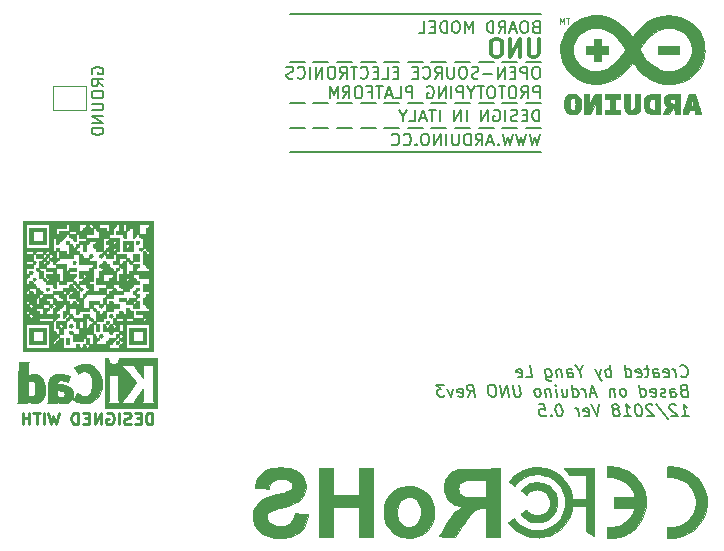
<source format=gbr>
G04 #@! TF.GenerationSoftware,KiCad,Pcbnew,5.0.2-bee76a0~70~ubuntu18.04.1*
G04 #@! TF.CreationDate,2018-12-20T19:54:29+08:00*
G04 #@! TF.ProjectId,arduino-uno,61726475-696e-46f2-9d75-6e6f2e6b6963,rev?*
G04 #@! TF.SameCoordinates,Original*
G04 #@! TF.FileFunction,Legend,Bot*
G04 #@! TF.FilePolarity,Positive*
%FSLAX46Y46*%
G04 Gerber Fmt 4.6, Leading zero omitted, Abs format (unit mm)*
G04 Created by KiCad (PCBNEW 5.0.2-bee76a0~70~ubuntu18.04.1) date 2018年12月20日 星期四 19时54分29秒*
%MOMM*%
%LPD*%
G01*
G04 APERTURE LIST*
%ADD10C,0.250000*%
%ADD11C,0.150000*%
%ADD12C,0.300000*%
%ADD13C,0.010000*%
%ADD14C,0.120000*%
%ADD15C,0.125000*%
G04 APERTURE END LIST*
D10*
X127293000Y-112085380D02*
X127293000Y-111085380D01*
X127054904Y-111085380D01*
X126912047Y-111133000D01*
X126816809Y-111228238D01*
X126769190Y-111323476D01*
X126721571Y-111513952D01*
X126721571Y-111656809D01*
X126769190Y-111847285D01*
X126816809Y-111942523D01*
X126912047Y-112037761D01*
X127054904Y-112085380D01*
X127293000Y-112085380D01*
X126293000Y-111561571D02*
X125959666Y-111561571D01*
X125816809Y-112085380D02*
X126293000Y-112085380D01*
X126293000Y-111085380D01*
X125816809Y-111085380D01*
X125435857Y-112037761D02*
X125293000Y-112085380D01*
X125054904Y-112085380D01*
X124959666Y-112037761D01*
X124912047Y-111990142D01*
X124864428Y-111894904D01*
X124864428Y-111799666D01*
X124912047Y-111704428D01*
X124959666Y-111656809D01*
X125054904Y-111609190D01*
X125245380Y-111561571D01*
X125340619Y-111513952D01*
X125388238Y-111466333D01*
X125435857Y-111371095D01*
X125435857Y-111275857D01*
X125388238Y-111180619D01*
X125340619Y-111133000D01*
X125245380Y-111085380D01*
X125007285Y-111085380D01*
X124864428Y-111133000D01*
X124435857Y-112085380D02*
X124435857Y-111085380D01*
X123435857Y-111133000D02*
X123531095Y-111085380D01*
X123673952Y-111085380D01*
X123816809Y-111133000D01*
X123912047Y-111228238D01*
X123959666Y-111323476D01*
X124007285Y-111513952D01*
X124007285Y-111656809D01*
X123959666Y-111847285D01*
X123912047Y-111942523D01*
X123816809Y-112037761D01*
X123673952Y-112085380D01*
X123578714Y-112085380D01*
X123435857Y-112037761D01*
X123388238Y-111990142D01*
X123388238Y-111656809D01*
X123578714Y-111656809D01*
X122959666Y-112085380D02*
X122959666Y-111085380D01*
X122388238Y-112085380D01*
X122388238Y-111085380D01*
X121912047Y-111561571D02*
X121578714Y-111561571D01*
X121435857Y-112085380D02*
X121912047Y-112085380D01*
X121912047Y-111085380D01*
X121435857Y-111085380D01*
X121007285Y-112085380D02*
X121007285Y-111085380D01*
X120769190Y-111085380D01*
X120626333Y-111133000D01*
X120531095Y-111228238D01*
X120483476Y-111323476D01*
X120435857Y-111513952D01*
X120435857Y-111656809D01*
X120483476Y-111847285D01*
X120531095Y-111942523D01*
X120626333Y-112037761D01*
X120769190Y-112085380D01*
X121007285Y-112085380D01*
X119340619Y-111085380D02*
X119102523Y-112085380D01*
X118912047Y-111371095D01*
X118721571Y-112085380D01*
X118483476Y-111085380D01*
X118102523Y-112085380D02*
X118102523Y-111085380D01*
X117769190Y-111085380D02*
X117197761Y-111085380D01*
X117483476Y-112085380D02*
X117483476Y-111085380D01*
X116864428Y-112085380D02*
X116864428Y-111085380D01*
X116864428Y-111561571D02*
X116293000Y-111561571D01*
X116293000Y-112085380D02*
X116293000Y-111085380D01*
D11*
X148176000Y-86995000D02*
X146906000Y-86995000D01*
X158176000Y-86995000D02*
X156906000Y-86995000D01*
X160176000Y-86995000D02*
X158906000Y-86995000D01*
X150176000Y-86995000D02*
X148906000Y-86995000D01*
X154176000Y-86995000D02*
X152906000Y-86995000D01*
X152176000Y-86995000D02*
X150906000Y-86995000D01*
X144176000Y-86995000D02*
X142906000Y-86995000D01*
X140176000Y-86995000D02*
X138906000Y-86995000D01*
X156176000Y-86995000D02*
X154906000Y-86995000D01*
X142176000Y-86995000D02*
X140906000Y-86995000D01*
X146176000Y-86995000D02*
X144906000Y-86995000D01*
X156176000Y-84836000D02*
X154906000Y-84836000D01*
X142176000Y-84836000D02*
X140906000Y-84836000D01*
X148176000Y-84836000D02*
X146906000Y-84836000D01*
X146176000Y-84836000D02*
X144906000Y-84836000D01*
X158176000Y-84836000D02*
X156906000Y-84836000D01*
X154176000Y-84836000D02*
X152906000Y-84836000D01*
X150176000Y-84836000D02*
X148906000Y-84836000D01*
X144176000Y-84836000D02*
X142906000Y-84836000D01*
X152176000Y-84836000D02*
X150906000Y-84836000D01*
X160176000Y-84836000D02*
X158906000Y-84836000D01*
X140176000Y-84836000D02*
X138906000Y-84836000D01*
X160176000Y-81407000D02*
X158906000Y-81407000D01*
X158176000Y-81407000D02*
X156906000Y-81407000D01*
X156176000Y-81407000D02*
X154906000Y-81407000D01*
X154176000Y-81407000D02*
X152906000Y-81407000D01*
X152176000Y-81407000D02*
X150906000Y-81407000D01*
X150176000Y-81407000D02*
X148906000Y-81407000D01*
X148176000Y-81407000D02*
X146906000Y-81407000D01*
X146176000Y-81407000D02*
X144906000Y-81407000D01*
X144176000Y-81407000D02*
X142906000Y-81407000D01*
X142176000Y-81407000D02*
X140906000Y-81407000D01*
X140176000Y-81407000D02*
X138906000Y-81407000D01*
X160147000Y-89027000D02*
X138938000Y-89027000D01*
X160082714Y-87463380D02*
X159844619Y-88463380D01*
X159654142Y-87749095D01*
X159463666Y-88463380D01*
X159225571Y-87463380D01*
X158939857Y-87463380D02*
X158701761Y-88463380D01*
X158511285Y-87749095D01*
X158320809Y-88463380D01*
X158082714Y-87463380D01*
X157797000Y-87463380D02*
X157558904Y-88463380D01*
X157368428Y-87749095D01*
X157177952Y-88463380D01*
X156939857Y-87463380D01*
X156558904Y-88368142D02*
X156511285Y-88415761D01*
X156558904Y-88463380D01*
X156606523Y-88415761D01*
X156558904Y-88368142D01*
X156558904Y-88463380D01*
X156130333Y-88177666D02*
X155654142Y-88177666D01*
X156225571Y-88463380D02*
X155892238Y-87463380D01*
X155558904Y-88463380D01*
X154654142Y-88463380D02*
X154987476Y-87987190D01*
X155225571Y-88463380D02*
X155225571Y-87463380D01*
X154844619Y-87463380D01*
X154749380Y-87511000D01*
X154701761Y-87558619D01*
X154654142Y-87653857D01*
X154654142Y-87796714D01*
X154701761Y-87891952D01*
X154749380Y-87939571D01*
X154844619Y-87987190D01*
X155225571Y-87987190D01*
X154225571Y-88463380D02*
X154225571Y-87463380D01*
X153987476Y-87463380D01*
X153844619Y-87511000D01*
X153749380Y-87606238D01*
X153701761Y-87701476D01*
X153654142Y-87891952D01*
X153654142Y-88034809D01*
X153701761Y-88225285D01*
X153749380Y-88320523D01*
X153844619Y-88415761D01*
X153987476Y-88463380D01*
X154225571Y-88463380D01*
X153225571Y-87463380D02*
X153225571Y-88272904D01*
X153177952Y-88368142D01*
X153130333Y-88415761D01*
X153035095Y-88463380D01*
X152844619Y-88463380D01*
X152749380Y-88415761D01*
X152701761Y-88368142D01*
X152654142Y-88272904D01*
X152654142Y-87463380D01*
X152177952Y-88463380D02*
X152177952Y-87463380D01*
X151701761Y-88463380D02*
X151701761Y-87463380D01*
X151130333Y-88463380D01*
X151130333Y-87463380D01*
X150463666Y-87463380D02*
X150273190Y-87463380D01*
X150177952Y-87511000D01*
X150082714Y-87606238D01*
X150035095Y-87796714D01*
X150035095Y-88130047D01*
X150082714Y-88320523D01*
X150177952Y-88415761D01*
X150273190Y-88463380D01*
X150463666Y-88463380D01*
X150558904Y-88415761D01*
X150654142Y-88320523D01*
X150701761Y-88130047D01*
X150701761Y-87796714D01*
X150654142Y-87606238D01*
X150558904Y-87511000D01*
X150463666Y-87463380D01*
X149606523Y-88368142D02*
X149558904Y-88415761D01*
X149606523Y-88463380D01*
X149654142Y-88415761D01*
X149606523Y-88368142D01*
X149606523Y-88463380D01*
X148558904Y-88368142D02*
X148606523Y-88415761D01*
X148749380Y-88463380D01*
X148844619Y-88463380D01*
X148987476Y-88415761D01*
X149082714Y-88320523D01*
X149130333Y-88225285D01*
X149177952Y-88034809D01*
X149177952Y-87891952D01*
X149130333Y-87701476D01*
X149082714Y-87606238D01*
X148987476Y-87511000D01*
X148844619Y-87463380D01*
X148749380Y-87463380D01*
X148606523Y-87511000D01*
X148558904Y-87558619D01*
X147558904Y-88368142D02*
X147606523Y-88415761D01*
X147749380Y-88463380D01*
X147844619Y-88463380D01*
X147987476Y-88415761D01*
X148082714Y-88320523D01*
X148130333Y-88225285D01*
X148177952Y-88034809D01*
X148177952Y-87891952D01*
X148130333Y-87701476D01*
X148082714Y-87606238D01*
X147987476Y-87511000D01*
X147844619Y-87463380D01*
X147749380Y-87463380D01*
X147606523Y-87511000D01*
X147558904Y-87558619D01*
X160035142Y-86431380D02*
X160035142Y-85431380D01*
X159797047Y-85431380D01*
X159654190Y-85479000D01*
X159558952Y-85574238D01*
X159511333Y-85669476D01*
X159463714Y-85859952D01*
X159463714Y-86002809D01*
X159511333Y-86193285D01*
X159558952Y-86288523D01*
X159654190Y-86383761D01*
X159797047Y-86431380D01*
X160035142Y-86431380D01*
X159035142Y-85907571D02*
X158701809Y-85907571D01*
X158558952Y-86431380D02*
X159035142Y-86431380D01*
X159035142Y-85431380D01*
X158558952Y-85431380D01*
X158178000Y-86383761D02*
X158035142Y-86431380D01*
X157797047Y-86431380D01*
X157701809Y-86383761D01*
X157654190Y-86336142D01*
X157606571Y-86240904D01*
X157606571Y-86145666D01*
X157654190Y-86050428D01*
X157701809Y-86002809D01*
X157797047Y-85955190D01*
X157987523Y-85907571D01*
X158082761Y-85859952D01*
X158130380Y-85812333D01*
X158178000Y-85717095D01*
X158178000Y-85621857D01*
X158130380Y-85526619D01*
X158082761Y-85479000D01*
X157987523Y-85431380D01*
X157749428Y-85431380D01*
X157606571Y-85479000D01*
X157178000Y-86431380D02*
X157178000Y-85431380D01*
X156178000Y-85479000D02*
X156273238Y-85431380D01*
X156416095Y-85431380D01*
X156558952Y-85479000D01*
X156654190Y-85574238D01*
X156701809Y-85669476D01*
X156749428Y-85859952D01*
X156749428Y-86002809D01*
X156701809Y-86193285D01*
X156654190Y-86288523D01*
X156558952Y-86383761D01*
X156416095Y-86431380D01*
X156320857Y-86431380D01*
X156178000Y-86383761D01*
X156130380Y-86336142D01*
X156130380Y-86002809D01*
X156320857Y-86002809D01*
X155701809Y-86431380D02*
X155701809Y-85431380D01*
X155130380Y-86431380D01*
X155130380Y-85431380D01*
X153892285Y-86431380D02*
X153892285Y-85431380D01*
X153416095Y-86431380D02*
X153416095Y-85431380D01*
X152844666Y-86431380D01*
X152844666Y-85431380D01*
X151606571Y-86431380D02*
X151606571Y-85431380D01*
X151273238Y-85431380D02*
X150701809Y-85431380D01*
X150987523Y-86431380D02*
X150987523Y-85431380D01*
X150416095Y-86145666D02*
X149939904Y-86145666D01*
X150511333Y-86431380D02*
X150178000Y-85431380D01*
X149844666Y-86431380D01*
X149035142Y-86431380D02*
X149511333Y-86431380D01*
X149511333Y-85431380D01*
X148511333Y-85955190D02*
X148511333Y-86431380D01*
X148844666Y-85431380D02*
X148511333Y-85955190D01*
X148178000Y-85431380D01*
D12*
X159988000Y-79442571D02*
X159988000Y-80656857D01*
X159916571Y-80799714D01*
X159845142Y-80871142D01*
X159702285Y-80942571D01*
X159416571Y-80942571D01*
X159273714Y-80871142D01*
X159202285Y-80799714D01*
X159130857Y-80656857D01*
X159130857Y-79442571D01*
X158416571Y-80942571D02*
X158416571Y-79442571D01*
X157559428Y-80942571D01*
X157559428Y-79442571D01*
X156559428Y-79442571D02*
X156273714Y-79442571D01*
X156130857Y-79514000D01*
X155988000Y-79656857D01*
X155916571Y-79942571D01*
X155916571Y-80442571D01*
X155988000Y-80728285D01*
X156130857Y-80871142D01*
X156273714Y-80942571D01*
X156559428Y-80942571D01*
X156702285Y-80871142D01*
X156845142Y-80728285D01*
X156916571Y-80442571D01*
X156916571Y-79942571D01*
X156845142Y-79656857D01*
X156702285Y-79514000D01*
X156559428Y-79442571D01*
D11*
X159874928Y-81812380D02*
X159684452Y-81812380D01*
X159589214Y-81860000D01*
X159493976Y-81955238D01*
X159446357Y-82145714D01*
X159446357Y-82479047D01*
X159493976Y-82669523D01*
X159589214Y-82764761D01*
X159684452Y-82812380D01*
X159874928Y-82812380D01*
X159970166Y-82764761D01*
X160065404Y-82669523D01*
X160113023Y-82479047D01*
X160113023Y-82145714D01*
X160065404Y-81955238D01*
X159970166Y-81860000D01*
X159874928Y-81812380D01*
X159017785Y-82812380D02*
X159017785Y-81812380D01*
X158636833Y-81812380D01*
X158541595Y-81860000D01*
X158493976Y-81907619D01*
X158446357Y-82002857D01*
X158446357Y-82145714D01*
X158493976Y-82240952D01*
X158541595Y-82288571D01*
X158636833Y-82336190D01*
X159017785Y-82336190D01*
X158017785Y-82288571D02*
X157684452Y-82288571D01*
X157541595Y-82812380D02*
X158017785Y-82812380D01*
X158017785Y-81812380D01*
X157541595Y-81812380D01*
X157113023Y-82812380D02*
X157113023Y-81812380D01*
X156541595Y-82812380D01*
X156541595Y-81812380D01*
X156065404Y-82431428D02*
X155303500Y-82431428D01*
X154874928Y-82764761D02*
X154732071Y-82812380D01*
X154493976Y-82812380D01*
X154398738Y-82764761D01*
X154351119Y-82717142D01*
X154303500Y-82621904D01*
X154303500Y-82526666D01*
X154351119Y-82431428D01*
X154398738Y-82383809D01*
X154493976Y-82336190D01*
X154684452Y-82288571D01*
X154779690Y-82240952D01*
X154827309Y-82193333D01*
X154874928Y-82098095D01*
X154874928Y-82002857D01*
X154827309Y-81907619D01*
X154779690Y-81860000D01*
X154684452Y-81812380D01*
X154446357Y-81812380D01*
X154303500Y-81860000D01*
X153684452Y-81812380D02*
X153493976Y-81812380D01*
X153398738Y-81860000D01*
X153303500Y-81955238D01*
X153255880Y-82145714D01*
X153255880Y-82479047D01*
X153303500Y-82669523D01*
X153398738Y-82764761D01*
X153493976Y-82812380D01*
X153684452Y-82812380D01*
X153779690Y-82764761D01*
X153874928Y-82669523D01*
X153922547Y-82479047D01*
X153922547Y-82145714D01*
X153874928Y-81955238D01*
X153779690Y-81860000D01*
X153684452Y-81812380D01*
X152827309Y-81812380D02*
X152827309Y-82621904D01*
X152779690Y-82717142D01*
X152732071Y-82764761D01*
X152636833Y-82812380D01*
X152446357Y-82812380D01*
X152351119Y-82764761D01*
X152303500Y-82717142D01*
X152255880Y-82621904D01*
X152255880Y-81812380D01*
X151208261Y-82812380D02*
X151541595Y-82336190D01*
X151779690Y-82812380D02*
X151779690Y-81812380D01*
X151398738Y-81812380D01*
X151303500Y-81860000D01*
X151255880Y-81907619D01*
X151208261Y-82002857D01*
X151208261Y-82145714D01*
X151255880Y-82240952D01*
X151303500Y-82288571D01*
X151398738Y-82336190D01*
X151779690Y-82336190D01*
X150208261Y-82717142D02*
X150255880Y-82764761D01*
X150398738Y-82812380D01*
X150493976Y-82812380D01*
X150636833Y-82764761D01*
X150732071Y-82669523D01*
X150779690Y-82574285D01*
X150827309Y-82383809D01*
X150827309Y-82240952D01*
X150779690Y-82050476D01*
X150732071Y-81955238D01*
X150636833Y-81860000D01*
X150493976Y-81812380D01*
X150398738Y-81812380D01*
X150255880Y-81860000D01*
X150208261Y-81907619D01*
X149779690Y-82288571D02*
X149446357Y-82288571D01*
X149303500Y-82812380D02*
X149779690Y-82812380D01*
X149779690Y-81812380D01*
X149303500Y-81812380D01*
X148113023Y-82288571D02*
X147779690Y-82288571D01*
X147636833Y-82812380D02*
X148113023Y-82812380D01*
X148113023Y-81812380D01*
X147636833Y-81812380D01*
X146732071Y-82812380D02*
X147208261Y-82812380D01*
X147208261Y-81812380D01*
X146398738Y-82288571D02*
X146065404Y-82288571D01*
X145922547Y-82812380D02*
X146398738Y-82812380D01*
X146398738Y-81812380D01*
X145922547Y-81812380D01*
X144922547Y-82717142D02*
X144970166Y-82764761D01*
X145113023Y-82812380D01*
X145208261Y-82812380D01*
X145351119Y-82764761D01*
X145446357Y-82669523D01*
X145493976Y-82574285D01*
X145541595Y-82383809D01*
X145541595Y-82240952D01*
X145493976Y-82050476D01*
X145446357Y-81955238D01*
X145351119Y-81860000D01*
X145208261Y-81812380D01*
X145113023Y-81812380D01*
X144970166Y-81860000D01*
X144922547Y-81907619D01*
X144636833Y-81812380D02*
X144065404Y-81812380D01*
X144351119Y-82812380D02*
X144351119Y-81812380D01*
X143160642Y-82812380D02*
X143493976Y-82336190D01*
X143732071Y-82812380D02*
X143732071Y-81812380D01*
X143351119Y-81812380D01*
X143255880Y-81860000D01*
X143208261Y-81907619D01*
X143160642Y-82002857D01*
X143160642Y-82145714D01*
X143208261Y-82240952D01*
X143255880Y-82288571D01*
X143351119Y-82336190D01*
X143732071Y-82336190D01*
X142541595Y-81812380D02*
X142351119Y-81812380D01*
X142255880Y-81860000D01*
X142160642Y-81955238D01*
X142113023Y-82145714D01*
X142113023Y-82479047D01*
X142160642Y-82669523D01*
X142255880Y-82764761D01*
X142351119Y-82812380D01*
X142541595Y-82812380D01*
X142636833Y-82764761D01*
X142732071Y-82669523D01*
X142779690Y-82479047D01*
X142779690Y-82145714D01*
X142732071Y-81955238D01*
X142636833Y-81860000D01*
X142541595Y-81812380D01*
X141684452Y-82812380D02*
X141684452Y-81812380D01*
X141113023Y-82812380D01*
X141113023Y-81812380D01*
X140636833Y-82812380D02*
X140636833Y-81812380D01*
X139589214Y-82717142D02*
X139636833Y-82764761D01*
X139779690Y-82812380D01*
X139874928Y-82812380D01*
X140017785Y-82764761D01*
X140113023Y-82669523D01*
X140160642Y-82574285D01*
X140208261Y-82383809D01*
X140208261Y-82240952D01*
X140160642Y-82050476D01*
X140113023Y-81955238D01*
X140017785Y-81860000D01*
X139874928Y-81812380D01*
X139779690Y-81812380D01*
X139636833Y-81860000D01*
X139589214Y-81907619D01*
X139208261Y-82764761D02*
X139065404Y-82812380D01*
X138827309Y-82812380D01*
X138732071Y-82764761D01*
X138684452Y-82717142D01*
X138636833Y-82621904D01*
X138636833Y-82526666D01*
X138684452Y-82431428D01*
X138732071Y-82383809D01*
X138827309Y-82336190D01*
X139017785Y-82288571D01*
X139113023Y-82240952D01*
X139160642Y-82193333D01*
X139208261Y-82098095D01*
X139208261Y-82002857D01*
X139160642Y-81907619D01*
X139113023Y-81860000D01*
X139017785Y-81812380D01*
X138779690Y-81812380D01*
X138636833Y-81860000D01*
X160065404Y-84462380D02*
X160065404Y-83462380D01*
X159684452Y-83462380D01*
X159589214Y-83510000D01*
X159541595Y-83557619D01*
X159493976Y-83652857D01*
X159493976Y-83795714D01*
X159541595Y-83890952D01*
X159589214Y-83938571D01*
X159684452Y-83986190D01*
X160065404Y-83986190D01*
X158493976Y-84462380D02*
X158827309Y-83986190D01*
X159065404Y-84462380D02*
X159065404Y-83462380D01*
X158684452Y-83462380D01*
X158589214Y-83510000D01*
X158541595Y-83557619D01*
X158493976Y-83652857D01*
X158493976Y-83795714D01*
X158541595Y-83890952D01*
X158589214Y-83938571D01*
X158684452Y-83986190D01*
X159065404Y-83986190D01*
X157874928Y-83462380D02*
X157684452Y-83462380D01*
X157589214Y-83510000D01*
X157493976Y-83605238D01*
X157446357Y-83795714D01*
X157446357Y-84129047D01*
X157493976Y-84319523D01*
X157589214Y-84414761D01*
X157684452Y-84462380D01*
X157874928Y-84462380D01*
X157970166Y-84414761D01*
X158065404Y-84319523D01*
X158113023Y-84129047D01*
X158113023Y-83795714D01*
X158065404Y-83605238D01*
X157970166Y-83510000D01*
X157874928Y-83462380D01*
X157160642Y-83462380D02*
X156589214Y-83462380D01*
X156874928Y-84462380D02*
X156874928Y-83462380D01*
X156065404Y-83462380D02*
X155874928Y-83462380D01*
X155779690Y-83510000D01*
X155684452Y-83605238D01*
X155636833Y-83795714D01*
X155636833Y-84129047D01*
X155684452Y-84319523D01*
X155779690Y-84414761D01*
X155874928Y-84462380D01*
X156065404Y-84462380D01*
X156160642Y-84414761D01*
X156255880Y-84319523D01*
X156303500Y-84129047D01*
X156303500Y-83795714D01*
X156255880Y-83605238D01*
X156160642Y-83510000D01*
X156065404Y-83462380D01*
X155351119Y-83462380D02*
X154779690Y-83462380D01*
X155065404Y-84462380D02*
X155065404Y-83462380D01*
X154255880Y-83986190D02*
X154255880Y-84462380D01*
X154589214Y-83462380D02*
X154255880Y-83986190D01*
X153922547Y-83462380D01*
X153589214Y-84462380D02*
X153589214Y-83462380D01*
X153208261Y-83462380D01*
X153113023Y-83510000D01*
X153065404Y-83557619D01*
X153017785Y-83652857D01*
X153017785Y-83795714D01*
X153065404Y-83890952D01*
X153113023Y-83938571D01*
X153208261Y-83986190D01*
X153589214Y-83986190D01*
X152589214Y-84462380D02*
X152589214Y-83462380D01*
X152113023Y-84462380D02*
X152113023Y-83462380D01*
X151541595Y-84462380D01*
X151541595Y-83462380D01*
X150541595Y-83510000D02*
X150636833Y-83462380D01*
X150779690Y-83462380D01*
X150922547Y-83510000D01*
X151017785Y-83605238D01*
X151065404Y-83700476D01*
X151113023Y-83890952D01*
X151113023Y-84033809D01*
X151065404Y-84224285D01*
X151017785Y-84319523D01*
X150922547Y-84414761D01*
X150779690Y-84462380D01*
X150684452Y-84462380D01*
X150541595Y-84414761D01*
X150493976Y-84367142D01*
X150493976Y-84033809D01*
X150684452Y-84033809D01*
X149303500Y-84462380D02*
X149303500Y-83462380D01*
X148922547Y-83462380D01*
X148827309Y-83510000D01*
X148779690Y-83557619D01*
X148732071Y-83652857D01*
X148732071Y-83795714D01*
X148779690Y-83890952D01*
X148827309Y-83938571D01*
X148922547Y-83986190D01*
X149303500Y-83986190D01*
X147827309Y-84462380D02*
X148303500Y-84462380D01*
X148303500Y-83462380D01*
X147541595Y-84176666D02*
X147065404Y-84176666D01*
X147636833Y-84462380D02*
X147303500Y-83462380D01*
X146970166Y-84462380D01*
X146779690Y-83462380D02*
X146208261Y-83462380D01*
X146493976Y-84462380D02*
X146493976Y-83462380D01*
X145541595Y-83938571D02*
X145874928Y-83938571D01*
X145874928Y-84462380D02*
X145874928Y-83462380D01*
X145398738Y-83462380D01*
X144827309Y-83462380D02*
X144636833Y-83462380D01*
X144541595Y-83510000D01*
X144446357Y-83605238D01*
X144398738Y-83795714D01*
X144398738Y-84129047D01*
X144446357Y-84319523D01*
X144541595Y-84414761D01*
X144636833Y-84462380D01*
X144827309Y-84462380D01*
X144922547Y-84414761D01*
X145017785Y-84319523D01*
X145065404Y-84129047D01*
X145065404Y-83795714D01*
X145017785Y-83605238D01*
X144922547Y-83510000D01*
X144827309Y-83462380D01*
X143398738Y-84462380D02*
X143732071Y-83986190D01*
X143970166Y-84462380D02*
X143970166Y-83462380D01*
X143589214Y-83462380D01*
X143493976Y-83510000D01*
X143446357Y-83557619D01*
X143398738Y-83652857D01*
X143398738Y-83795714D01*
X143446357Y-83890952D01*
X143493976Y-83938571D01*
X143589214Y-83986190D01*
X143970166Y-83986190D01*
X142970166Y-84462380D02*
X142970166Y-83462380D01*
X142636833Y-84176666D01*
X142303500Y-83462380D01*
X142303500Y-84462380D01*
X159732071Y-78414571D02*
X159589214Y-78462190D01*
X159541595Y-78509809D01*
X159493976Y-78605047D01*
X159493976Y-78747904D01*
X159541595Y-78843142D01*
X159589214Y-78890761D01*
X159684452Y-78938380D01*
X160065404Y-78938380D01*
X160065404Y-77938380D01*
X159732071Y-77938380D01*
X159636833Y-77986000D01*
X159589214Y-78033619D01*
X159541595Y-78128857D01*
X159541595Y-78224095D01*
X159589214Y-78319333D01*
X159636833Y-78366952D01*
X159732071Y-78414571D01*
X160065404Y-78414571D01*
X158874928Y-77938380D02*
X158684452Y-77938380D01*
X158589214Y-77986000D01*
X158493976Y-78081238D01*
X158446357Y-78271714D01*
X158446357Y-78605047D01*
X158493976Y-78795523D01*
X158589214Y-78890761D01*
X158684452Y-78938380D01*
X158874928Y-78938380D01*
X158970166Y-78890761D01*
X159065404Y-78795523D01*
X159113023Y-78605047D01*
X159113023Y-78271714D01*
X159065404Y-78081238D01*
X158970166Y-77986000D01*
X158874928Y-77938380D01*
X158065404Y-78652666D02*
X157589214Y-78652666D01*
X158160642Y-78938380D02*
X157827309Y-77938380D01*
X157493976Y-78938380D01*
X156589214Y-78938380D02*
X156922547Y-78462190D01*
X157160642Y-78938380D02*
X157160642Y-77938380D01*
X156779690Y-77938380D01*
X156684452Y-77986000D01*
X156636833Y-78033619D01*
X156589214Y-78128857D01*
X156589214Y-78271714D01*
X156636833Y-78366952D01*
X156684452Y-78414571D01*
X156779690Y-78462190D01*
X157160642Y-78462190D01*
X156160642Y-78938380D02*
X156160642Y-77938380D01*
X155922547Y-77938380D01*
X155779690Y-77986000D01*
X155684452Y-78081238D01*
X155636833Y-78176476D01*
X155589214Y-78366952D01*
X155589214Y-78509809D01*
X155636833Y-78700285D01*
X155684452Y-78795523D01*
X155779690Y-78890761D01*
X155922547Y-78938380D01*
X156160642Y-78938380D01*
X154398738Y-78938380D02*
X154398738Y-77938380D01*
X154065404Y-78652666D01*
X153732071Y-77938380D01*
X153732071Y-78938380D01*
X153065404Y-77938380D02*
X152874928Y-77938380D01*
X152779690Y-77986000D01*
X152684452Y-78081238D01*
X152636833Y-78271714D01*
X152636833Y-78605047D01*
X152684452Y-78795523D01*
X152779690Y-78890761D01*
X152874928Y-78938380D01*
X153065404Y-78938380D01*
X153160642Y-78890761D01*
X153255880Y-78795523D01*
X153303500Y-78605047D01*
X153303500Y-78271714D01*
X153255880Y-78081238D01*
X153160642Y-77986000D01*
X153065404Y-77938380D01*
X152208261Y-78938380D02*
X152208261Y-77938380D01*
X151970166Y-77938380D01*
X151827309Y-77986000D01*
X151732071Y-78081238D01*
X151684452Y-78176476D01*
X151636833Y-78366952D01*
X151636833Y-78509809D01*
X151684452Y-78700285D01*
X151732071Y-78795523D01*
X151827309Y-78890761D01*
X151970166Y-78938380D01*
X152208261Y-78938380D01*
X151208261Y-78414571D02*
X150874928Y-78414571D01*
X150732071Y-78938380D02*
X151208261Y-78938380D01*
X151208261Y-77938380D01*
X150732071Y-77938380D01*
X149827309Y-78938380D02*
X150303500Y-78938380D01*
X150303500Y-77938380D01*
X160147000Y-77343000D02*
X138938000Y-77343000D01*
X172049119Y-107990642D02*
X172102690Y-108038261D01*
X172251500Y-108085880D01*
X172346738Y-108085880D01*
X172483642Y-108038261D01*
X172566976Y-107943023D01*
X172602690Y-107847785D01*
X172626500Y-107657309D01*
X172608642Y-107514452D01*
X172537214Y-107323976D01*
X172477690Y-107228738D01*
X172370547Y-107133500D01*
X172221738Y-107085880D01*
X172126500Y-107085880D01*
X171989595Y-107133500D01*
X171947928Y-107181119D01*
X171632452Y-108085880D02*
X171549119Y-107419214D01*
X171572928Y-107609690D02*
X171513404Y-107514452D01*
X171459833Y-107466833D01*
X171358642Y-107419214D01*
X171263404Y-107419214D01*
X170626500Y-108038261D02*
X170727690Y-108085880D01*
X170918166Y-108085880D01*
X171007452Y-108038261D01*
X171043166Y-107943023D01*
X170995547Y-107562071D01*
X170936023Y-107466833D01*
X170834833Y-107419214D01*
X170644357Y-107419214D01*
X170555071Y-107466833D01*
X170519357Y-107562071D01*
X170531261Y-107657309D01*
X171019357Y-107752547D01*
X169727690Y-108085880D02*
X169662214Y-107562071D01*
X169697928Y-107466833D01*
X169787214Y-107419214D01*
X169977690Y-107419214D01*
X170078880Y-107466833D01*
X169721738Y-108038261D02*
X169822928Y-108085880D01*
X170061023Y-108085880D01*
X170150309Y-108038261D01*
X170186023Y-107943023D01*
X170174119Y-107847785D01*
X170114595Y-107752547D01*
X170013404Y-107704928D01*
X169775309Y-107704928D01*
X169674119Y-107657309D01*
X169311023Y-107419214D02*
X168930071Y-107419214D01*
X169126500Y-107085880D02*
X169233642Y-107943023D01*
X169197928Y-108038261D01*
X169108642Y-108085880D01*
X169013404Y-108085880D01*
X168293166Y-108038261D02*
X168394357Y-108085880D01*
X168584833Y-108085880D01*
X168674119Y-108038261D01*
X168709833Y-107943023D01*
X168662214Y-107562071D01*
X168602690Y-107466833D01*
X168501500Y-107419214D01*
X168311023Y-107419214D01*
X168221738Y-107466833D01*
X168186023Y-107562071D01*
X168197928Y-107657309D01*
X168686023Y-107752547D01*
X167394357Y-108085880D02*
X167269357Y-107085880D01*
X167388404Y-108038261D02*
X167489595Y-108085880D01*
X167680071Y-108085880D01*
X167769357Y-108038261D01*
X167811023Y-107990642D01*
X167846738Y-107895404D01*
X167811023Y-107609690D01*
X167751500Y-107514452D01*
X167697928Y-107466833D01*
X167596738Y-107419214D01*
X167406261Y-107419214D01*
X167316976Y-107466833D01*
X166156261Y-108085880D02*
X166031261Y-107085880D01*
X166078880Y-107466833D02*
X165977690Y-107419214D01*
X165787214Y-107419214D01*
X165697928Y-107466833D01*
X165656261Y-107514452D01*
X165620547Y-107609690D01*
X165656261Y-107895404D01*
X165715785Y-107990642D01*
X165769357Y-108038261D01*
X165870547Y-108085880D01*
X166061023Y-108085880D01*
X166150309Y-108038261D01*
X165263404Y-107419214D02*
X165108642Y-108085880D01*
X164787214Y-107419214D02*
X165108642Y-108085880D01*
X165233642Y-108323976D01*
X165287214Y-108371595D01*
X165388404Y-108419214D01*
X163477690Y-107609690D02*
X163537214Y-108085880D01*
X163745547Y-107085880D02*
X163477690Y-107609690D01*
X163078880Y-107085880D01*
X162441976Y-108085880D02*
X162376500Y-107562071D01*
X162412214Y-107466833D01*
X162501500Y-107419214D01*
X162691976Y-107419214D01*
X162793166Y-107466833D01*
X162436023Y-108038261D02*
X162537214Y-108085880D01*
X162775309Y-108085880D01*
X162864595Y-108038261D01*
X162900309Y-107943023D01*
X162888404Y-107847785D01*
X162828880Y-107752547D01*
X162727690Y-107704928D01*
X162489595Y-107704928D01*
X162388404Y-107657309D01*
X161882452Y-107419214D02*
X161965785Y-108085880D01*
X161894357Y-107514452D02*
X161840785Y-107466833D01*
X161739595Y-107419214D01*
X161596738Y-107419214D01*
X161507452Y-107466833D01*
X161471738Y-107562071D01*
X161537214Y-108085880D01*
X160549119Y-107419214D02*
X160650309Y-108228738D01*
X160709833Y-108323976D01*
X160763404Y-108371595D01*
X160864595Y-108419214D01*
X161007452Y-108419214D01*
X161096738Y-108371595D01*
X160626500Y-108038261D02*
X160727690Y-108085880D01*
X160918166Y-108085880D01*
X161007452Y-108038261D01*
X161049119Y-107990642D01*
X161084833Y-107895404D01*
X161049119Y-107609690D01*
X160989595Y-107514452D01*
X160936023Y-107466833D01*
X160834833Y-107419214D01*
X160644357Y-107419214D01*
X160555071Y-107466833D01*
X158918166Y-108085880D02*
X159394357Y-108085880D01*
X159269357Y-107085880D01*
X158197928Y-108038261D02*
X158299119Y-108085880D01*
X158489595Y-108085880D01*
X158578880Y-108038261D01*
X158614595Y-107943023D01*
X158566976Y-107562071D01*
X158507452Y-107466833D01*
X158406261Y-107419214D01*
X158215785Y-107419214D01*
X158126500Y-107466833D01*
X158090785Y-107562071D01*
X158102690Y-107657309D01*
X158590785Y-107752547D01*
X172233642Y-109212071D02*
X172096738Y-109259690D01*
X172055071Y-109307309D01*
X172019357Y-109402547D01*
X172037214Y-109545404D01*
X172096738Y-109640642D01*
X172150309Y-109688261D01*
X172251500Y-109735880D01*
X172632452Y-109735880D01*
X172507452Y-108735880D01*
X172174119Y-108735880D01*
X172084833Y-108783500D01*
X172043166Y-108831119D01*
X172007452Y-108926357D01*
X172019357Y-109021595D01*
X172078880Y-109116833D01*
X172132452Y-109164452D01*
X172233642Y-109212071D01*
X172566976Y-109212071D01*
X171203880Y-109735880D02*
X171138404Y-109212071D01*
X171174119Y-109116833D01*
X171263404Y-109069214D01*
X171453880Y-109069214D01*
X171555071Y-109116833D01*
X171197928Y-109688261D02*
X171299119Y-109735880D01*
X171537214Y-109735880D01*
X171626500Y-109688261D01*
X171662214Y-109593023D01*
X171650309Y-109497785D01*
X171590785Y-109402547D01*
X171489595Y-109354928D01*
X171251500Y-109354928D01*
X171150309Y-109307309D01*
X170769357Y-109688261D02*
X170680071Y-109735880D01*
X170489595Y-109735880D01*
X170388404Y-109688261D01*
X170328880Y-109593023D01*
X170322928Y-109545404D01*
X170358642Y-109450166D01*
X170447928Y-109402547D01*
X170590785Y-109402547D01*
X170680071Y-109354928D01*
X170715785Y-109259690D01*
X170709833Y-109212071D01*
X170650309Y-109116833D01*
X170549119Y-109069214D01*
X170406261Y-109069214D01*
X170316976Y-109116833D01*
X169531261Y-109688261D02*
X169632452Y-109735880D01*
X169822928Y-109735880D01*
X169912214Y-109688261D01*
X169947928Y-109593023D01*
X169900309Y-109212071D01*
X169840785Y-109116833D01*
X169739595Y-109069214D01*
X169549119Y-109069214D01*
X169459833Y-109116833D01*
X169424119Y-109212071D01*
X169436023Y-109307309D01*
X169924119Y-109402547D01*
X168632452Y-109735880D02*
X168507452Y-108735880D01*
X168626500Y-109688261D02*
X168727690Y-109735880D01*
X168918166Y-109735880D01*
X169007452Y-109688261D01*
X169049119Y-109640642D01*
X169084833Y-109545404D01*
X169049119Y-109259690D01*
X168989595Y-109164452D01*
X168936023Y-109116833D01*
X168834833Y-109069214D01*
X168644357Y-109069214D01*
X168555071Y-109116833D01*
X167251500Y-109735880D02*
X167340785Y-109688261D01*
X167382452Y-109640642D01*
X167418166Y-109545404D01*
X167382452Y-109259690D01*
X167322928Y-109164452D01*
X167269357Y-109116833D01*
X167168166Y-109069214D01*
X167025309Y-109069214D01*
X166936023Y-109116833D01*
X166894357Y-109164452D01*
X166858642Y-109259690D01*
X166894357Y-109545404D01*
X166953880Y-109640642D01*
X167007452Y-109688261D01*
X167108642Y-109735880D01*
X167251500Y-109735880D01*
X166406261Y-109069214D02*
X166489595Y-109735880D01*
X166418166Y-109164452D02*
X166364595Y-109116833D01*
X166263404Y-109069214D01*
X166120547Y-109069214D01*
X166031261Y-109116833D01*
X165995547Y-109212071D01*
X166061023Y-109735880D01*
X164834833Y-109450166D02*
X164358642Y-109450166D01*
X164965785Y-109735880D02*
X164507452Y-108735880D01*
X164299119Y-109735880D01*
X163965785Y-109735880D02*
X163882452Y-109069214D01*
X163906261Y-109259690D02*
X163846738Y-109164452D01*
X163793166Y-109116833D01*
X163691976Y-109069214D01*
X163596738Y-109069214D01*
X162918166Y-109735880D02*
X162793166Y-108735880D01*
X162912214Y-109688261D02*
X163013404Y-109735880D01*
X163203880Y-109735880D01*
X163293166Y-109688261D01*
X163334833Y-109640642D01*
X163370547Y-109545404D01*
X163334833Y-109259690D01*
X163275309Y-109164452D01*
X163221738Y-109116833D01*
X163120547Y-109069214D01*
X162930071Y-109069214D01*
X162840785Y-109116833D01*
X161930071Y-109069214D02*
X162013404Y-109735880D01*
X162358642Y-109069214D02*
X162424119Y-109593023D01*
X162388404Y-109688261D01*
X162299119Y-109735880D01*
X162156261Y-109735880D01*
X162055071Y-109688261D01*
X162001500Y-109640642D01*
X161537214Y-109735880D02*
X161453880Y-109069214D01*
X161412214Y-108735880D02*
X161465785Y-108783500D01*
X161424119Y-108831119D01*
X161370547Y-108783500D01*
X161412214Y-108735880D01*
X161424119Y-108831119D01*
X160977690Y-109069214D02*
X161061023Y-109735880D01*
X160989595Y-109164452D02*
X160936023Y-109116833D01*
X160834833Y-109069214D01*
X160691976Y-109069214D01*
X160602690Y-109116833D01*
X160566976Y-109212071D01*
X160632452Y-109735880D01*
X160013404Y-109735880D02*
X160102690Y-109688261D01*
X160144357Y-109640642D01*
X160180071Y-109545404D01*
X160144357Y-109259690D01*
X160084833Y-109164452D01*
X160031261Y-109116833D01*
X159930071Y-109069214D01*
X159787214Y-109069214D01*
X159697928Y-109116833D01*
X159656261Y-109164452D01*
X159620547Y-109259690D01*
X159656261Y-109545404D01*
X159715785Y-109640642D01*
X159769357Y-109688261D01*
X159870547Y-109735880D01*
X160013404Y-109735880D01*
X158364595Y-108735880D02*
X158465785Y-109545404D01*
X158430071Y-109640642D01*
X158388404Y-109688261D01*
X158299119Y-109735880D01*
X158108642Y-109735880D01*
X158007452Y-109688261D01*
X157953880Y-109640642D01*
X157894357Y-109545404D01*
X157793166Y-108735880D01*
X157441976Y-109735880D02*
X157316976Y-108735880D01*
X156870547Y-109735880D01*
X156745547Y-108735880D01*
X156078880Y-108735880D02*
X155888404Y-108735880D01*
X155799119Y-108783500D01*
X155715785Y-108878738D01*
X155691976Y-109069214D01*
X155733642Y-109402547D01*
X155805071Y-109593023D01*
X155912214Y-109688261D01*
X156013404Y-109735880D01*
X156203880Y-109735880D01*
X156293166Y-109688261D01*
X156376500Y-109593023D01*
X156400309Y-109402547D01*
X156358642Y-109069214D01*
X156287214Y-108878738D01*
X156180071Y-108783500D01*
X156078880Y-108735880D01*
X154013404Y-109735880D02*
X154287214Y-109259690D01*
X154584833Y-109735880D02*
X154459833Y-108735880D01*
X154078880Y-108735880D01*
X153989595Y-108783500D01*
X153947928Y-108831119D01*
X153912214Y-108926357D01*
X153930071Y-109069214D01*
X153989595Y-109164452D01*
X154043166Y-109212071D01*
X154144357Y-109259690D01*
X154525309Y-109259690D01*
X153197928Y-109688261D02*
X153299119Y-109735880D01*
X153489595Y-109735880D01*
X153578880Y-109688261D01*
X153614595Y-109593023D01*
X153566976Y-109212071D01*
X153507452Y-109116833D01*
X153406261Y-109069214D01*
X153215785Y-109069214D01*
X153126500Y-109116833D01*
X153090785Y-109212071D01*
X153102690Y-109307309D01*
X153590785Y-109402547D01*
X152739595Y-109069214D02*
X152584833Y-109735880D01*
X152263404Y-109069214D01*
X151936023Y-108735880D02*
X151316976Y-108735880D01*
X151697928Y-109116833D01*
X151555071Y-109116833D01*
X151465785Y-109164452D01*
X151424119Y-109212071D01*
X151388404Y-109307309D01*
X151418166Y-109545404D01*
X151477690Y-109640642D01*
X151531261Y-109688261D01*
X151632452Y-109735880D01*
X151918166Y-109735880D01*
X152007452Y-109688261D01*
X152049119Y-109640642D01*
X172108642Y-111385880D02*
X172680071Y-111385880D01*
X172394357Y-111385880D02*
X172269357Y-110385880D01*
X172382452Y-110528738D01*
X172489595Y-110623976D01*
X172590785Y-110671595D01*
X171614595Y-110481119D02*
X171561023Y-110433500D01*
X171459833Y-110385880D01*
X171221738Y-110385880D01*
X171132452Y-110433500D01*
X171090785Y-110481119D01*
X171055071Y-110576357D01*
X171066976Y-110671595D01*
X171132452Y-110814452D01*
X171775309Y-111385880D01*
X171156261Y-111385880D01*
X169882452Y-110338261D02*
X170900309Y-111623976D01*
X169614595Y-110481119D02*
X169561023Y-110433500D01*
X169459833Y-110385880D01*
X169221738Y-110385880D01*
X169132452Y-110433500D01*
X169090785Y-110481119D01*
X169055071Y-110576357D01*
X169066976Y-110671595D01*
X169132452Y-110814452D01*
X169775309Y-111385880D01*
X169156261Y-111385880D01*
X168412214Y-110385880D02*
X168316976Y-110385880D01*
X168227690Y-110433500D01*
X168186023Y-110481119D01*
X168150309Y-110576357D01*
X168126500Y-110766833D01*
X168156261Y-111004928D01*
X168227690Y-111195404D01*
X168287214Y-111290642D01*
X168340785Y-111338261D01*
X168441976Y-111385880D01*
X168537214Y-111385880D01*
X168626500Y-111338261D01*
X168668166Y-111290642D01*
X168703880Y-111195404D01*
X168727690Y-111004928D01*
X168697928Y-110766833D01*
X168626500Y-110576357D01*
X168566976Y-110481119D01*
X168513404Y-110433500D01*
X168412214Y-110385880D01*
X167251500Y-111385880D02*
X167822928Y-111385880D01*
X167537214Y-111385880D02*
X167412214Y-110385880D01*
X167525309Y-110528738D01*
X167632452Y-110623976D01*
X167733642Y-110671595D01*
X166608642Y-110814452D02*
X166697928Y-110766833D01*
X166739595Y-110719214D01*
X166775309Y-110623976D01*
X166769357Y-110576357D01*
X166709833Y-110481119D01*
X166656261Y-110433500D01*
X166555071Y-110385880D01*
X166364595Y-110385880D01*
X166275309Y-110433500D01*
X166233642Y-110481119D01*
X166197928Y-110576357D01*
X166203880Y-110623976D01*
X166263404Y-110719214D01*
X166316976Y-110766833D01*
X166418166Y-110814452D01*
X166608642Y-110814452D01*
X166709833Y-110862071D01*
X166763404Y-110909690D01*
X166822928Y-111004928D01*
X166846738Y-111195404D01*
X166811023Y-111290642D01*
X166769357Y-111338261D01*
X166680071Y-111385880D01*
X166489595Y-111385880D01*
X166388404Y-111338261D01*
X166334833Y-111290642D01*
X166275309Y-111195404D01*
X166251500Y-111004928D01*
X166287214Y-110909690D01*
X166328880Y-110862071D01*
X166418166Y-110814452D01*
X165126500Y-110385880D02*
X164918166Y-111385880D01*
X164459833Y-110385880D01*
X163864595Y-111338261D02*
X163965785Y-111385880D01*
X164156261Y-111385880D01*
X164245547Y-111338261D01*
X164281261Y-111243023D01*
X164233642Y-110862071D01*
X164174119Y-110766833D01*
X164072928Y-110719214D01*
X163882452Y-110719214D01*
X163793166Y-110766833D01*
X163757452Y-110862071D01*
X163769357Y-110957309D01*
X164257452Y-111052547D01*
X163394357Y-111385880D02*
X163311023Y-110719214D01*
X163334833Y-110909690D02*
X163275309Y-110814452D01*
X163221738Y-110766833D01*
X163120547Y-110719214D01*
X163025309Y-110719214D01*
X161697928Y-110385880D02*
X161602690Y-110385880D01*
X161513404Y-110433500D01*
X161471738Y-110481119D01*
X161436023Y-110576357D01*
X161412214Y-110766833D01*
X161441976Y-111004928D01*
X161513404Y-111195404D01*
X161572928Y-111290642D01*
X161626500Y-111338261D01*
X161727690Y-111385880D01*
X161822928Y-111385880D01*
X161912214Y-111338261D01*
X161953880Y-111290642D01*
X161989595Y-111195404D01*
X162013404Y-111004928D01*
X161983642Y-110766833D01*
X161912214Y-110576357D01*
X161852690Y-110481119D01*
X161799119Y-110433500D01*
X161697928Y-110385880D01*
X161049119Y-111290642D02*
X161007452Y-111338261D01*
X161061023Y-111385880D01*
X161102690Y-111338261D01*
X161049119Y-111290642D01*
X161061023Y-111385880D01*
X159983642Y-110385880D02*
X160459833Y-110385880D01*
X160566976Y-110862071D01*
X160513404Y-110814452D01*
X160412214Y-110766833D01*
X160174119Y-110766833D01*
X160084833Y-110814452D01*
X160043166Y-110862071D01*
X160007452Y-110957309D01*
X160037214Y-111195404D01*
X160096738Y-111290642D01*
X160150309Y-111338261D01*
X160251500Y-111385880D01*
X160489595Y-111385880D01*
X160578880Y-111338261D01*
X160620547Y-111290642D01*
D13*
G04 #@! TO.C,G3*
G36*
X126703667Y-103886000D02*
X125306667Y-103886000D01*
X125306667Y-104986667D01*
X125603000Y-104986667D01*
X125603000Y-104140000D01*
X126449667Y-104140000D01*
X126449667Y-104986667D01*
X125603000Y-104986667D01*
X125306667Y-104986667D01*
X125306667Y-105283000D01*
X126703667Y-105283000D01*
X126703667Y-103886000D01*
X126703667Y-103886000D01*
G37*
X126703667Y-103886000D02*
X125306667Y-103886000D01*
X125306667Y-104986667D01*
X125603000Y-104986667D01*
X125603000Y-104140000D01*
X126449667Y-104140000D01*
X126449667Y-104986667D01*
X125603000Y-104986667D01*
X125306667Y-104986667D01*
X125306667Y-105283000D01*
X126703667Y-105283000D01*
X126703667Y-103886000D01*
G36*
X118237000Y-103886000D02*
X116840000Y-103886000D01*
X116840000Y-104986667D01*
X117136333Y-104986667D01*
X117136333Y-104140000D01*
X117983000Y-104140000D01*
X117983000Y-104986667D01*
X117136333Y-104986667D01*
X116840000Y-104986667D01*
X116840000Y-105283000D01*
X118237000Y-105283000D01*
X118237000Y-103886000D01*
X118237000Y-103886000D01*
G37*
X118237000Y-103886000D02*
X116840000Y-103886000D01*
X116840000Y-104986667D01*
X117136333Y-104986667D01*
X117136333Y-104140000D01*
X117983000Y-104140000D01*
X117983000Y-104986667D01*
X117136333Y-104986667D01*
X116840000Y-104986667D01*
X116840000Y-105283000D01*
X118237000Y-105283000D01*
X118237000Y-103886000D01*
G36*
X124411139Y-105276447D02*
X124451865Y-105239474D01*
X124459981Y-105146111D01*
X124460000Y-105134833D01*
X124453447Y-105035528D01*
X124416473Y-104994801D01*
X124323111Y-104986685D01*
X124311833Y-104986667D01*
X124212527Y-104993220D01*
X124171801Y-105030193D01*
X124163685Y-105123556D01*
X124163667Y-105134833D01*
X124170220Y-105234139D01*
X124207193Y-105274866D01*
X124300555Y-105282982D01*
X124311833Y-105283000D01*
X124411139Y-105276447D01*
X124411139Y-105276447D01*
G37*
X124411139Y-105276447D02*
X124451865Y-105239474D01*
X124459981Y-105146111D01*
X124460000Y-105134833D01*
X124453447Y-105035528D01*
X124416473Y-104994801D01*
X124323111Y-104986685D01*
X124311833Y-104986667D01*
X124212527Y-104993220D01*
X124171801Y-105030193D01*
X124163685Y-105123556D01*
X124163667Y-105134833D01*
X124170220Y-105234139D01*
X124207193Y-105274866D01*
X124300555Y-105282982D01*
X124311833Y-105283000D01*
X124411139Y-105276447D01*
G36*
X120226667Y-104732667D02*
X119930333Y-104732667D01*
X119930333Y-105283000D01*
X120226667Y-105283000D01*
X120226667Y-104732667D01*
X120226667Y-104732667D01*
G37*
X120226667Y-104732667D02*
X119930333Y-104732667D01*
X119930333Y-105283000D01*
X120226667Y-105283000D01*
X120226667Y-104732667D01*
G36*
X124411139Y-104726114D02*
X124451865Y-104689140D01*
X124459981Y-104595778D01*
X124460000Y-104584500D01*
X124453447Y-104485194D01*
X124416473Y-104444468D01*
X124323111Y-104436352D01*
X124311833Y-104436333D01*
X124212527Y-104442887D01*
X124171801Y-104479860D01*
X124163685Y-104573222D01*
X124163667Y-104584500D01*
X124170220Y-104683806D01*
X124207193Y-104724532D01*
X124300555Y-104732648D01*
X124311833Y-104732667D01*
X124411139Y-104726114D01*
X124411139Y-104726114D01*
G37*
X124411139Y-104726114D02*
X124451865Y-104689140D01*
X124459981Y-104595778D01*
X124460000Y-104584500D01*
X124453447Y-104485194D01*
X124416473Y-104444468D01*
X124323111Y-104436352D01*
X124311833Y-104436333D01*
X124212527Y-104442887D01*
X124171801Y-104479860D01*
X124163685Y-104573222D01*
X124163667Y-104584500D01*
X124170220Y-104683806D01*
X124207193Y-104724532D01*
X124300555Y-104732648D01*
X124311833Y-104732667D01*
X124411139Y-104726114D01*
G36*
X123014139Y-104726114D02*
X123054865Y-104689140D01*
X123062981Y-104595778D01*
X123063000Y-104584500D01*
X123056447Y-104485194D01*
X123019473Y-104444468D01*
X122926111Y-104436352D01*
X122914833Y-104436333D01*
X122815527Y-104442887D01*
X122774801Y-104479860D01*
X122766685Y-104573222D01*
X122766667Y-104584500D01*
X122773220Y-104683806D01*
X122810193Y-104724532D01*
X122903555Y-104732648D01*
X122914833Y-104732667D01*
X123014139Y-104726114D01*
X123014139Y-104726114D01*
G37*
X123014139Y-104726114D02*
X123054865Y-104689140D01*
X123062981Y-104595778D01*
X123063000Y-104584500D01*
X123056447Y-104485194D01*
X123019473Y-104444468D01*
X122926111Y-104436352D01*
X122914833Y-104436333D01*
X122815527Y-104442887D01*
X122774801Y-104479860D01*
X122766685Y-104573222D01*
X122766667Y-104584500D01*
X122773220Y-104683806D01*
X122810193Y-104724532D01*
X122903555Y-104732648D01*
X122914833Y-104732667D01*
X123014139Y-104726114D01*
G36*
X120474139Y-103879447D02*
X120514865Y-103842474D01*
X120522981Y-103749111D01*
X120523000Y-103737833D01*
X120516447Y-103638528D01*
X120479473Y-103597801D01*
X120386111Y-103589685D01*
X120374833Y-103589667D01*
X120275527Y-103596220D01*
X120234801Y-103633193D01*
X120226685Y-103726556D01*
X120226667Y-103737833D01*
X120233220Y-103837139D01*
X120270193Y-103877866D01*
X120363555Y-103885982D01*
X120374833Y-103886000D01*
X120474139Y-103879447D01*
X120474139Y-103879447D01*
G37*
X120474139Y-103879447D02*
X120514865Y-103842474D01*
X120522981Y-103749111D01*
X120523000Y-103737833D01*
X120516447Y-103638528D01*
X120479473Y-103597801D01*
X120386111Y-103589685D01*
X120374833Y-103589667D01*
X120275527Y-103596220D01*
X120234801Y-103633193D01*
X120226685Y-103726556D01*
X120226667Y-103737833D01*
X120233220Y-103837139D01*
X120270193Y-103877866D01*
X120363555Y-103885982D01*
X120374833Y-103886000D01*
X120474139Y-103879447D01*
G36*
X123564472Y-103583114D02*
X123605199Y-103546140D01*
X123613315Y-103452778D01*
X123613333Y-103441500D01*
X123606780Y-103342194D01*
X123569807Y-103301468D01*
X123476444Y-103293352D01*
X123465167Y-103293333D01*
X123365861Y-103299887D01*
X123325134Y-103336860D01*
X123317018Y-103430222D01*
X123317000Y-103441500D01*
X123323553Y-103540806D01*
X123360526Y-103581532D01*
X123453889Y-103589648D01*
X123465167Y-103589667D01*
X123564472Y-103583114D01*
X123564472Y-103583114D01*
G37*
X123564472Y-103583114D02*
X123605199Y-103546140D01*
X123613315Y-103452778D01*
X123613333Y-103441500D01*
X123606780Y-103342194D01*
X123569807Y-103301468D01*
X123476444Y-103293352D01*
X123465167Y-103293333D01*
X123365861Y-103299887D01*
X123325134Y-103336860D01*
X123317018Y-103430222D01*
X123317000Y-103441500D01*
X123323553Y-103540806D01*
X123360526Y-103581532D01*
X123453889Y-103589648D01*
X123465167Y-103589667D01*
X123564472Y-103583114D01*
G36*
X123860806Y-103032780D02*
X123901532Y-102995807D01*
X123909648Y-102902445D01*
X123909667Y-102891167D01*
X123903113Y-102791861D01*
X123866140Y-102751135D01*
X123772778Y-102743019D01*
X123761500Y-102743000D01*
X123662194Y-102749553D01*
X123621468Y-102786527D01*
X123613352Y-102879889D01*
X123613333Y-102891167D01*
X123619886Y-102990473D01*
X123656860Y-103031199D01*
X123750222Y-103039315D01*
X123761500Y-103039333D01*
X123860806Y-103032780D01*
X123860806Y-103032780D01*
G37*
X123860806Y-103032780D02*
X123901532Y-102995807D01*
X123909648Y-102902445D01*
X123909667Y-102891167D01*
X123903113Y-102791861D01*
X123866140Y-102751135D01*
X123772778Y-102743019D01*
X123761500Y-102743000D01*
X123662194Y-102749553D01*
X123621468Y-102786527D01*
X123613352Y-102879889D01*
X123613333Y-102891167D01*
X123619886Y-102990473D01*
X123656860Y-103031199D01*
X123750222Y-103039315D01*
X123761500Y-103039333D01*
X123860806Y-103032780D01*
G36*
X118780806Y-102186114D02*
X118821532Y-102149140D01*
X118829648Y-102055778D01*
X118829667Y-102044500D01*
X118823113Y-101945194D01*
X118786140Y-101904468D01*
X118692778Y-101896352D01*
X118681500Y-101896333D01*
X118582194Y-101902887D01*
X118541468Y-101939860D01*
X118533352Y-102033222D01*
X118533333Y-102044500D01*
X118539886Y-102143806D01*
X118576860Y-102184532D01*
X118670222Y-102192648D01*
X118681500Y-102192667D01*
X118780806Y-102186114D01*
X118780806Y-102186114D01*
G37*
X118780806Y-102186114D02*
X118821532Y-102149140D01*
X118829648Y-102055778D01*
X118829667Y-102044500D01*
X118823113Y-101945194D01*
X118786140Y-101904468D01*
X118692778Y-101896352D01*
X118681500Y-101896333D01*
X118582194Y-101902887D01*
X118541468Y-101939860D01*
X118533352Y-102033222D01*
X118533333Y-102044500D01*
X118539886Y-102143806D01*
X118576860Y-102184532D01*
X118670222Y-102192648D01*
X118681500Y-102192667D01*
X118780806Y-102186114D01*
G36*
X126153333Y-101600000D02*
X126005167Y-101600000D01*
X125905619Y-101592920D01*
X125864789Y-101557010D01*
X125857000Y-101473000D01*
X125865260Y-101387674D01*
X125907155Y-101352676D01*
X126005167Y-101346000D01*
X126104472Y-101339447D01*
X126145199Y-101302474D01*
X126153315Y-101209111D01*
X126153333Y-101197833D01*
X126146780Y-101098528D01*
X126109807Y-101057801D01*
X126016444Y-101049685D01*
X126005167Y-101049667D01*
X125905861Y-101043114D01*
X125865134Y-101006140D01*
X125857018Y-100912778D01*
X125857000Y-100901500D01*
X125863553Y-100802194D01*
X125900526Y-100761468D01*
X125993889Y-100753352D01*
X126005167Y-100753333D01*
X126104714Y-100746254D01*
X126145544Y-100710344D01*
X126153333Y-100626333D01*
X126145073Y-100541007D01*
X126103178Y-100506010D01*
X126005167Y-100499333D01*
X125905619Y-100506413D01*
X125864789Y-100542323D01*
X125857000Y-100626333D01*
X125846510Y-100716288D01*
X125797030Y-100749443D01*
X125730000Y-100753333D01*
X125644673Y-100761593D01*
X125609676Y-100803488D01*
X125603000Y-100901500D01*
X125610080Y-101001048D01*
X125645990Y-101041878D01*
X125730000Y-101049667D01*
X125815326Y-101057927D01*
X125850324Y-101099822D01*
X125857000Y-101197833D01*
X125857000Y-101346000D01*
X125306667Y-101346000D01*
X125306667Y-101473000D01*
X125298407Y-101558327D01*
X125256512Y-101593324D01*
X125158500Y-101600000D01*
X125058952Y-101592920D01*
X125018122Y-101557010D01*
X125010333Y-101473000D01*
X125010333Y-101346000D01*
X124460000Y-101346000D01*
X124460000Y-101600000D01*
X125010333Y-101600000D01*
X125010333Y-101748167D01*
X125603000Y-101748167D01*
X125610080Y-101648619D01*
X125645990Y-101607789D01*
X125730000Y-101600000D01*
X125815326Y-101608260D01*
X125850324Y-101650155D01*
X125857000Y-101748167D01*
X125849920Y-101847714D01*
X125814010Y-101888545D01*
X125730000Y-101896333D01*
X125644673Y-101888074D01*
X125609676Y-101846179D01*
X125603000Y-101748167D01*
X125010333Y-101748167D01*
X125010333Y-101896333D01*
X125603000Y-101896333D01*
X125603000Y-102192667D01*
X126153333Y-102192667D01*
X126153333Y-101600000D01*
X126153333Y-101600000D01*
G37*
X126153333Y-101600000D02*
X126005167Y-101600000D01*
X125905619Y-101592920D01*
X125864789Y-101557010D01*
X125857000Y-101473000D01*
X125865260Y-101387674D01*
X125907155Y-101352676D01*
X126005167Y-101346000D01*
X126104472Y-101339447D01*
X126145199Y-101302474D01*
X126153315Y-101209111D01*
X126153333Y-101197833D01*
X126146780Y-101098528D01*
X126109807Y-101057801D01*
X126016444Y-101049685D01*
X126005167Y-101049667D01*
X125905861Y-101043114D01*
X125865134Y-101006140D01*
X125857018Y-100912778D01*
X125857000Y-100901500D01*
X125863553Y-100802194D01*
X125900526Y-100761468D01*
X125993889Y-100753352D01*
X126005167Y-100753333D01*
X126104714Y-100746254D01*
X126145544Y-100710344D01*
X126153333Y-100626333D01*
X126145073Y-100541007D01*
X126103178Y-100506010D01*
X126005167Y-100499333D01*
X125905619Y-100506413D01*
X125864789Y-100542323D01*
X125857000Y-100626333D01*
X125846510Y-100716288D01*
X125797030Y-100749443D01*
X125730000Y-100753333D01*
X125644673Y-100761593D01*
X125609676Y-100803488D01*
X125603000Y-100901500D01*
X125610080Y-101001048D01*
X125645990Y-101041878D01*
X125730000Y-101049667D01*
X125815326Y-101057927D01*
X125850324Y-101099822D01*
X125857000Y-101197833D01*
X125857000Y-101346000D01*
X125306667Y-101346000D01*
X125306667Y-101473000D01*
X125298407Y-101558327D01*
X125256512Y-101593324D01*
X125158500Y-101600000D01*
X125058952Y-101592920D01*
X125018122Y-101557010D01*
X125010333Y-101473000D01*
X125010333Y-101346000D01*
X124460000Y-101346000D01*
X124460000Y-101600000D01*
X125010333Y-101600000D01*
X125010333Y-101748167D01*
X125603000Y-101748167D01*
X125610080Y-101648619D01*
X125645990Y-101607789D01*
X125730000Y-101600000D01*
X125815326Y-101608260D01*
X125850324Y-101650155D01*
X125857000Y-101748167D01*
X125849920Y-101847714D01*
X125814010Y-101888545D01*
X125730000Y-101896333D01*
X125644673Y-101888074D01*
X125609676Y-101846179D01*
X125603000Y-101748167D01*
X125010333Y-101748167D01*
X125010333Y-101896333D01*
X125603000Y-101896333D01*
X125603000Y-102192667D01*
X126153333Y-102192667D01*
X126153333Y-101600000D01*
G36*
X118484714Y-100746254D02*
X118525544Y-100710344D01*
X118533333Y-100626333D01*
X118525073Y-100541007D01*
X118483178Y-100506010D01*
X118385167Y-100499333D01*
X118285619Y-100506413D01*
X118244789Y-100542323D01*
X118237000Y-100626333D01*
X118245260Y-100711660D01*
X118287155Y-100746657D01*
X118385167Y-100753333D01*
X118484714Y-100746254D01*
X118484714Y-100746254D01*
G37*
X118484714Y-100746254D02*
X118525544Y-100710344D01*
X118533333Y-100626333D01*
X118525073Y-100541007D01*
X118483178Y-100506010D01*
X118385167Y-100499333D01*
X118285619Y-100506413D01*
X118244789Y-100542323D01*
X118237000Y-100626333D01*
X118245260Y-100711660D01*
X118287155Y-100746657D01*
X118385167Y-100753333D01*
X118484714Y-100746254D01*
G36*
X117353287Y-99896177D02*
X117386442Y-99846697D01*
X117390333Y-99779667D01*
X117379844Y-99689713D01*
X117330363Y-99656558D01*
X117263333Y-99652667D01*
X117173379Y-99663156D01*
X117140224Y-99712637D01*
X117136333Y-99779667D01*
X117146823Y-99869621D01*
X117196303Y-99902776D01*
X117263333Y-99906667D01*
X117353287Y-99896177D01*
X117353287Y-99896177D01*
G37*
X117353287Y-99896177D02*
X117386442Y-99846697D01*
X117390333Y-99779667D01*
X117379844Y-99689713D01*
X117330363Y-99656558D01*
X117263333Y-99652667D01*
X117173379Y-99663156D01*
X117140224Y-99712637D01*
X117136333Y-99779667D01*
X117146823Y-99869621D01*
X117196303Y-99902776D01*
X117263333Y-99906667D01*
X117353287Y-99896177D01*
G36*
X117087472Y-99349780D02*
X117128199Y-99312807D01*
X117136315Y-99219445D01*
X117136333Y-99208167D01*
X117129780Y-99108861D01*
X117092807Y-99068135D01*
X116999444Y-99060019D01*
X116988167Y-99060000D01*
X116888861Y-99066553D01*
X116848134Y-99103527D01*
X116840018Y-99196889D01*
X116840000Y-99208167D01*
X116846553Y-99307473D01*
X116883526Y-99348199D01*
X116976889Y-99356315D01*
X116988167Y-99356333D01*
X117087472Y-99349780D01*
X117087472Y-99349780D01*
G37*
X117087472Y-99349780D02*
X117128199Y-99312807D01*
X117136315Y-99219445D01*
X117136333Y-99208167D01*
X117129780Y-99108861D01*
X117092807Y-99068135D01*
X116999444Y-99060019D01*
X116988167Y-99060000D01*
X116888861Y-99066553D01*
X116848134Y-99103527D01*
X116840018Y-99196889D01*
X116840000Y-99208167D01*
X116846553Y-99307473D01*
X116883526Y-99348199D01*
X116976889Y-99356315D01*
X116988167Y-99356333D01*
X117087472Y-99349780D01*
G36*
X124411381Y-99052920D02*
X124452211Y-99017010D01*
X124460000Y-98933000D01*
X124451740Y-98847674D01*
X124409845Y-98812676D01*
X124311833Y-98806000D01*
X124212286Y-98813080D01*
X124171455Y-98848990D01*
X124163667Y-98933000D01*
X124171926Y-99018327D01*
X124213821Y-99053324D01*
X124311833Y-99060000D01*
X124411381Y-99052920D01*
X124411381Y-99052920D01*
G37*
X124411381Y-99052920D02*
X124452211Y-99017010D01*
X124460000Y-98933000D01*
X124451740Y-98847674D01*
X124409845Y-98812676D01*
X124311833Y-98806000D01*
X124212286Y-98813080D01*
X124171455Y-98848990D01*
X124163667Y-98933000D01*
X124171926Y-99018327D01*
X124213821Y-99053324D01*
X124311833Y-99060000D01*
X124411381Y-99052920D01*
G36*
X120735326Y-98501407D02*
X120770324Y-98459512D01*
X120777000Y-98361500D01*
X120769920Y-98261953D01*
X120734010Y-98221122D01*
X120650000Y-98213333D01*
X120564673Y-98221593D01*
X120529676Y-98263488D01*
X120523000Y-98361500D01*
X120530080Y-98461048D01*
X120565990Y-98501878D01*
X120650000Y-98509667D01*
X120735326Y-98501407D01*
X120735326Y-98501407D01*
G37*
X120735326Y-98501407D02*
X120770324Y-98459512D01*
X120777000Y-98361500D01*
X120769920Y-98261953D01*
X120734010Y-98221122D01*
X120650000Y-98213333D01*
X120564673Y-98221593D01*
X120529676Y-98263488D01*
X120523000Y-98361500D01*
X120530080Y-98461048D01*
X120565990Y-98501878D01*
X120650000Y-98509667D01*
X120735326Y-98501407D01*
G36*
X117348660Y-98501407D02*
X117383657Y-98459512D01*
X117390333Y-98361500D01*
X117383253Y-98261953D01*
X117347343Y-98221122D01*
X117263333Y-98213333D01*
X117178007Y-98221593D01*
X117143009Y-98263488D01*
X117136333Y-98361500D01*
X117143413Y-98461048D01*
X117179323Y-98501878D01*
X117263333Y-98509667D01*
X117348660Y-98501407D01*
X117348660Y-98501407D01*
G37*
X117348660Y-98501407D02*
X117383657Y-98459512D01*
X117390333Y-98361500D01*
X117383253Y-98261953D01*
X117347343Y-98221122D01*
X117263333Y-98213333D01*
X117178007Y-98221593D01*
X117143009Y-98263488D01*
X117136333Y-98361500D01*
X117143413Y-98461048D01*
X117179323Y-98501878D01*
X117263333Y-98509667D01*
X117348660Y-98501407D01*
G36*
X126401047Y-97359587D02*
X126441878Y-97323677D01*
X126449667Y-97239667D01*
X126441407Y-97154340D01*
X126399512Y-97119343D01*
X126301500Y-97112667D01*
X126201952Y-97119747D01*
X126161122Y-97155657D01*
X126153333Y-97239667D01*
X126161593Y-97324993D01*
X126203488Y-97359991D01*
X126301500Y-97366667D01*
X126401047Y-97359587D01*
X126401047Y-97359587D01*
G37*
X126401047Y-97359587D02*
X126441878Y-97323677D01*
X126449667Y-97239667D01*
X126441407Y-97154340D01*
X126399512Y-97119343D01*
X126301500Y-97112667D01*
X126201952Y-97119747D01*
X126161122Y-97155657D01*
X126153333Y-97239667D01*
X126161593Y-97324993D01*
X126203488Y-97359991D01*
X126301500Y-97366667D01*
X126401047Y-97359587D01*
G36*
X126104472Y-96809780D02*
X126145199Y-96772807D01*
X126153315Y-96679445D01*
X126153333Y-96668167D01*
X126146780Y-96568861D01*
X126109807Y-96528135D01*
X126016444Y-96520019D01*
X126005167Y-96520000D01*
X125905861Y-96526553D01*
X125865134Y-96563527D01*
X125857018Y-96656889D01*
X125857000Y-96668167D01*
X125863553Y-96767473D01*
X125900526Y-96808199D01*
X125993889Y-96816315D01*
X126005167Y-96816333D01*
X126104472Y-96809780D01*
X126104472Y-96809780D01*
G37*
X126104472Y-96809780D02*
X126145199Y-96772807D01*
X126153315Y-96679445D01*
X126153333Y-96668167D01*
X126146780Y-96568861D01*
X126109807Y-96528135D01*
X126016444Y-96520019D01*
X126005167Y-96520000D01*
X125905861Y-96526553D01*
X125865134Y-96563527D01*
X125857018Y-96656889D01*
X125857000Y-96668167D01*
X125863553Y-96767473D01*
X125900526Y-96808199D01*
X125993889Y-96816315D01*
X126005167Y-96816333D01*
X126104472Y-96809780D01*
G36*
X125603000Y-96520000D02*
X124756333Y-96520000D01*
X124756333Y-96964500D01*
X125010333Y-96964500D01*
X125016886Y-96865194D01*
X125053860Y-96824468D01*
X125147222Y-96816352D01*
X125158500Y-96816333D01*
X125257806Y-96822887D01*
X125298532Y-96859860D01*
X125306648Y-96953222D01*
X125306667Y-96964500D01*
X125300113Y-97063806D01*
X125263140Y-97104532D01*
X125169778Y-97112648D01*
X125158500Y-97112667D01*
X125059194Y-97106114D01*
X125018468Y-97069140D01*
X125010352Y-96975778D01*
X125010333Y-96964500D01*
X124756333Y-96964500D01*
X124756333Y-97366667D01*
X125603000Y-97366667D01*
X125603000Y-96520000D01*
X125603000Y-96520000D01*
G37*
X125603000Y-96520000D02*
X124756333Y-96520000D01*
X124756333Y-96964500D01*
X125010333Y-96964500D01*
X125016886Y-96865194D01*
X125053860Y-96824468D01*
X125147222Y-96816352D01*
X125158500Y-96816333D01*
X125257806Y-96822887D01*
X125298532Y-96859860D01*
X125306648Y-96953222D01*
X125306667Y-96964500D01*
X125300113Y-97063806D01*
X125263140Y-97104532D01*
X125169778Y-97112648D01*
X125158500Y-97112667D01*
X125059194Y-97106114D01*
X125018468Y-97069140D01*
X125010352Y-96975778D01*
X125010333Y-96964500D01*
X124756333Y-96964500D01*
X124756333Y-97366667D01*
X125603000Y-97366667D01*
X125603000Y-96520000D01*
G36*
X120078500Y-103293333D02*
X120178047Y-103286254D01*
X120218878Y-103250344D01*
X120226667Y-103166333D01*
X120234926Y-103081007D01*
X120276821Y-103046010D01*
X120374833Y-103039333D01*
X120474381Y-103046413D01*
X120515211Y-103082323D01*
X120523000Y-103166333D01*
X120533489Y-103256288D01*
X120582970Y-103289443D01*
X120650000Y-103293333D01*
X120777000Y-103293333D01*
X120777000Y-103886000D01*
X121073333Y-103886000D01*
X121073333Y-103293333D01*
X121369667Y-103293333D01*
X121369667Y-103886000D01*
X121623667Y-103886000D01*
X121623667Y-103039333D01*
X121771833Y-103039333D01*
X121871381Y-103046413D01*
X121912211Y-103082323D01*
X121920000Y-103166333D01*
X121928260Y-103251660D01*
X121970155Y-103286657D01*
X122068167Y-103293333D01*
X122167472Y-103299887D01*
X122208199Y-103336860D01*
X122216315Y-103430222D01*
X122216333Y-103441500D01*
X122209780Y-103540806D01*
X122172807Y-103581532D01*
X122079444Y-103589648D01*
X122068167Y-103589667D01*
X121968861Y-103596220D01*
X121928134Y-103633193D01*
X121920018Y-103726556D01*
X121920000Y-103737833D01*
X121913447Y-103837139D01*
X121876473Y-103877866D01*
X121783111Y-103885982D01*
X121771833Y-103886000D01*
X121623667Y-103886000D01*
X121369667Y-103886000D01*
X121073333Y-103886000D01*
X121073333Y-104436333D01*
X120523000Y-104436333D01*
X120523000Y-104986667D01*
X121369667Y-104986667D01*
X121369667Y-104859667D01*
X121380156Y-104769713D01*
X121429636Y-104736558D01*
X121496667Y-104732667D01*
X121623667Y-104732667D01*
X121623667Y-105283000D01*
X121920000Y-105283000D01*
X121920000Y-104732667D01*
X121771833Y-104732667D01*
X121672527Y-104726114D01*
X121631801Y-104689140D01*
X121623685Y-104595778D01*
X121623667Y-104584500D01*
X121623667Y-104436333D01*
X122216333Y-104436333D01*
X122216333Y-103589667D01*
X122470333Y-103589667D01*
X122470333Y-104140000D01*
X122766667Y-104140000D01*
X122766667Y-103589667D01*
X122618500Y-103589667D01*
X122519194Y-103583114D01*
X122478468Y-103546140D01*
X122470352Y-103452778D01*
X122470333Y-103441500D01*
X122470333Y-103293333D01*
X122343333Y-103293333D01*
X122253379Y-103282844D01*
X122220224Y-103233364D01*
X122216333Y-103166333D01*
X122208073Y-103081007D01*
X122166178Y-103046010D01*
X122068167Y-103039333D01*
X121968861Y-103032780D01*
X121928134Y-102995807D01*
X121920018Y-102902445D01*
X121920000Y-102891167D01*
X121920000Y-102743000D01*
X121369667Y-102743000D01*
X121369667Y-103039333D01*
X120523000Y-103039333D01*
X120523000Y-102891167D01*
X120516447Y-102791861D01*
X120479473Y-102751135D01*
X120386111Y-102743019D01*
X120374833Y-102743000D01*
X120275527Y-102749553D01*
X120234801Y-102786527D01*
X120226685Y-102879889D01*
X120226667Y-102891167D01*
X120220113Y-102990473D01*
X120183140Y-103031199D01*
X120089778Y-103039315D01*
X120078500Y-103039333D01*
X119978952Y-103046413D01*
X119938122Y-103082323D01*
X119930333Y-103166333D01*
X119930333Y-103293333D01*
X120078500Y-103293333D01*
X120078500Y-103293333D01*
G37*
X120078500Y-103293333D02*
X120178047Y-103286254D01*
X120218878Y-103250344D01*
X120226667Y-103166333D01*
X120234926Y-103081007D01*
X120276821Y-103046010D01*
X120374833Y-103039333D01*
X120474381Y-103046413D01*
X120515211Y-103082323D01*
X120523000Y-103166333D01*
X120533489Y-103256288D01*
X120582970Y-103289443D01*
X120650000Y-103293333D01*
X120777000Y-103293333D01*
X120777000Y-103886000D01*
X121073333Y-103886000D01*
X121073333Y-103293333D01*
X121369667Y-103293333D01*
X121369667Y-103886000D01*
X121623667Y-103886000D01*
X121623667Y-103039333D01*
X121771833Y-103039333D01*
X121871381Y-103046413D01*
X121912211Y-103082323D01*
X121920000Y-103166333D01*
X121928260Y-103251660D01*
X121970155Y-103286657D01*
X122068167Y-103293333D01*
X122167472Y-103299887D01*
X122208199Y-103336860D01*
X122216315Y-103430222D01*
X122216333Y-103441500D01*
X122209780Y-103540806D01*
X122172807Y-103581532D01*
X122079444Y-103589648D01*
X122068167Y-103589667D01*
X121968861Y-103596220D01*
X121928134Y-103633193D01*
X121920018Y-103726556D01*
X121920000Y-103737833D01*
X121913447Y-103837139D01*
X121876473Y-103877866D01*
X121783111Y-103885982D01*
X121771833Y-103886000D01*
X121623667Y-103886000D01*
X121369667Y-103886000D01*
X121073333Y-103886000D01*
X121073333Y-104436333D01*
X120523000Y-104436333D01*
X120523000Y-104986667D01*
X121369667Y-104986667D01*
X121369667Y-104859667D01*
X121380156Y-104769713D01*
X121429636Y-104736558D01*
X121496667Y-104732667D01*
X121623667Y-104732667D01*
X121623667Y-105283000D01*
X121920000Y-105283000D01*
X121920000Y-104732667D01*
X121771833Y-104732667D01*
X121672527Y-104726114D01*
X121631801Y-104689140D01*
X121623685Y-104595778D01*
X121623667Y-104584500D01*
X121623667Y-104436333D01*
X122216333Y-104436333D01*
X122216333Y-103589667D01*
X122470333Y-103589667D01*
X122470333Y-104140000D01*
X122766667Y-104140000D01*
X122766667Y-103589667D01*
X122618500Y-103589667D01*
X122519194Y-103583114D01*
X122478468Y-103546140D01*
X122470352Y-103452778D01*
X122470333Y-103441500D01*
X122470333Y-103293333D01*
X122343333Y-103293333D01*
X122253379Y-103282844D01*
X122220224Y-103233364D01*
X122216333Y-103166333D01*
X122208073Y-103081007D01*
X122166178Y-103046010D01*
X122068167Y-103039333D01*
X121968861Y-103032780D01*
X121928134Y-102995807D01*
X121920018Y-102902445D01*
X121920000Y-102891167D01*
X121920000Y-102743000D01*
X121369667Y-102743000D01*
X121369667Y-103039333D01*
X120523000Y-103039333D01*
X120523000Y-102891167D01*
X120516447Y-102791861D01*
X120479473Y-102751135D01*
X120386111Y-102743019D01*
X120374833Y-102743000D01*
X120275527Y-102749553D01*
X120234801Y-102786527D01*
X120226685Y-102879889D01*
X120226667Y-102891167D01*
X120220113Y-102990473D01*
X120183140Y-103031199D01*
X120089778Y-103039315D01*
X120078500Y-103039333D01*
X119978952Y-103046413D01*
X119938122Y-103082323D01*
X119930333Y-103166333D01*
X119930333Y-103293333D01*
X120078500Y-103293333D01*
G36*
X119083667Y-103293333D02*
X119083667Y-103737833D01*
X119380000Y-103737833D01*
X119386553Y-103638528D01*
X119423526Y-103597801D01*
X119516889Y-103589685D01*
X119528167Y-103589667D01*
X119627472Y-103596220D01*
X119668199Y-103633193D01*
X119676315Y-103726556D01*
X119676333Y-103737833D01*
X119669780Y-103837139D01*
X119632807Y-103877866D01*
X119539444Y-103885982D01*
X119528167Y-103886000D01*
X119428861Y-103879447D01*
X119388134Y-103842474D01*
X119380018Y-103749111D01*
X119380000Y-103737833D01*
X119083667Y-103737833D01*
X119083667Y-103886000D01*
X119380000Y-103886000D01*
X119380000Y-104436333D01*
X119676333Y-104436333D01*
X119676333Y-103886000D01*
X119930333Y-103886000D01*
X119930333Y-103293333D01*
X119083667Y-103293333D01*
X119083667Y-103293333D01*
G37*
X119083667Y-103293333D02*
X119083667Y-103737833D01*
X119380000Y-103737833D01*
X119386553Y-103638528D01*
X119423526Y-103597801D01*
X119516889Y-103589685D01*
X119528167Y-103589667D01*
X119627472Y-103596220D01*
X119668199Y-103633193D01*
X119676315Y-103726556D01*
X119676333Y-103737833D01*
X119669780Y-103837139D01*
X119632807Y-103877866D01*
X119539444Y-103885982D01*
X119528167Y-103886000D01*
X119428861Y-103879447D01*
X119388134Y-103842474D01*
X119380018Y-103749111D01*
X119380000Y-103737833D01*
X119083667Y-103737833D01*
X119083667Y-103886000D01*
X119380000Y-103886000D01*
X119380000Y-104436333D01*
X119676333Y-104436333D01*
X119676333Y-103886000D01*
X119930333Y-103886000D01*
X119930333Y-103293333D01*
X119083667Y-103293333D01*
G36*
X119380000Y-97959333D02*
X120523000Y-97959333D01*
X120523000Y-97663000D01*
X121073333Y-97663000D01*
X121073333Y-98509667D01*
X122216333Y-98509667D01*
X122216333Y-98657833D01*
X122209780Y-98757139D01*
X122172807Y-98797866D01*
X122079444Y-98805982D01*
X122068167Y-98806000D01*
X121968619Y-98813080D01*
X121927789Y-98848990D01*
X121920000Y-98933000D01*
X121920000Y-99060000D01*
X121073333Y-99060000D01*
X121073333Y-99504500D01*
X121369667Y-99504500D01*
X121376746Y-99404953D01*
X121412656Y-99364122D01*
X121496667Y-99356333D01*
X121581993Y-99364593D01*
X121616990Y-99406488D01*
X121623667Y-99504500D01*
X121616587Y-99604048D01*
X121580677Y-99644878D01*
X121496667Y-99652667D01*
X121411340Y-99644407D01*
X121376343Y-99602512D01*
X121369667Y-99504500D01*
X121073333Y-99504500D01*
X121073333Y-99652667D01*
X121221500Y-99652667D01*
X121321047Y-99659747D01*
X121361878Y-99695657D01*
X121369667Y-99779667D01*
X121361407Y-99864993D01*
X121319512Y-99899991D01*
X121221500Y-99906667D01*
X121122194Y-99913220D01*
X121081468Y-99950193D01*
X121073352Y-100043556D01*
X121073333Y-100054833D01*
X121066780Y-100154139D01*
X121029807Y-100194866D01*
X120936444Y-100202982D01*
X120925167Y-100203000D01*
X120825861Y-100196447D01*
X120785134Y-100159474D01*
X120777018Y-100066111D01*
X120777000Y-100054833D01*
X120769920Y-99955286D01*
X120734010Y-99914456D01*
X120650000Y-99906667D01*
X120560046Y-99896177D01*
X120526891Y-99846697D01*
X120523000Y-99779667D01*
X120533489Y-99689713D01*
X120582970Y-99656558D01*
X120650000Y-99652667D01*
X120735326Y-99644407D01*
X120770324Y-99602512D01*
X120777000Y-99504500D01*
X120777000Y-99356333D01*
X120226667Y-99356333D01*
X120226667Y-99060000D01*
X120777000Y-99060000D01*
X120777000Y-98806000D01*
X120226667Y-98806000D01*
X120226667Y-98933000D01*
X120218407Y-99018327D01*
X120176512Y-99053324D01*
X120078500Y-99060000D01*
X119930333Y-99060000D01*
X119930333Y-98509667D01*
X119083667Y-98509667D01*
X119083667Y-98806000D01*
X118237000Y-98806000D01*
X118237000Y-98657833D01*
X118243553Y-98558528D01*
X118280526Y-98517801D01*
X118373889Y-98509685D01*
X118385167Y-98509667D01*
X118484472Y-98503114D01*
X118525199Y-98466140D01*
X118533315Y-98372778D01*
X118533333Y-98361500D01*
X118526780Y-98262194D01*
X118489807Y-98221468D01*
X118396444Y-98213352D01*
X118385167Y-98213333D01*
X118285619Y-98206254D01*
X118244789Y-98170344D01*
X118237000Y-98086333D01*
X118245260Y-98001007D01*
X118287155Y-97966010D01*
X118385167Y-97959333D01*
X118484472Y-97952780D01*
X118525199Y-97915807D01*
X118533315Y-97822445D01*
X118533333Y-97811167D01*
X118526780Y-97711861D01*
X118489807Y-97671135D01*
X118396444Y-97663019D01*
X118385167Y-97663000D01*
X118285861Y-97669553D01*
X118245134Y-97706527D01*
X118237018Y-97799889D01*
X118237000Y-97811167D01*
X118229920Y-97910714D01*
X118194010Y-97951545D01*
X118110000Y-97959333D01*
X118024673Y-97951074D01*
X117989676Y-97909179D01*
X117983000Y-97811167D01*
X117983000Y-97663000D01*
X117390333Y-97663000D01*
X117390333Y-97959333D01*
X117983000Y-97959333D01*
X117983000Y-98086333D01*
X117974740Y-98171660D01*
X117932845Y-98206657D01*
X117834833Y-98213333D01*
X117686667Y-98213333D01*
X117686667Y-98361500D01*
X117983000Y-98361500D01*
X117990080Y-98261953D01*
X118025990Y-98221122D01*
X118110000Y-98213333D01*
X118195326Y-98221593D01*
X118230324Y-98263488D01*
X118237000Y-98361500D01*
X118229920Y-98461048D01*
X118194010Y-98501878D01*
X118110000Y-98509667D01*
X118024673Y-98501407D01*
X117989676Y-98459512D01*
X117983000Y-98361500D01*
X117686667Y-98361500D01*
X117686667Y-98806000D01*
X117538500Y-98806000D01*
X117438952Y-98813080D01*
X117398122Y-98848990D01*
X117390333Y-98933000D01*
X117686667Y-98933000D01*
X117686667Y-98806000D01*
X118237000Y-98806000D01*
X118237000Y-99060000D01*
X118829667Y-99060000D01*
X118829667Y-99356333D01*
X119083667Y-99356333D01*
X119083667Y-98806000D01*
X119676333Y-98806000D01*
X119676333Y-99906667D01*
X119380000Y-99906667D01*
X119380000Y-99356333D01*
X119083667Y-99356333D01*
X118829667Y-99356333D01*
X118237000Y-99356333D01*
X118237000Y-99504500D01*
X118243553Y-99603806D01*
X118280526Y-99644532D01*
X118373889Y-99652648D01*
X118385167Y-99652667D01*
X118484714Y-99659747D01*
X118525544Y-99695657D01*
X118533333Y-99779667D01*
X118525073Y-99864993D01*
X118483178Y-99899991D01*
X118385167Y-99906667D01*
X118285619Y-99899587D01*
X118244789Y-99863677D01*
X118237000Y-99779667D01*
X118226510Y-99689713D01*
X118177030Y-99656558D01*
X118110000Y-99652667D01*
X117983000Y-99652667D01*
X117983000Y-99060000D01*
X117834833Y-99060000D01*
X117735286Y-99052920D01*
X117694455Y-99017010D01*
X117686667Y-98933000D01*
X117390333Y-98933000D01*
X117398593Y-99018327D01*
X117440488Y-99053324D01*
X117538500Y-99060000D01*
X117686667Y-99060000D01*
X117686667Y-99652667D01*
X117834833Y-99652667D01*
X117934381Y-99659747D01*
X117975211Y-99695657D01*
X117983000Y-99779667D01*
X117993489Y-99869621D01*
X118042970Y-99902776D01*
X118110000Y-99906667D01*
X118195326Y-99914927D01*
X118230324Y-99956822D01*
X118237000Y-100054833D01*
X118237000Y-100203000D01*
X118829667Y-100203000D01*
X118829667Y-100351167D01*
X118836746Y-100450714D01*
X118872656Y-100491545D01*
X118956667Y-100499333D01*
X119083667Y-100499333D01*
X119083667Y-99906667D01*
X119231833Y-99906667D01*
X119331139Y-99913220D01*
X119371865Y-99950193D01*
X119379981Y-100043556D01*
X119380000Y-100054833D01*
X119380000Y-100203000D01*
X119930333Y-100203000D01*
X119930333Y-99906667D01*
X120523000Y-99906667D01*
X120523000Y-100054833D01*
X120530080Y-100154381D01*
X120565990Y-100195211D01*
X120650000Y-100203000D01*
X120735326Y-100211260D01*
X120770324Y-100253155D01*
X120777000Y-100351167D01*
X120783553Y-100450473D01*
X120820526Y-100491199D01*
X120913889Y-100499315D01*
X120925167Y-100499333D01*
X121024714Y-100506413D01*
X121065544Y-100542323D01*
X121073333Y-100626333D01*
X121081593Y-100711660D01*
X121123488Y-100746657D01*
X121221500Y-100753333D01*
X121321047Y-100746254D01*
X121361878Y-100710344D01*
X121369667Y-100626333D01*
X121361407Y-100541007D01*
X121319512Y-100506010D01*
X121221500Y-100499333D01*
X121122194Y-100492780D01*
X121081468Y-100455807D01*
X121073352Y-100362445D01*
X121073333Y-100351167D01*
X121073333Y-100203000D01*
X121623667Y-100203000D01*
X121623667Y-100351167D01*
X121630220Y-100450473D01*
X121667193Y-100491199D01*
X121760555Y-100499315D01*
X121771833Y-100499333D01*
X121871381Y-100506413D01*
X121912211Y-100542323D01*
X121920000Y-100626333D01*
X121911740Y-100711660D01*
X121869845Y-100746657D01*
X121771833Y-100753333D01*
X121672527Y-100759887D01*
X121631801Y-100796860D01*
X121623685Y-100890222D01*
X121623667Y-100901500D01*
X121616587Y-101001048D01*
X121580677Y-101041878D01*
X121496667Y-101049667D01*
X121411340Y-101057927D01*
X121376343Y-101099822D01*
X121369667Y-101197833D01*
X121376746Y-101297381D01*
X121412656Y-101338211D01*
X121496667Y-101346000D01*
X121581993Y-101337740D01*
X121616990Y-101295845D01*
X121623667Y-101197833D01*
X121623667Y-101049667D01*
X123317000Y-101049667D01*
X123317000Y-100499333D01*
X122766667Y-100499333D01*
X122766667Y-100753333D01*
X122216333Y-100753333D01*
X122216333Y-100203000D01*
X122068167Y-100203000D01*
X121968861Y-100196447D01*
X121928134Y-100159474D01*
X121920018Y-100066111D01*
X121920000Y-100054833D01*
X121926553Y-99955528D01*
X121963526Y-99914801D01*
X122056889Y-99906685D01*
X122068167Y-99906667D01*
X122216333Y-99906667D01*
X122216333Y-98806000D01*
X122470333Y-98806000D01*
X122470333Y-98213333D01*
X121920000Y-98213333D01*
X121920000Y-98086333D01*
X121928260Y-98001007D01*
X121970155Y-97966010D01*
X122068167Y-97959333D01*
X122167472Y-97952780D01*
X122208199Y-97915807D01*
X122216315Y-97822445D01*
X122216333Y-97811167D01*
X122209780Y-97711861D01*
X122172807Y-97671135D01*
X122079444Y-97663019D01*
X122068167Y-97663000D01*
X121968861Y-97669553D01*
X121928134Y-97706527D01*
X121920018Y-97799889D01*
X121920000Y-97811167D01*
X121920000Y-97959333D01*
X121369667Y-97959333D01*
X121369667Y-97811167D01*
X121363113Y-97711861D01*
X121326140Y-97671135D01*
X121232778Y-97663019D01*
X121221500Y-97663000D01*
X121122194Y-97656447D01*
X121081468Y-97619474D01*
X121073352Y-97526111D01*
X121073333Y-97514833D01*
X121066780Y-97415528D01*
X121029807Y-97374801D01*
X120936444Y-97366685D01*
X120925167Y-97366667D01*
X120825619Y-97359587D01*
X120784789Y-97323677D01*
X120777000Y-97239667D01*
X120785260Y-97154340D01*
X120827155Y-97119343D01*
X120925167Y-97112667D01*
X121024472Y-97106114D01*
X121065199Y-97069140D01*
X121073315Y-96975778D01*
X121073333Y-96964500D01*
X121066780Y-96865194D01*
X121029807Y-96824468D01*
X120936444Y-96816352D01*
X120925167Y-96816333D01*
X120825861Y-96822887D01*
X120785134Y-96859860D01*
X120777018Y-96953222D01*
X120777000Y-96964500D01*
X120769920Y-97064048D01*
X120734010Y-97104878D01*
X120650000Y-97112667D01*
X120564673Y-97104407D01*
X120529676Y-97062512D01*
X120523000Y-96964500D01*
X120516447Y-96865194D01*
X120479473Y-96824468D01*
X120386111Y-96816352D01*
X120374833Y-96816333D01*
X120275527Y-96809780D01*
X120234801Y-96772807D01*
X120226685Y-96679445D01*
X120226667Y-96668167D01*
X120220113Y-96568861D01*
X120183140Y-96528135D01*
X120089778Y-96520019D01*
X120078500Y-96520000D01*
X119979194Y-96526553D01*
X119938468Y-96563527D01*
X119930352Y-96656889D01*
X119930333Y-96668167D01*
X119936886Y-96767473D01*
X119973860Y-96808199D01*
X120067222Y-96816315D01*
X120078500Y-96816333D01*
X120226667Y-96816333D01*
X120226667Y-97663000D01*
X120078500Y-97663000D01*
X119979194Y-97656447D01*
X119938468Y-97619474D01*
X119930352Y-97526111D01*
X119930333Y-97514833D01*
X119930333Y-97366667D01*
X119380000Y-97366667D01*
X119380000Y-97959333D01*
X119380000Y-97959333D01*
G37*
X119380000Y-97959333D02*
X120523000Y-97959333D01*
X120523000Y-97663000D01*
X121073333Y-97663000D01*
X121073333Y-98509667D01*
X122216333Y-98509667D01*
X122216333Y-98657833D01*
X122209780Y-98757139D01*
X122172807Y-98797866D01*
X122079444Y-98805982D01*
X122068167Y-98806000D01*
X121968619Y-98813080D01*
X121927789Y-98848990D01*
X121920000Y-98933000D01*
X121920000Y-99060000D01*
X121073333Y-99060000D01*
X121073333Y-99504500D01*
X121369667Y-99504500D01*
X121376746Y-99404953D01*
X121412656Y-99364122D01*
X121496667Y-99356333D01*
X121581993Y-99364593D01*
X121616990Y-99406488D01*
X121623667Y-99504500D01*
X121616587Y-99604048D01*
X121580677Y-99644878D01*
X121496667Y-99652667D01*
X121411340Y-99644407D01*
X121376343Y-99602512D01*
X121369667Y-99504500D01*
X121073333Y-99504500D01*
X121073333Y-99652667D01*
X121221500Y-99652667D01*
X121321047Y-99659747D01*
X121361878Y-99695657D01*
X121369667Y-99779667D01*
X121361407Y-99864993D01*
X121319512Y-99899991D01*
X121221500Y-99906667D01*
X121122194Y-99913220D01*
X121081468Y-99950193D01*
X121073352Y-100043556D01*
X121073333Y-100054833D01*
X121066780Y-100154139D01*
X121029807Y-100194866D01*
X120936444Y-100202982D01*
X120925167Y-100203000D01*
X120825861Y-100196447D01*
X120785134Y-100159474D01*
X120777018Y-100066111D01*
X120777000Y-100054833D01*
X120769920Y-99955286D01*
X120734010Y-99914456D01*
X120650000Y-99906667D01*
X120560046Y-99896177D01*
X120526891Y-99846697D01*
X120523000Y-99779667D01*
X120533489Y-99689713D01*
X120582970Y-99656558D01*
X120650000Y-99652667D01*
X120735326Y-99644407D01*
X120770324Y-99602512D01*
X120777000Y-99504500D01*
X120777000Y-99356333D01*
X120226667Y-99356333D01*
X120226667Y-99060000D01*
X120777000Y-99060000D01*
X120777000Y-98806000D01*
X120226667Y-98806000D01*
X120226667Y-98933000D01*
X120218407Y-99018327D01*
X120176512Y-99053324D01*
X120078500Y-99060000D01*
X119930333Y-99060000D01*
X119930333Y-98509667D01*
X119083667Y-98509667D01*
X119083667Y-98806000D01*
X118237000Y-98806000D01*
X118237000Y-98657833D01*
X118243553Y-98558528D01*
X118280526Y-98517801D01*
X118373889Y-98509685D01*
X118385167Y-98509667D01*
X118484472Y-98503114D01*
X118525199Y-98466140D01*
X118533315Y-98372778D01*
X118533333Y-98361500D01*
X118526780Y-98262194D01*
X118489807Y-98221468D01*
X118396444Y-98213352D01*
X118385167Y-98213333D01*
X118285619Y-98206254D01*
X118244789Y-98170344D01*
X118237000Y-98086333D01*
X118245260Y-98001007D01*
X118287155Y-97966010D01*
X118385167Y-97959333D01*
X118484472Y-97952780D01*
X118525199Y-97915807D01*
X118533315Y-97822445D01*
X118533333Y-97811167D01*
X118526780Y-97711861D01*
X118489807Y-97671135D01*
X118396444Y-97663019D01*
X118385167Y-97663000D01*
X118285861Y-97669553D01*
X118245134Y-97706527D01*
X118237018Y-97799889D01*
X118237000Y-97811167D01*
X118229920Y-97910714D01*
X118194010Y-97951545D01*
X118110000Y-97959333D01*
X118024673Y-97951074D01*
X117989676Y-97909179D01*
X117983000Y-97811167D01*
X117983000Y-97663000D01*
X117390333Y-97663000D01*
X117390333Y-97959333D01*
X117983000Y-97959333D01*
X117983000Y-98086333D01*
X117974740Y-98171660D01*
X117932845Y-98206657D01*
X117834833Y-98213333D01*
X117686667Y-98213333D01*
X117686667Y-98361500D01*
X117983000Y-98361500D01*
X117990080Y-98261953D01*
X118025990Y-98221122D01*
X118110000Y-98213333D01*
X118195326Y-98221593D01*
X118230324Y-98263488D01*
X118237000Y-98361500D01*
X118229920Y-98461048D01*
X118194010Y-98501878D01*
X118110000Y-98509667D01*
X118024673Y-98501407D01*
X117989676Y-98459512D01*
X117983000Y-98361500D01*
X117686667Y-98361500D01*
X117686667Y-98806000D01*
X117538500Y-98806000D01*
X117438952Y-98813080D01*
X117398122Y-98848990D01*
X117390333Y-98933000D01*
X117686667Y-98933000D01*
X117686667Y-98806000D01*
X118237000Y-98806000D01*
X118237000Y-99060000D01*
X118829667Y-99060000D01*
X118829667Y-99356333D01*
X119083667Y-99356333D01*
X119083667Y-98806000D01*
X119676333Y-98806000D01*
X119676333Y-99906667D01*
X119380000Y-99906667D01*
X119380000Y-99356333D01*
X119083667Y-99356333D01*
X118829667Y-99356333D01*
X118237000Y-99356333D01*
X118237000Y-99504500D01*
X118243553Y-99603806D01*
X118280526Y-99644532D01*
X118373889Y-99652648D01*
X118385167Y-99652667D01*
X118484714Y-99659747D01*
X118525544Y-99695657D01*
X118533333Y-99779667D01*
X118525073Y-99864993D01*
X118483178Y-99899991D01*
X118385167Y-99906667D01*
X118285619Y-99899587D01*
X118244789Y-99863677D01*
X118237000Y-99779667D01*
X118226510Y-99689713D01*
X118177030Y-99656558D01*
X118110000Y-99652667D01*
X117983000Y-99652667D01*
X117983000Y-99060000D01*
X117834833Y-99060000D01*
X117735286Y-99052920D01*
X117694455Y-99017010D01*
X117686667Y-98933000D01*
X117390333Y-98933000D01*
X117398593Y-99018327D01*
X117440488Y-99053324D01*
X117538500Y-99060000D01*
X117686667Y-99060000D01*
X117686667Y-99652667D01*
X117834833Y-99652667D01*
X117934381Y-99659747D01*
X117975211Y-99695657D01*
X117983000Y-99779667D01*
X117993489Y-99869621D01*
X118042970Y-99902776D01*
X118110000Y-99906667D01*
X118195326Y-99914927D01*
X118230324Y-99956822D01*
X118237000Y-100054833D01*
X118237000Y-100203000D01*
X118829667Y-100203000D01*
X118829667Y-100351167D01*
X118836746Y-100450714D01*
X118872656Y-100491545D01*
X118956667Y-100499333D01*
X119083667Y-100499333D01*
X119083667Y-99906667D01*
X119231833Y-99906667D01*
X119331139Y-99913220D01*
X119371865Y-99950193D01*
X119379981Y-100043556D01*
X119380000Y-100054833D01*
X119380000Y-100203000D01*
X119930333Y-100203000D01*
X119930333Y-99906667D01*
X120523000Y-99906667D01*
X120523000Y-100054833D01*
X120530080Y-100154381D01*
X120565990Y-100195211D01*
X120650000Y-100203000D01*
X120735326Y-100211260D01*
X120770324Y-100253155D01*
X120777000Y-100351167D01*
X120783553Y-100450473D01*
X120820526Y-100491199D01*
X120913889Y-100499315D01*
X120925167Y-100499333D01*
X121024714Y-100506413D01*
X121065544Y-100542323D01*
X121073333Y-100626333D01*
X121081593Y-100711660D01*
X121123488Y-100746657D01*
X121221500Y-100753333D01*
X121321047Y-100746254D01*
X121361878Y-100710344D01*
X121369667Y-100626333D01*
X121361407Y-100541007D01*
X121319512Y-100506010D01*
X121221500Y-100499333D01*
X121122194Y-100492780D01*
X121081468Y-100455807D01*
X121073352Y-100362445D01*
X121073333Y-100351167D01*
X121073333Y-100203000D01*
X121623667Y-100203000D01*
X121623667Y-100351167D01*
X121630220Y-100450473D01*
X121667193Y-100491199D01*
X121760555Y-100499315D01*
X121771833Y-100499333D01*
X121871381Y-100506413D01*
X121912211Y-100542323D01*
X121920000Y-100626333D01*
X121911740Y-100711660D01*
X121869845Y-100746657D01*
X121771833Y-100753333D01*
X121672527Y-100759887D01*
X121631801Y-100796860D01*
X121623685Y-100890222D01*
X121623667Y-100901500D01*
X121616587Y-101001048D01*
X121580677Y-101041878D01*
X121496667Y-101049667D01*
X121411340Y-101057927D01*
X121376343Y-101099822D01*
X121369667Y-101197833D01*
X121376746Y-101297381D01*
X121412656Y-101338211D01*
X121496667Y-101346000D01*
X121581993Y-101337740D01*
X121616990Y-101295845D01*
X121623667Y-101197833D01*
X121623667Y-101049667D01*
X123317000Y-101049667D01*
X123317000Y-100499333D01*
X122766667Y-100499333D01*
X122766667Y-100753333D01*
X122216333Y-100753333D01*
X122216333Y-100203000D01*
X122068167Y-100203000D01*
X121968861Y-100196447D01*
X121928134Y-100159474D01*
X121920018Y-100066111D01*
X121920000Y-100054833D01*
X121926553Y-99955528D01*
X121963526Y-99914801D01*
X122056889Y-99906685D01*
X122068167Y-99906667D01*
X122216333Y-99906667D01*
X122216333Y-98806000D01*
X122470333Y-98806000D01*
X122470333Y-98213333D01*
X121920000Y-98213333D01*
X121920000Y-98086333D01*
X121928260Y-98001007D01*
X121970155Y-97966010D01*
X122068167Y-97959333D01*
X122167472Y-97952780D01*
X122208199Y-97915807D01*
X122216315Y-97822445D01*
X122216333Y-97811167D01*
X122209780Y-97711861D01*
X122172807Y-97671135D01*
X122079444Y-97663019D01*
X122068167Y-97663000D01*
X121968861Y-97669553D01*
X121928134Y-97706527D01*
X121920018Y-97799889D01*
X121920000Y-97811167D01*
X121920000Y-97959333D01*
X121369667Y-97959333D01*
X121369667Y-97811167D01*
X121363113Y-97711861D01*
X121326140Y-97671135D01*
X121232778Y-97663019D01*
X121221500Y-97663000D01*
X121122194Y-97656447D01*
X121081468Y-97619474D01*
X121073352Y-97526111D01*
X121073333Y-97514833D01*
X121066780Y-97415528D01*
X121029807Y-97374801D01*
X120936444Y-97366685D01*
X120925167Y-97366667D01*
X120825619Y-97359587D01*
X120784789Y-97323677D01*
X120777000Y-97239667D01*
X120785260Y-97154340D01*
X120827155Y-97119343D01*
X120925167Y-97112667D01*
X121024472Y-97106114D01*
X121065199Y-97069140D01*
X121073315Y-96975778D01*
X121073333Y-96964500D01*
X121066780Y-96865194D01*
X121029807Y-96824468D01*
X120936444Y-96816352D01*
X120925167Y-96816333D01*
X120825861Y-96822887D01*
X120785134Y-96859860D01*
X120777018Y-96953222D01*
X120777000Y-96964500D01*
X120769920Y-97064048D01*
X120734010Y-97104878D01*
X120650000Y-97112667D01*
X120564673Y-97104407D01*
X120529676Y-97062512D01*
X120523000Y-96964500D01*
X120516447Y-96865194D01*
X120479473Y-96824468D01*
X120386111Y-96816352D01*
X120374833Y-96816333D01*
X120275527Y-96809780D01*
X120234801Y-96772807D01*
X120226685Y-96679445D01*
X120226667Y-96668167D01*
X120220113Y-96568861D01*
X120183140Y-96528135D01*
X120089778Y-96520019D01*
X120078500Y-96520000D01*
X119979194Y-96526553D01*
X119938468Y-96563527D01*
X119930352Y-96656889D01*
X119930333Y-96668167D01*
X119936886Y-96767473D01*
X119973860Y-96808199D01*
X120067222Y-96816315D01*
X120078500Y-96816333D01*
X120226667Y-96816333D01*
X120226667Y-97663000D01*
X120078500Y-97663000D01*
X119979194Y-97656447D01*
X119938468Y-97619474D01*
X119930352Y-97526111D01*
X119930333Y-97514833D01*
X119930333Y-97366667D01*
X119380000Y-97366667D01*
X119380000Y-97959333D01*
G36*
X123317000Y-101197833D02*
X123309920Y-101297381D01*
X123274010Y-101338211D01*
X123190000Y-101346000D01*
X123063000Y-101346000D01*
X123063000Y-101896333D01*
X122914833Y-101896333D01*
X122815527Y-101889780D01*
X122774801Y-101852807D01*
X122766685Y-101759445D01*
X122766667Y-101748167D01*
X122766667Y-101600000D01*
X121920000Y-101600000D01*
X121920000Y-102044500D01*
X122216333Y-102044500D01*
X122216333Y-101896333D01*
X122766667Y-101896333D01*
X122766667Y-102044500D01*
X122773220Y-102143806D01*
X122810193Y-102184532D01*
X122903555Y-102192648D01*
X122914833Y-102192667D01*
X123014139Y-102186114D01*
X123054865Y-102149140D01*
X123062981Y-102055778D01*
X123063000Y-102044500D01*
X123070080Y-101944953D01*
X123105990Y-101904122D01*
X123190000Y-101896333D01*
X123317000Y-101896333D01*
X123317000Y-102446667D01*
X123190000Y-102446667D01*
X123104673Y-102454927D01*
X123069676Y-102496822D01*
X123063000Y-102594833D01*
X123056447Y-102694139D01*
X123019473Y-102734866D01*
X122926111Y-102742982D01*
X122914833Y-102743000D01*
X122815527Y-102736447D01*
X122774801Y-102699474D01*
X122766685Y-102606111D01*
X122766667Y-102594833D01*
X122760113Y-102495528D01*
X122723140Y-102454801D01*
X122629778Y-102446685D01*
X122618500Y-102446667D01*
X122518952Y-102439587D01*
X122478122Y-102403677D01*
X122470333Y-102319667D01*
X122459844Y-102229713D01*
X122410363Y-102196558D01*
X122343333Y-102192667D01*
X122258007Y-102184407D01*
X122223009Y-102142512D01*
X122216333Y-102044500D01*
X121920000Y-102044500D01*
X121920000Y-102192667D01*
X122068167Y-102192667D01*
X122167714Y-102199747D01*
X122208544Y-102235657D01*
X122216333Y-102319667D01*
X122226823Y-102409621D01*
X122276303Y-102442776D01*
X122343333Y-102446667D01*
X122470333Y-102446667D01*
X122470333Y-103293333D01*
X123063000Y-103293333D01*
X123063000Y-103166333D01*
X123073489Y-103076379D01*
X123122970Y-103043224D01*
X123190000Y-103039333D01*
X123317000Y-103039333D01*
X123317000Y-102446667D01*
X123909667Y-102446667D01*
X123909667Y-102192667D01*
X124460000Y-102192667D01*
X124460000Y-101896333D01*
X123909667Y-101896333D01*
X123909667Y-101748167D01*
X123903113Y-101648861D01*
X123866140Y-101608135D01*
X123772778Y-101600019D01*
X123761500Y-101600000D01*
X123662194Y-101606553D01*
X123621468Y-101643527D01*
X123613352Y-101736889D01*
X123613333Y-101748167D01*
X123606780Y-101847473D01*
X123569807Y-101888199D01*
X123476444Y-101896315D01*
X123465167Y-101896333D01*
X123317000Y-101896333D01*
X123317000Y-101346000D01*
X123909667Y-101346000D01*
X123909667Y-101049667D01*
X124756333Y-101049667D01*
X124756333Y-100753333D01*
X124163667Y-100753333D01*
X124163667Y-100626333D01*
X124153177Y-100536379D01*
X124103697Y-100503224D01*
X124036667Y-100499333D01*
X123946712Y-100509823D01*
X123913557Y-100559303D01*
X123909667Y-100626333D01*
X123901407Y-100711660D01*
X123859512Y-100746657D01*
X123761500Y-100753333D01*
X123662194Y-100759887D01*
X123621468Y-100796860D01*
X123613352Y-100890222D01*
X123613333Y-100901500D01*
X123606780Y-101000806D01*
X123569807Y-101041532D01*
X123476444Y-101049648D01*
X123465167Y-101049667D01*
X123317000Y-101049667D01*
X123317000Y-101197833D01*
X123317000Y-101197833D01*
G37*
X123317000Y-101197833D02*
X123309920Y-101297381D01*
X123274010Y-101338211D01*
X123190000Y-101346000D01*
X123063000Y-101346000D01*
X123063000Y-101896333D01*
X122914833Y-101896333D01*
X122815527Y-101889780D01*
X122774801Y-101852807D01*
X122766685Y-101759445D01*
X122766667Y-101748167D01*
X122766667Y-101600000D01*
X121920000Y-101600000D01*
X121920000Y-102044500D01*
X122216333Y-102044500D01*
X122216333Y-101896333D01*
X122766667Y-101896333D01*
X122766667Y-102044500D01*
X122773220Y-102143806D01*
X122810193Y-102184532D01*
X122903555Y-102192648D01*
X122914833Y-102192667D01*
X123014139Y-102186114D01*
X123054865Y-102149140D01*
X123062981Y-102055778D01*
X123063000Y-102044500D01*
X123070080Y-101944953D01*
X123105990Y-101904122D01*
X123190000Y-101896333D01*
X123317000Y-101896333D01*
X123317000Y-102446667D01*
X123190000Y-102446667D01*
X123104673Y-102454927D01*
X123069676Y-102496822D01*
X123063000Y-102594833D01*
X123056447Y-102694139D01*
X123019473Y-102734866D01*
X122926111Y-102742982D01*
X122914833Y-102743000D01*
X122815527Y-102736447D01*
X122774801Y-102699474D01*
X122766685Y-102606111D01*
X122766667Y-102594833D01*
X122760113Y-102495528D01*
X122723140Y-102454801D01*
X122629778Y-102446685D01*
X122618500Y-102446667D01*
X122518952Y-102439587D01*
X122478122Y-102403677D01*
X122470333Y-102319667D01*
X122459844Y-102229713D01*
X122410363Y-102196558D01*
X122343333Y-102192667D01*
X122258007Y-102184407D01*
X122223009Y-102142512D01*
X122216333Y-102044500D01*
X121920000Y-102044500D01*
X121920000Y-102192667D01*
X122068167Y-102192667D01*
X122167714Y-102199747D01*
X122208544Y-102235657D01*
X122216333Y-102319667D01*
X122226823Y-102409621D01*
X122276303Y-102442776D01*
X122343333Y-102446667D01*
X122470333Y-102446667D01*
X122470333Y-103293333D01*
X123063000Y-103293333D01*
X123063000Y-103166333D01*
X123073489Y-103076379D01*
X123122970Y-103043224D01*
X123190000Y-103039333D01*
X123317000Y-103039333D01*
X123317000Y-102446667D01*
X123909667Y-102446667D01*
X123909667Y-102192667D01*
X124460000Y-102192667D01*
X124460000Y-101896333D01*
X123909667Y-101896333D01*
X123909667Y-101748167D01*
X123903113Y-101648861D01*
X123866140Y-101608135D01*
X123772778Y-101600019D01*
X123761500Y-101600000D01*
X123662194Y-101606553D01*
X123621468Y-101643527D01*
X123613352Y-101736889D01*
X123613333Y-101748167D01*
X123606780Y-101847473D01*
X123569807Y-101888199D01*
X123476444Y-101896315D01*
X123465167Y-101896333D01*
X123317000Y-101896333D01*
X123317000Y-101346000D01*
X123909667Y-101346000D01*
X123909667Y-101049667D01*
X124756333Y-101049667D01*
X124756333Y-100753333D01*
X124163667Y-100753333D01*
X124163667Y-100626333D01*
X124153177Y-100536379D01*
X124103697Y-100503224D01*
X124036667Y-100499333D01*
X123946712Y-100509823D01*
X123913557Y-100559303D01*
X123909667Y-100626333D01*
X123901407Y-100711660D01*
X123859512Y-100746657D01*
X123761500Y-100753333D01*
X123662194Y-100759887D01*
X123621468Y-100796860D01*
X123613352Y-100890222D01*
X123613333Y-100901500D01*
X123606780Y-101000806D01*
X123569807Y-101041532D01*
X123476444Y-101049648D01*
X123465167Y-101049667D01*
X123317000Y-101049667D01*
X123317000Y-101197833D01*
G36*
X120523000Y-104288167D02*
X120516447Y-104188861D01*
X120479473Y-104148135D01*
X120386111Y-104140019D01*
X120374833Y-104140000D01*
X120275527Y-104146553D01*
X120234801Y-104183527D01*
X120226685Y-104276889D01*
X120226667Y-104288167D01*
X120233220Y-104387473D01*
X120270193Y-104428199D01*
X120363555Y-104436315D01*
X120374833Y-104436333D01*
X120523000Y-104436333D01*
X120523000Y-104288167D01*
X120523000Y-104288167D01*
G37*
X120523000Y-104288167D02*
X120516447Y-104188861D01*
X120479473Y-104148135D01*
X120386111Y-104140019D01*
X120374833Y-104140000D01*
X120275527Y-104146553D01*
X120234801Y-104183527D01*
X120226685Y-104276889D01*
X120226667Y-104288167D01*
X120233220Y-104387473D01*
X120270193Y-104428199D01*
X120363555Y-104436315D01*
X120374833Y-104436333D01*
X120523000Y-104436333D01*
X120523000Y-104288167D01*
G36*
X119380000Y-97239667D02*
X119371740Y-97154340D01*
X119329845Y-97119343D01*
X119231833Y-97112667D01*
X119132286Y-97119747D01*
X119091455Y-97155657D01*
X119083667Y-97239667D01*
X119091926Y-97324993D01*
X119133821Y-97359991D01*
X119231833Y-97366667D01*
X119380000Y-97366667D01*
X119380000Y-97239667D01*
X119380000Y-97239667D01*
G37*
X119380000Y-97239667D02*
X119371740Y-97154340D01*
X119329845Y-97119343D01*
X119231833Y-97112667D01*
X119132286Y-97119747D01*
X119091455Y-97155657D01*
X119083667Y-97239667D01*
X119091926Y-97324993D01*
X119133821Y-97359991D01*
X119231833Y-97366667D01*
X119380000Y-97366667D01*
X119380000Y-97239667D01*
G36*
X124163667Y-98213333D02*
X124036667Y-98213333D01*
X123951340Y-98221593D01*
X123916343Y-98263488D01*
X123909667Y-98361500D01*
X123909667Y-98509667D01*
X124460000Y-98509667D01*
X124460000Y-97959333D01*
X125010333Y-97959333D01*
X125010333Y-98086333D01*
X125018593Y-98171660D01*
X125060488Y-98206657D01*
X125158500Y-98213333D01*
X125257806Y-98219887D01*
X125298532Y-98256860D01*
X125306648Y-98350222D01*
X125306667Y-98361500D01*
X125313220Y-98460806D01*
X125350193Y-98501532D01*
X125443555Y-98509648D01*
X125454833Y-98509667D01*
X125554139Y-98503114D01*
X125594865Y-98466140D01*
X125602981Y-98372778D01*
X125603000Y-98361500D01*
X125603000Y-98213333D01*
X125454833Y-98213333D01*
X125355286Y-98206254D01*
X125314455Y-98170344D01*
X125306667Y-98086333D01*
X125298407Y-98001007D01*
X125256512Y-97966010D01*
X125158500Y-97959333D01*
X125059194Y-97952780D01*
X125018468Y-97915807D01*
X125010352Y-97822445D01*
X125010333Y-97811167D01*
X125010333Y-97663000D01*
X124163667Y-97663000D01*
X124163667Y-98213333D01*
X124163667Y-98213333D01*
G37*
X124163667Y-98213333D02*
X124036667Y-98213333D01*
X123951340Y-98221593D01*
X123916343Y-98263488D01*
X123909667Y-98361500D01*
X123909667Y-98509667D01*
X124460000Y-98509667D01*
X124460000Y-97959333D01*
X125010333Y-97959333D01*
X125010333Y-98086333D01*
X125018593Y-98171660D01*
X125060488Y-98206657D01*
X125158500Y-98213333D01*
X125257806Y-98219887D01*
X125298532Y-98256860D01*
X125306648Y-98350222D01*
X125306667Y-98361500D01*
X125313220Y-98460806D01*
X125350193Y-98501532D01*
X125443555Y-98509648D01*
X125454833Y-98509667D01*
X125554139Y-98503114D01*
X125594865Y-98466140D01*
X125602981Y-98372778D01*
X125603000Y-98361500D01*
X125603000Y-98213333D01*
X125454833Y-98213333D01*
X125355286Y-98206254D01*
X125314455Y-98170344D01*
X125306667Y-98086333D01*
X125298407Y-98001007D01*
X125256512Y-97966010D01*
X125158500Y-97959333D01*
X125059194Y-97952780D01*
X125018468Y-97915807D01*
X125010352Y-97822445D01*
X125010333Y-97811167D01*
X125010333Y-97663000D01*
X124163667Y-97663000D01*
X124163667Y-98213333D01*
G36*
X126153333Y-97663000D02*
X125603000Y-97663000D01*
X125603000Y-98213333D01*
X126153333Y-98213333D01*
X126153333Y-97663000D01*
X126153333Y-97663000D01*
G37*
X126153333Y-97663000D02*
X125603000Y-97663000D01*
X125603000Y-98213333D01*
X126153333Y-98213333D01*
X126153333Y-97663000D01*
G36*
X124163667Y-97514833D02*
X124170220Y-97415528D01*
X124207193Y-97374801D01*
X124300555Y-97366685D01*
X124311833Y-97366667D01*
X124460000Y-97366667D01*
X124460000Y-96266000D01*
X123613333Y-96266000D01*
X123613333Y-96393000D01*
X123605073Y-96478327D01*
X123563178Y-96513324D01*
X123465167Y-96520000D01*
X123365861Y-96526553D01*
X123325134Y-96563527D01*
X123317018Y-96656889D01*
X123317000Y-96668167D01*
X123909667Y-96668167D01*
X123916746Y-96568619D01*
X123952656Y-96527789D01*
X124036667Y-96520000D01*
X124121993Y-96528260D01*
X124156990Y-96570155D01*
X124163667Y-96668167D01*
X124156587Y-96767714D01*
X124120677Y-96808545D01*
X124036667Y-96816333D01*
X123951340Y-96808074D01*
X123916343Y-96766179D01*
X123909667Y-96668167D01*
X123317000Y-96668167D01*
X123323553Y-96767473D01*
X123360526Y-96808199D01*
X123453889Y-96816315D01*
X123465167Y-96816333D01*
X123564472Y-96822887D01*
X123605199Y-96859860D01*
X123613315Y-96953222D01*
X123613333Y-96964500D01*
X123606780Y-97063806D01*
X123569807Y-97104532D01*
X123476444Y-97112648D01*
X123465167Y-97112667D01*
X123365619Y-97119747D01*
X123324789Y-97155657D01*
X123317000Y-97239667D01*
X123909667Y-97239667D01*
X123920156Y-97149713D01*
X123969636Y-97116558D01*
X124036667Y-97112667D01*
X124126621Y-97123156D01*
X124159776Y-97172637D01*
X124163667Y-97239667D01*
X124153177Y-97329621D01*
X124103697Y-97362776D01*
X124036667Y-97366667D01*
X123946712Y-97356177D01*
X123913557Y-97306697D01*
X123909667Y-97239667D01*
X123317000Y-97239667D01*
X123306510Y-97329621D01*
X123257030Y-97362776D01*
X123190000Y-97366667D01*
X123104673Y-97374927D01*
X123069676Y-97416822D01*
X123063000Y-97514833D01*
X123317000Y-97514833D01*
X123323553Y-97415528D01*
X123360526Y-97374801D01*
X123453889Y-97366685D01*
X123465167Y-97366667D01*
X123564472Y-97373220D01*
X123605199Y-97410193D01*
X123613315Y-97503556D01*
X123613333Y-97514833D01*
X123606780Y-97614139D01*
X123569807Y-97654866D01*
X123476444Y-97662982D01*
X123465167Y-97663000D01*
X123365861Y-97656447D01*
X123325134Y-97619474D01*
X123317018Y-97526111D01*
X123317000Y-97514833D01*
X123063000Y-97514833D01*
X123056447Y-97614139D01*
X123019473Y-97654866D01*
X122926111Y-97662982D01*
X122914833Y-97663000D01*
X122815527Y-97669553D01*
X122774801Y-97706527D01*
X122766685Y-97799889D01*
X122766667Y-97811167D01*
X122773220Y-97910473D01*
X122810193Y-97951199D01*
X122903555Y-97959315D01*
X122914833Y-97959333D01*
X123014139Y-97952780D01*
X123054865Y-97915807D01*
X123062981Y-97822445D01*
X123063000Y-97811167D01*
X123070080Y-97711619D01*
X123105990Y-97670789D01*
X123190000Y-97663000D01*
X123275326Y-97671260D01*
X123310324Y-97713155D01*
X123317000Y-97811167D01*
X123317000Y-97959333D01*
X123909667Y-97959333D01*
X123909667Y-97811167D01*
X123916746Y-97711619D01*
X123952656Y-97670789D01*
X124036667Y-97663000D01*
X124163667Y-97663000D01*
X124163667Y-97514833D01*
X124163667Y-97514833D01*
G37*
X124163667Y-97514833D02*
X124170220Y-97415528D01*
X124207193Y-97374801D01*
X124300555Y-97366685D01*
X124311833Y-97366667D01*
X124460000Y-97366667D01*
X124460000Y-96266000D01*
X123613333Y-96266000D01*
X123613333Y-96393000D01*
X123605073Y-96478327D01*
X123563178Y-96513324D01*
X123465167Y-96520000D01*
X123365861Y-96526553D01*
X123325134Y-96563527D01*
X123317018Y-96656889D01*
X123317000Y-96668167D01*
X123909667Y-96668167D01*
X123916746Y-96568619D01*
X123952656Y-96527789D01*
X124036667Y-96520000D01*
X124121993Y-96528260D01*
X124156990Y-96570155D01*
X124163667Y-96668167D01*
X124156587Y-96767714D01*
X124120677Y-96808545D01*
X124036667Y-96816333D01*
X123951340Y-96808074D01*
X123916343Y-96766179D01*
X123909667Y-96668167D01*
X123317000Y-96668167D01*
X123323553Y-96767473D01*
X123360526Y-96808199D01*
X123453889Y-96816315D01*
X123465167Y-96816333D01*
X123564472Y-96822887D01*
X123605199Y-96859860D01*
X123613315Y-96953222D01*
X123613333Y-96964500D01*
X123606780Y-97063806D01*
X123569807Y-97104532D01*
X123476444Y-97112648D01*
X123465167Y-97112667D01*
X123365619Y-97119747D01*
X123324789Y-97155657D01*
X123317000Y-97239667D01*
X123909667Y-97239667D01*
X123920156Y-97149713D01*
X123969636Y-97116558D01*
X124036667Y-97112667D01*
X124126621Y-97123156D01*
X124159776Y-97172637D01*
X124163667Y-97239667D01*
X124153177Y-97329621D01*
X124103697Y-97362776D01*
X124036667Y-97366667D01*
X123946712Y-97356177D01*
X123913557Y-97306697D01*
X123909667Y-97239667D01*
X123317000Y-97239667D01*
X123306510Y-97329621D01*
X123257030Y-97362776D01*
X123190000Y-97366667D01*
X123104673Y-97374927D01*
X123069676Y-97416822D01*
X123063000Y-97514833D01*
X123317000Y-97514833D01*
X123323553Y-97415528D01*
X123360526Y-97374801D01*
X123453889Y-97366685D01*
X123465167Y-97366667D01*
X123564472Y-97373220D01*
X123605199Y-97410193D01*
X123613315Y-97503556D01*
X123613333Y-97514833D01*
X123606780Y-97614139D01*
X123569807Y-97654866D01*
X123476444Y-97662982D01*
X123465167Y-97663000D01*
X123365861Y-97656447D01*
X123325134Y-97619474D01*
X123317018Y-97526111D01*
X123317000Y-97514833D01*
X123063000Y-97514833D01*
X123056447Y-97614139D01*
X123019473Y-97654866D01*
X122926111Y-97662982D01*
X122914833Y-97663000D01*
X122815527Y-97669553D01*
X122774801Y-97706527D01*
X122766685Y-97799889D01*
X122766667Y-97811167D01*
X122773220Y-97910473D01*
X122810193Y-97951199D01*
X122903555Y-97959315D01*
X122914833Y-97959333D01*
X123014139Y-97952780D01*
X123054865Y-97915807D01*
X123062981Y-97822445D01*
X123063000Y-97811167D01*
X123070080Y-97711619D01*
X123105990Y-97670789D01*
X123190000Y-97663000D01*
X123275326Y-97671260D01*
X123310324Y-97713155D01*
X123317000Y-97811167D01*
X123317000Y-97959333D01*
X123909667Y-97959333D01*
X123909667Y-97811167D01*
X123916746Y-97711619D01*
X123952656Y-97670789D01*
X124036667Y-97663000D01*
X124163667Y-97663000D01*
X124163667Y-97514833D01*
G36*
X120777000Y-95969667D02*
X120226667Y-95969667D01*
X120226667Y-96117833D01*
X120233220Y-96217139D01*
X120270193Y-96257866D01*
X120363555Y-96265982D01*
X120374833Y-96266000D01*
X120474381Y-96273080D01*
X120515211Y-96308990D01*
X120523000Y-96393000D01*
X120533489Y-96482954D01*
X120582970Y-96516109D01*
X120650000Y-96520000D01*
X120777000Y-96520000D01*
X120777000Y-95969667D01*
X120777000Y-95969667D01*
G37*
X120777000Y-95969667D02*
X120226667Y-95969667D01*
X120226667Y-96117833D01*
X120233220Y-96217139D01*
X120270193Y-96257866D01*
X120363555Y-96265982D01*
X120374833Y-96266000D01*
X120474381Y-96273080D01*
X120515211Y-96308990D01*
X120523000Y-96393000D01*
X120533489Y-96482954D01*
X120582970Y-96516109D01*
X120650000Y-96520000D01*
X120777000Y-96520000D01*
X120777000Y-95969667D01*
G36*
X118237000Y-95419333D02*
X116840000Y-95419333D01*
X116840000Y-96520000D01*
X117136333Y-96520000D01*
X117136333Y-95673333D01*
X117983000Y-95673333D01*
X117983000Y-96520000D01*
X117136333Y-96520000D01*
X116840000Y-96520000D01*
X116840000Y-96816333D01*
X118237000Y-96816333D01*
X118237000Y-95419333D01*
X118237000Y-95419333D01*
G37*
X118237000Y-95419333D02*
X116840000Y-95419333D01*
X116840000Y-96520000D01*
X117136333Y-96520000D01*
X117136333Y-95673333D01*
X117983000Y-95673333D01*
X117983000Y-96520000D01*
X117136333Y-96520000D01*
X116840000Y-96520000D01*
X116840000Y-96816333D01*
X118237000Y-96816333D01*
X118237000Y-95419333D01*
G36*
X127296333Y-94826667D02*
X116289667Y-94826667D01*
X116289667Y-97112667D01*
X116543667Y-97112667D01*
X116543667Y-95123000D01*
X118533333Y-95123000D01*
X118533333Y-95969667D01*
X119083667Y-95969667D01*
X119083667Y-95419333D01*
X119930333Y-95419333D01*
X119930333Y-95271167D01*
X119936886Y-95171861D01*
X119973860Y-95131135D01*
X120067222Y-95123019D01*
X120078500Y-95123000D01*
X120226667Y-95123000D01*
X120226667Y-95673333D01*
X119380000Y-95673333D01*
X119380000Y-95821500D01*
X119373447Y-95920806D01*
X119336473Y-95961532D01*
X119243111Y-95969648D01*
X119231833Y-95969667D01*
X119083667Y-95969667D01*
X118533333Y-95969667D01*
X118533333Y-97112667D01*
X116543667Y-97112667D01*
X116289667Y-97112667D01*
X116289667Y-100203000D01*
X116543667Y-100203000D01*
X116543667Y-99652667D01*
X116691833Y-99652667D01*
X116791139Y-99646114D01*
X116831865Y-99609140D01*
X116839981Y-99515778D01*
X116840000Y-99504500D01*
X116833447Y-99405194D01*
X116796473Y-99364468D01*
X116703111Y-99356352D01*
X116691833Y-99356333D01*
X116543667Y-99356333D01*
X116543667Y-98806000D01*
X117136333Y-98806000D01*
X117136333Y-98509667D01*
X116543667Y-98509667D01*
X116543667Y-98213333D01*
X117136333Y-98213333D01*
X117136333Y-97663000D01*
X116543667Y-97663000D01*
X116543667Y-97366667D01*
X117136333Y-97366667D01*
X117136333Y-97514833D01*
X117143413Y-97614381D01*
X117179323Y-97655211D01*
X117263333Y-97663000D01*
X117348660Y-97654740D01*
X117383657Y-97612845D01*
X117390333Y-97514833D01*
X117390333Y-97366667D01*
X117983000Y-97366667D01*
X117983000Y-97514833D01*
X117990080Y-97614381D01*
X118025990Y-97655211D01*
X118110000Y-97663000D01*
X118195326Y-97654740D01*
X118230324Y-97612845D01*
X118237000Y-97514833D01*
X118243553Y-97415528D01*
X118280526Y-97374801D01*
X118373889Y-97366685D01*
X118385167Y-97366667D01*
X118484472Y-97373220D01*
X118525199Y-97410193D01*
X118533315Y-97503556D01*
X118533333Y-97514833D01*
X118539886Y-97614139D01*
X118576860Y-97654866D01*
X118670222Y-97662982D01*
X118681500Y-97663000D01*
X118780806Y-97669553D01*
X118821532Y-97706527D01*
X118829648Y-97799889D01*
X118829667Y-97811167D01*
X118823113Y-97910473D01*
X118786140Y-97951199D01*
X118692778Y-97959315D01*
X118681500Y-97959333D01*
X118581952Y-97966413D01*
X118541122Y-98002323D01*
X118533333Y-98086333D01*
X118541593Y-98171660D01*
X118583488Y-98206657D01*
X118681500Y-98213333D01*
X118780806Y-98219887D01*
X118821532Y-98256860D01*
X118829648Y-98350222D01*
X118829667Y-98361500D01*
X118836746Y-98461048D01*
X118872656Y-98501878D01*
X118956667Y-98509667D01*
X119041993Y-98501407D01*
X119076990Y-98459512D01*
X119083667Y-98361500D01*
X119090220Y-98262194D01*
X119127193Y-98221468D01*
X119220555Y-98213352D01*
X119231833Y-98213333D01*
X119331381Y-98206254D01*
X119372211Y-98170344D01*
X119380000Y-98086333D01*
X119371740Y-98001007D01*
X119329845Y-97966010D01*
X119231833Y-97959333D01*
X119083667Y-97959333D01*
X119083667Y-97366667D01*
X118829667Y-97366667D01*
X118829667Y-96266000D01*
X119083667Y-96266000D01*
X119083667Y-96816333D01*
X119231833Y-96816333D01*
X119331139Y-96809780D01*
X119371865Y-96772807D01*
X119379981Y-96679445D01*
X119380000Y-96668167D01*
X119386553Y-96568861D01*
X119423526Y-96528135D01*
X119516889Y-96520019D01*
X119528167Y-96520000D01*
X119627714Y-96512920D01*
X119668544Y-96477010D01*
X119676333Y-96393000D01*
X119686823Y-96303046D01*
X119736303Y-96269891D01*
X119803333Y-96266000D01*
X119888660Y-96257740D01*
X119923657Y-96215845D01*
X119930333Y-96117833D01*
X119936886Y-96018528D01*
X119973860Y-95977801D01*
X120067222Y-95969685D01*
X120078500Y-95969667D01*
X120177806Y-95963114D01*
X120218532Y-95926140D01*
X120226648Y-95832778D01*
X120226667Y-95821500D01*
X120226667Y-95673333D01*
X120777000Y-95673333D01*
X121073333Y-95673333D01*
X121073333Y-95123000D01*
X121623667Y-95123000D01*
X121623667Y-95271167D01*
X121616587Y-95370714D01*
X121580677Y-95411545D01*
X121496667Y-95419333D01*
X121406712Y-95429823D01*
X121373557Y-95479303D01*
X121369667Y-95546333D01*
X121361407Y-95631660D01*
X121319512Y-95666657D01*
X121221500Y-95673333D01*
X121073333Y-95673333D01*
X120777000Y-95673333D01*
X120777000Y-95821500D01*
X120783553Y-95920806D01*
X120820526Y-95961532D01*
X120913889Y-95969648D01*
X120925167Y-95969667D01*
X121024472Y-95976220D01*
X121065199Y-96013193D01*
X121073315Y-96106556D01*
X121073333Y-96117833D01*
X121073333Y-96266000D01*
X121623667Y-96266000D01*
X121623667Y-95969667D01*
X122216333Y-95969667D01*
X122216333Y-95419333D01*
X122068167Y-95419333D01*
X121968861Y-95412780D01*
X121928134Y-95375807D01*
X121920018Y-95282445D01*
X121920000Y-95271167D01*
X121926553Y-95171861D01*
X121963526Y-95131135D01*
X122056889Y-95123019D01*
X122068167Y-95123000D01*
X122167472Y-95129553D01*
X122208199Y-95166527D01*
X122216315Y-95259889D01*
X122216333Y-95271167D01*
X122223413Y-95370714D01*
X122259323Y-95411545D01*
X122343333Y-95419333D01*
X122766667Y-95419333D01*
X122766667Y-95123000D01*
X123613333Y-95123000D01*
X123613333Y-95673333D01*
X123465167Y-95673333D01*
X123365619Y-95666254D01*
X123324789Y-95630344D01*
X123317000Y-95546333D01*
X123317000Y-95419333D01*
X122766667Y-95419333D01*
X122343333Y-95419333D01*
X122433287Y-95429823D01*
X122466442Y-95479303D01*
X122470333Y-95546333D01*
X122478593Y-95631660D01*
X122520488Y-95666657D01*
X122618500Y-95673333D01*
X122766667Y-95673333D01*
X122766667Y-96266000D01*
X121623667Y-96266000D01*
X121623667Y-96520000D01*
X121073333Y-96520000D01*
X121073333Y-96668167D01*
X121079886Y-96767473D01*
X121116860Y-96808199D01*
X121210222Y-96816315D01*
X121221500Y-96816333D01*
X121369667Y-96816333D01*
X121369667Y-97366667D01*
X121623667Y-97366667D01*
X121623667Y-96816333D01*
X121771833Y-96816333D01*
X121871139Y-96809780D01*
X121911865Y-96772807D01*
X121919981Y-96679445D01*
X121920000Y-96668167D01*
X121920000Y-96520000D01*
X122470333Y-96520000D01*
X122470333Y-96668167D01*
X122463253Y-96767714D01*
X122427343Y-96808545D01*
X122343333Y-96816333D01*
X122258007Y-96824593D01*
X122223009Y-96866488D01*
X122216333Y-96964500D01*
X122223413Y-97064048D01*
X122259323Y-97104878D01*
X122343333Y-97112667D01*
X122433287Y-97123156D01*
X122466442Y-97172637D01*
X122470333Y-97239667D01*
X122470333Y-97366667D01*
X123063000Y-97366667D01*
X123063000Y-96266000D01*
X123613333Y-96266000D01*
X123613333Y-96117833D01*
X123619886Y-96018528D01*
X123656860Y-95977801D01*
X123750222Y-95969685D01*
X123761500Y-95969667D01*
X123909667Y-95969667D01*
X123909667Y-95419333D01*
X124036667Y-95419333D01*
X124121993Y-95411074D01*
X124156990Y-95369179D01*
X124163667Y-95271167D01*
X124170220Y-95171861D01*
X124207193Y-95131135D01*
X124300555Y-95123019D01*
X124311833Y-95123000D01*
X124460000Y-95123000D01*
X124460000Y-95673333D01*
X124756333Y-95673333D01*
X124756333Y-95123000D01*
X125010333Y-95123000D01*
X126153333Y-95123000D01*
X127000000Y-95123000D01*
X127000000Y-95271167D01*
X126993447Y-95370473D01*
X126956473Y-95411199D01*
X126863111Y-95419315D01*
X126851833Y-95419333D01*
X126703667Y-95419333D01*
X126703667Y-95969667D01*
X126153333Y-95969667D01*
X126153333Y-95123000D01*
X125010333Y-95123000D01*
X125010333Y-95673333D01*
X124756333Y-95673333D01*
X124460000Y-95673333D01*
X124311833Y-95673333D01*
X124212527Y-95679887D01*
X124171801Y-95716860D01*
X124163685Y-95810222D01*
X124163667Y-95821500D01*
X124163667Y-95969667D01*
X124756333Y-95969667D01*
X124756333Y-96117833D01*
X124763413Y-96217381D01*
X124799323Y-96258211D01*
X124883333Y-96266000D01*
X125010333Y-96266000D01*
X125010333Y-95673333D01*
X125158500Y-95673333D01*
X125258047Y-95666254D01*
X125298878Y-95630344D01*
X125306667Y-95546333D01*
X125314926Y-95461007D01*
X125356821Y-95426010D01*
X125454833Y-95419333D01*
X125603000Y-95419333D01*
X125603000Y-96266000D01*
X125730000Y-96266000D01*
X125815326Y-96257740D01*
X125850324Y-96215845D01*
X125857000Y-96117833D01*
X125863553Y-96018528D01*
X125900526Y-95977801D01*
X125993889Y-95969685D01*
X126005167Y-95969667D01*
X126153333Y-95969667D01*
X126153333Y-96117833D01*
X126159886Y-96217139D01*
X126196860Y-96257866D01*
X126290222Y-96265982D01*
X126301500Y-96266000D01*
X126449667Y-96266000D01*
X126449667Y-97112667D01*
X126576667Y-97112667D01*
X126666621Y-97123156D01*
X126699776Y-97172637D01*
X126703667Y-97239667D01*
X126711926Y-97324993D01*
X126753821Y-97359991D01*
X126851833Y-97366667D01*
X126951139Y-97373220D01*
X126991865Y-97410193D01*
X126999981Y-97503556D01*
X127000000Y-97514833D01*
X126993447Y-97614139D01*
X126956473Y-97654866D01*
X126863111Y-97662982D01*
X126851833Y-97663000D01*
X126752527Y-97656447D01*
X126711801Y-97619474D01*
X126703685Y-97526111D01*
X126703667Y-97514833D01*
X126696587Y-97415286D01*
X126660677Y-97374456D01*
X126576667Y-97366667D01*
X126449667Y-97366667D01*
X126449667Y-98509667D01*
X126576667Y-98509667D01*
X126661993Y-98517927D01*
X126696990Y-98559822D01*
X126703667Y-98657833D01*
X126710220Y-98757139D01*
X126747193Y-98797866D01*
X126840555Y-98805982D01*
X126851833Y-98806000D01*
X126951381Y-98813080D01*
X126992211Y-98848990D01*
X127000000Y-98933000D01*
X127000000Y-99060000D01*
X125857000Y-99060000D01*
X125857000Y-98933000D01*
X125865260Y-98847674D01*
X125907155Y-98812676D01*
X126005167Y-98806000D01*
X126104472Y-98799447D01*
X126145199Y-98762474D01*
X126153315Y-98669111D01*
X126153333Y-98657833D01*
X126153333Y-98509667D01*
X125603000Y-98509667D01*
X125603000Y-99060000D01*
X125454833Y-99060000D01*
X125355527Y-99066553D01*
X125314801Y-99103527D01*
X125306685Y-99196889D01*
X125306667Y-99208167D01*
X125300113Y-99307473D01*
X125263140Y-99348199D01*
X125169778Y-99356315D01*
X125158500Y-99356333D01*
X125010333Y-99356333D01*
X125010333Y-98213333D01*
X124883333Y-98213333D01*
X124798007Y-98221593D01*
X124763009Y-98263488D01*
X124756333Y-98361500D01*
X124749780Y-98460806D01*
X124712807Y-98501532D01*
X124619444Y-98509648D01*
X124608167Y-98509667D01*
X124508861Y-98516220D01*
X124468134Y-98553193D01*
X124460018Y-98646556D01*
X124460000Y-98657833D01*
X124466553Y-98757139D01*
X124503526Y-98797866D01*
X124596889Y-98805982D01*
X124608167Y-98806000D01*
X124756333Y-98806000D01*
X124756333Y-99356333D01*
X124460000Y-99356333D01*
X124460000Y-99779667D01*
X125010333Y-99779667D01*
X125018593Y-99694340D01*
X125060488Y-99659343D01*
X125158500Y-99652667D01*
X125258047Y-99659747D01*
X125298878Y-99695657D01*
X125306667Y-99779667D01*
X125298407Y-99864993D01*
X125256512Y-99899991D01*
X125158500Y-99906667D01*
X125058952Y-99899587D01*
X125018122Y-99863677D01*
X125010333Y-99779667D01*
X124460000Y-99779667D01*
X124460000Y-99906667D01*
X124163667Y-99906667D01*
X124163667Y-99060000D01*
X124036667Y-99060000D01*
X123946712Y-99049511D01*
X123913557Y-99000030D01*
X123909667Y-98933000D01*
X123901407Y-98847674D01*
X123859512Y-98812676D01*
X123761500Y-98806000D01*
X123662194Y-98799447D01*
X123621468Y-98762474D01*
X123613352Y-98669111D01*
X123613333Y-98657833D01*
X123606780Y-98558528D01*
X123569807Y-98517801D01*
X123476444Y-98509685D01*
X123465167Y-98509667D01*
X123365861Y-98503114D01*
X123325134Y-98466140D01*
X123317018Y-98372778D01*
X123317000Y-98361500D01*
X123309920Y-98261953D01*
X123274010Y-98221122D01*
X123190000Y-98213333D01*
X123104673Y-98221593D01*
X123069676Y-98263488D01*
X123063000Y-98361500D01*
X123056447Y-98460806D01*
X123019473Y-98501532D01*
X122926111Y-98509648D01*
X122914833Y-98509667D01*
X122815527Y-98516220D01*
X122774801Y-98553193D01*
X122766685Y-98646556D01*
X122766667Y-98657833D01*
X122773220Y-98757139D01*
X122810193Y-98797866D01*
X122903555Y-98805982D01*
X122914833Y-98806000D01*
X123014381Y-98813080D01*
X123055211Y-98848990D01*
X123063000Y-98933000D01*
X123054740Y-99018327D01*
X123012845Y-99053324D01*
X122914833Y-99060000D01*
X122766667Y-99060000D01*
X122766667Y-99652667D01*
X122470333Y-99652667D01*
X122470333Y-99906667D01*
X123063000Y-99906667D01*
X123063000Y-99356333D01*
X123909667Y-99356333D01*
X123909667Y-99504500D01*
X123903113Y-99603806D01*
X123866140Y-99644532D01*
X123772778Y-99652648D01*
X123761500Y-99652667D01*
X123661952Y-99659747D01*
X123621122Y-99695657D01*
X123613333Y-99779667D01*
X123613333Y-99906667D01*
X123063000Y-99906667D01*
X122470333Y-99906667D01*
X122470333Y-100203000D01*
X123317000Y-100203000D01*
X123317000Y-100499333D01*
X123909667Y-100499333D01*
X123909667Y-100203000D01*
X124460000Y-100203000D01*
X124460000Y-100351167D01*
X124466553Y-100450473D01*
X124503526Y-100491199D01*
X124596889Y-100499315D01*
X124608167Y-100499333D01*
X124707714Y-100506413D01*
X124748544Y-100542323D01*
X124756333Y-100626333D01*
X124756333Y-100753333D01*
X125306667Y-100753333D01*
X125306667Y-100626333D01*
X125314926Y-100541007D01*
X125356821Y-100506010D01*
X125454833Y-100499333D01*
X125554139Y-100492780D01*
X125594865Y-100455807D01*
X125602981Y-100362445D01*
X125603000Y-100351167D01*
X125603000Y-100203000D01*
X126153333Y-100203000D01*
X126153333Y-100054833D01*
X126146780Y-99955528D01*
X126109807Y-99914801D01*
X126016444Y-99906685D01*
X126005167Y-99906667D01*
X125905619Y-99899587D01*
X125864789Y-99863677D01*
X125857000Y-99779667D01*
X125846510Y-99689713D01*
X125797030Y-99656558D01*
X125730000Y-99652667D01*
X125644673Y-99644407D01*
X125609676Y-99602512D01*
X125603000Y-99504500D01*
X125603000Y-99356333D01*
X126153333Y-99356333D01*
X126153333Y-99652667D01*
X127000000Y-99652667D01*
X127000000Y-100203000D01*
X126449667Y-100203000D01*
X126449667Y-100753333D01*
X127000000Y-100753333D01*
X127000000Y-100901500D01*
X126993447Y-101000806D01*
X126956473Y-101041532D01*
X126863111Y-101049648D01*
X126851833Y-101049667D01*
X126752527Y-101056220D01*
X126711801Y-101093193D01*
X126703685Y-101186556D01*
X126703667Y-101197833D01*
X126696587Y-101297381D01*
X126660677Y-101338211D01*
X126576667Y-101346000D01*
X126449667Y-101346000D01*
X126449667Y-101896333D01*
X126576667Y-101896333D01*
X126661993Y-101904593D01*
X126696990Y-101946488D01*
X126703667Y-102044500D01*
X126710220Y-102143806D01*
X126747193Y-102184532D01*
X126840555Y-102192648D01*
X126851833Y-102192667D01*
X126951381Y-102199747D01*
X126992211Y-102235657D01*
X127000000Y-102319667D01*
X127000000Y-102446667D01*
X125857000Y-102446667D01*
X125857000Y-102743000D01*
X126449667Y-102743000D01*
X126449667Y-102891167D01*
X126456746Y-102990714D01*
X126492656Y-103031545D01*
X126576667Y-103039333D01*
X126666621Y-103049823D01*
X126699776Y-103099303D01*
X126703667Y-103166333D01*
X126693177Y-103256288D01*
X126643697Y-103289443D01*
X126576667Y-103293333D01*
X126486712Y-103282844D01*
X126453557Y-103233364D01*
X126449667Y-103166333D01*
X126449667Y-103039333D01*
X125603000Y-103039333D01*
X125603000Y-102446667D01*
X125454833Y-102446667D01*
X125355286Y-102439587D01*
X125314455Y-102403677D01*
X125306667Y-102319667D01*
X125298407Y-102234340D01*
X125256512Y-102199343D01*
X125158500Y-102192667D01*
X125010333Y-102192667D01*
X125010333Y-102743000D01*
X124883333Y-102743000D01*
X124798007Y-102734740D01*
X124763009Y-102692845D01*
X124756333Y-102594833D01*
X124749780Y-102495528D01*
X124712807Y-102454801D01*
X124619444Y-102446685D01*
X124608167Y-102446667D01*
X124508861Y-102453220D01*
X124468134Y-102490193D01*
X124460018Y-102583556D01*
X124460000Y-102594833D01*
X124453447Y-102694139D01*
X124416473Y-102734866D01*
X124323111Y-102742982D01*
X124311833Y-102743000D01*
X124212527Y-102749553D01*
X124171801Y-102786527D01*
X124163685Y-102879889D01*
X124163667Y-102891167D01*
X124163667Y-103039333D01*
X124756333Y-103039333D01*
X124756333Y-103293333D01*
X125010333Y-103293333D01*
X125010333Y-103039333D01*
X125603000Y-103039333D01*
X125603000Y-103293333D01*
X125010333Y-103293333D01*
X124756333Y-103293333D01*
X124163667Y-103293333D01*
X124163667Y-103166333D01*
X124153177Y-103076379D01*
X124103697Y-103043224D01*
X124036667Y-103039333D01*
X123909667Y-103039333D01*
X123909667Y-103589667D01*
X124036667Y-103589667D01*
X124121993Y-103597927D01*
X124156990Y-103639822D01*
X124163667Y-103737833D01*
X124156587Y-103837381D01*
X124120677Y-103878211D01*
X124036667Y-103886000D01*
X123951340Y-103877740D01*
X123916343Y-103835845D01*
X123909667Y-103737833D01*
X123903113Y-103638528D01*
X123866140Y-103597801D01*
X123772778Y-103589685D01*
X123761500Y-103589667D01*
X123662194Y-103596220D01*
X123621468Y-103633193D01*
X123613352Y-103726556D01*
X123613333Y-103737833D01*
X123606780Y-103837139D01*
X123569807Y-103877866D01*
X123476444Y-103885982D01*
X123465167Y-103886000D01*
X123365861Y-103879447D01*
X123325134Y-103842474D01*
X123317018Y-103749111D01*
X123317000Y-103737833D01*
X123309920Y-103638286D01*
X123274010Y-103597456D01*
X123190000Y-103589667D01*
X123063000Y-103589667D01*
X123063000Y-104140000D01*
X123613333Y-104140000D01*
X123613333Y-104288167D01*
X123619886Y-104387473D01*
X123656860Y-104428199D01*
X123750222Y-104436315D01*
X123761500Y-104436333D01*
X123860806Y-104429780D01*
X123901532Y-104392807D01*
X123909648Y-104299445D01*
X123909667Y-104288167D01*
X123909667Y-104140000D01*
X124460000Y-104140000D01*
X124460000Y-103589667D01*
X124756333Y-103589667D01*
X124756333Y-104140000D01*
X124608167Y-104140000D01*
X124508861Y-104146553D01*
X124468134Y-104183527D01*
X124460018Y-104276889D01*
X124460000Y-104288167D01*
X124466553Y-104387473D01*
X124503526Y-104428199D01*
X124596889Y-104436315D01*
X124608167Y-104436333D01*
X124707472Y-104442887D01*
X124748199Y-104479860D01*
X124756315Y-104573222D01*
X124756333Y-104584500D01*
X124749780Y-104683806D01*
X124712807Y-104724532D01*
X124619444Y-104732648D01*
X124608167Y-104732667D01*
X124508619Y-104739747D01*
X124467789Y-104775657D01*
X124460000Y-104859667D01*
X124468260Y-104944993D01*
X124510155Y-104979991D01*
X124608167Y-104986667D01*
X124707472Y-104993220D01*
X124748199Y-105030193D01*
X124756315Y-105123556D01*
X124756333Y-105134833D01*
X124749780Y-105234139D01*
X124712807Y-105274866D01*
X124619444Y-105282982D01*
X124608167Y-105283000D01*
X124508861Y-105289553D01*
X124468134Y-105326527D01*
X124460018Y-105419889D01*
X124460000Y-105431167D01*
X124460000Y-105579333D01*
X125010333Y-105579333D01*
X125010333Y-103589667D01*
X127000000Y-103589667D01*
X127000000Y-105579333D01*
X125010333Y-105579333D01*
X124460000Y-105579333D01*
X123613333Y-105579333D01*
X123613333Y-105431167D01*
X123619886Y-105331861D01*
X123656860Y-105291135D01*
X123750222Y-105283019D01*
X123761500Y-105283000D01*
X123860806Y-105276447D01*
X123901532Y-105239474D01*
X123909648Y-105146111D01*
X123909667Y-105134833D01*
X123916746Y-105035286D01*
X123952656Y-104994456D01*
X124036667Y-104986667D01*
X124126621Y-104976177D01*
X124159776Y-104926697D01*
X124163667Y-104859667D01*
X124163667Y-104732667D01*
X123613333Y-104732667D01*
X123613333Y-104859667D01*
X123605073Y-104944993D01*
X123563178Y-104979991D01*
X123465167Y-104986667D01*
X123365861Y-104993220D01*
X123325134Y-105030193D01*
X123317018Y-105123556D01*
X123317000Y-105134833D01*
X123317000Y-105283000D01*
X122470333Y-105283000D01*
X122470333Y-105134833D01*
X122476886Y-105035528D01*
X122513860Y-104994801D01*
X122607222Y-104986685D01*
X122618500Y-104986667D01*
X122718047Y-104979587D01*
X122758878Y-104943677D01*
X122766667Y-104859667D01*
X122758407Y-104774340D01*
X122716512Y-104739343D01*
X122618500Y-104732667D01*
X122519194Y-104726114D01*
X122478468Y-104689140D01*
X122470352Y-104595778D01*
X122470333Y-104584500D01*
X122463253Y-104484953D01*
X122427343Y-104444122D01*
X122343333Y-104436333D01*
X122216333Y-104436333D01*
X122216333Y-105283000D01*
X122068167Y-105283000D01*
X121968861Y-105289553D01*
X121928134Y-105326527D01*
X121920018Y-105419889D01*
X121920000Y-105431167D01*
X121913447Y-105530473D01*
X121876473Y-105571199D01*
X121783111Y-105579315D01*
X121771833Y-105579333D01*
X121672527Y-105572780D01*
X121631801Y-105535807D01*
X121623685Y-105442445D01*
X121623667Y-105431167D01*
X121616587Y-105331619D01*
X121580677Y-105290789D01*
X121496667Y-105283000D01*
X121411340Y-105291260D01*
X121376343Y-105333155D01*
X121369667Y-105431167D01*
X121363113Y-105530473D01*
X121326140Y-105571199D01*
X121232778Y-105579315D01*
X121221500Y-105579333D01*
X121122194Y-105572780D01*
X121081468Y-105535807D01*
X121073352Y-105442445D01*
X121073333Y-105431167D01*
X121066780Y-105331861D01*
X121029807Y-105291135D01*
X120936444Y-105283019D01*
X120925167Y-105283000D01*
X120825861Y-105289553D01*
X120785134Y-105326527D01*
X120777018Y-105419889D01*
X120777000Y-105431167D01*
X120777000Y-105579333D01*
X119676333Y-105579333D01*
X119676333Y-104732667D01*
X119528167Y-104732667D01*
X119428619Y-104739747D01*
X119387789Y-104775657D01*
X119380000Y-104859667D01*
X119371740Y-104944993D01*
X119329845Y-104979991D01*
X119231833Y-104986667D01*
X119132527Y-104993220D01*
X119091801Y-105030193D01*
X119083685Y-105123556D01*
X119083667Y-105134833D01*
X119076587Y-105234381D01*
X119040677Y-105275211D01*
X118956667Y-105283000D01*
X118871340Y-105274740D01*
X118836343Y-105232845D01*
X118829667Y-105134833D01*
X118836746Y-105035286D01*
X118872656Y-104994456D01*
X118956667Y-104986667D01*
X119046621Y-104976177D01*
X119079776Y-104926697D01*
X119083667Y-104859667D01*
X119091926Y-104774340D01*
X119133821Y-104739343D01*
X119231833Y-104732667D01*
X119331139Y-104726114D01*
X119371865Y-104689140D01*
X119379981Y-104595778D01*
X119380000Y-104584500D01*
X119373447Y-104485194D01*
X119336473Y-104444468D01*
X119243111Y-104436352D01*
X119231833Y-104436333D01*
X119132527Y-104429780D01*
X119091801Y-104392807D01*
X119083685Y-104299445D01*
X119083667Y-104288167D01*
X119076587Y-104188619D01*
X119040677Y-104147789D01*
X118956667Y-104140000D01*
X118829667Y-104140000D01*
X118829667Y-103293333D01*
X117686667Y-103293333D01*
X117686667Y-103039333D01*
X118829667Y-103039333D01*
X118829667Y-103166333D01*
X118840156Y-103256288D01*
X118889636Y-103289443D01*
X118956667Y-103293333D01*
X119046621Y-103282844D01*
X119079776Y-103233364D01*
X119083667Y-103166333D01*
X119091926Y-103081007D01*
X119133821Y-103046010D01*
X119231833Y-103039333D01*
X119331139Y-103032780D01*
X119371865Y-102995807D01*
X119379981Y-102902445D01*
X119380000Y-102891167D01*
X119373447Y-102791861D01*
X119336473Y-102751135D01*
X119243111Y-102743019D01*
X119231833Y-102743000D01*
X119132527Y-102736447D01*
X119091801Y-102699474D01*
X119083685Y-102606111D01*
X119083667Y-102594833D01*
X119090220Y-102495528D01*
X119127193Y-102454801D01*
X119220555Y-102446685D01*
X119231833Y-102446667D01*
X119331381Y-102439587D01*
X119372211Y-102403677D01*
X119380000Y-102319667D01*
X119388260Y-102234340D01*
X119430155Y-102199343D01*
X119528167Y-102192667D01*
X119627472Y-102186114D01*
X119668199Y-102149140D01*
X119676315Y-102055778D01*
X119676333Y-102044500D01*
X119683413Y-101944953D01*
X119719323Y-101904122D01*
X119803333Y-101896333D01*
X119930333Y-101896333D01*
X119930333Y-102446667D01*
X119676333Y-102446667D01*
X119676333Y-103039333D01*
X119803333Y-103039333D01*
X119888660Y-103031074D01*
X119923657Y-102989179D01*
X119930333Y-102891167D01*
X119936886Y-102791861D01*
X119973860Y-102751135D01*
X120067222Y-102743019D01*
X120078500Y-102743000D01*
X120226667Y-102743000D01*
X120226667Y-102192667D01*
X120777000Y-102192667D01*
X120777000Y-102743000D01*
X120925167Y-102743000D01*
X121024472Y-102736447D01*
X121065199Y-102699474D01*
X121073315Y-102606111D01*
X121073333Y-102594833D01*
X121073333Y-102446667D01*
X121920000Y-102446667D01*
X121920000Y-102192667D01*
X121369667Y-102192667D01*
X121369667Y-101346000D01*
X121073333Y-101346000D01*
X121073333Y-100753333D01*
X120925167Y-100753333D01*
X120825619Y-100746254D01*
X120784789Y-100710344D01*
X120777000Y-100626333D01*
X120766510Y-100536379D01*
X120717030Y-100503224D01*
X120650000Y-100499333D01*
X120564673Y-100491074D01*
X120529676Y-100449179D01*
X120523000Y-100351167D01*
X120516447Y-100251861D01*
X120479473Y-100211135D01*
X120386111Y-100203019D01*
X120374833Y-100203000D01*
X120275527Y-100209553D01*
X120234801Y-100246527D01*
X120226685Y-100339889D01*
X120226667Y-100351167D01*
X120226667Y-100499333D01*
X119676333Y-100499333D01*
X119676333Y-100626333D01*
X119686823Y-100716288D01*
X119736303Y-100749443D01*
X119803333Y-100753333D01*
X119888660Y-100761593D01*
X119923657Y-100803488D01*
X119930333Y-100901500D01*
X119936886Y-101000806D01*
X119973860Y-101041532D01*
X120067222Y-101049648D01*
X120078500Y-101049667D01*
X120177806Y-101043114D01*
X120218532Y-101006140D01*
X120226648Y-100912778D01*
X120226667Y-100901500D01*
X120233220Y-100802194D01*
X120270193Y-100761468D01*
X120363555Y-100753352D01*
X120374833Y-100753333D01*
X120474139Y-100759887D01*
X120514865Y-100796860D01*
X120522981Y-100890222D01*
X120523000Y-100901500D01*
X120516447Y-101000806D01*
X120479473Y-101041532D01*
X120386111Y-101049648D01*
X120374833Y-101049667D01*
X120275527Y-101056220D01*
X120234801Y-101093193D01*
X120226685Y-101186556D01*
X120226667Y-101197833D01*
X120226667Y-101346000D01*
X120777000Y-101346000D01*
X120777000Y-101473000D01*
X120785260Y-101558327D01*
X120827155Y-101593324D01*
X120925167Y-101600000D01*
X121024472Y-101606553D01*
X121065199Y-101643527D01*
X121073315Y-101736889D01*
X121073333Y-101748167D01*
X121066780Y-101847473D01*
X121029807Y-101888199D01*
X120936444Y-101896315D01*
X120925167Y-101896333D01*
X120825861Y-101889780D01*
X120785134Y-101852807D01*
X120777018Y-101759445D01*
X120777000Y-101748167D01*
X120769920Y-101648619D01*
X120734010Y-101607789D01*
X120650000Y-101600000D01*
X120564673Y-101608260D01*
X120529676Y-101650155D01*
X120523000Y-101748167D01*
X120516447Y-101847473D01*
X120479473Y-101888199D01*
X120386111Y-101896315D01*
X120374833Y-101896333D01*
X120275527Y-101889780D01*
X120234801Y-101852807D01*
X120226685Y-101759445D01*
X120226667Y-101748167D01*
X120220113Y-101648861D01*
X120183140Y-101608135D01*
X120089778Y-101600019D01*
X120078500Y-101600000D01*
X119930333Y-101600000D01*
X119930333Y-101049667D01*
X119803333Y-101049667D01*
X119718007Y-101041407D01*
X119683009Y-100999512D01*
X119676333Y-100901500D01*
X119676333Y-100753333D01*
X118829667Y-100753333D01*
X118829667Y-101049667D01*
X119380000Y-101049667D01*
X119380000Y-101197833D01*
X119386553Y-101297139D01*
X119423526Y-101337866D01*
X119516889Y-101345982D01*
X119528167Y-101346000D01*
X119627714Y-101353080D01*
X119668544Y-101388990D01*
X119676333Y-101473000D01*
X119676333Y-101600000D01*
X119083667Y-101600000D01*
X119083667Y-101473000D01*
X119073177Y-101383046D01*
X119023697Y-101349891D01*
X118956667Y-101346000D01*
X118829667Y-101346000D01*
X118829667Y-101049667D01*
X117983000Y-101049667D01*
X117983000Y-101197833D01*
X117976447Y-101297139D01*
X117939473Y-101337866D01*
X117846111Y-101345982D01*
X117834833Y-101346000D01*
X117686667Y-101346000D01*
X117686667Y-101896333D01*
X117983000Y-101896333D01*
X118533333Y-101896333D01*
X118533333Y-101748167D01*
X118526780Y-101648861D01*
X118489807Y-101608135D01*
X118396444Y-101600019D01*
X118385167Y-101600000D01*
X118285619Y-101592920D01*
X118244789Y-101557010D01*
X118237000Y-101473000D01*
X118237000Y-101346000D01*
X118829667Y-101346000D01*
X118829667Y-101896333D01*
X118956667Y-101896333D01*
X119041993Y-101904593D01*
X119076990Y-101946488D01*
X119083667Y-102044500D01*
X119076587Y-102144048D01*
X119040677Y-102184878D01*
X118956667Y-102192667D01*
X118829667Y-102192667D01*
X118829667Y-102743000D01*
X118237000Y-102743000D01*
X118237000Y-102594833D01*
X118243553Y-102495528D01*
X118280526Y-102454801D01*
X118373889Y-102446685D01*
X118385167Y-102446667D01*
X118484714Y-102439587D01*
X118525544Y-102403677D01*
X118533333Y-102319667D01*
X118533333Y-102192667D01*
X117983000Y-102192667D01*
X117983000Y-101896333D01*
X117686667Y-101896333D01*
X117390333Y-101896333D01*
X117390333Y-101346000D01*
X117538500Y-101346000D01*
X117637806Y-101339447D01*
X117678532Y-101302474D01*
X117686648Y-101209111D01*
X117686667Y-101197833D01*
X117693220Y-101098528D01*
X117730193Y-101057801D01*
X117823555Y-101049685D01*
X117834833Y-101049667D01*
X117934139Y-101043114D01*
X117974865Y-101006140D01*
X117982981Y-100912778D01*
X117983000Y-100901500D01*
X117976447Y-100802194D01*
X117939473Y-100761468D01*
X117846111Y-100753352D01*
X117834833Y-100753333D01*
X117735286Y-100746254D01*
X117694455Y-100710344D01*
X117686667Y-100626333D01*
X117678407Y-100541007D01*
X117636512Y-100506010D01*
X117538500Y-100499333D01*
X117390333Y-100499333D01*
X117390333Y-100351167D01*
X117383253Y-100251619D01*
X117347343Y-100210789D01*
X117263333Y-100203000D01*
X117178007Y-100194740D01*
X117143009Y-100152845D01*
X117136333Y-100054833D01*
X117129780Y-99955528D01*
X117092807Y-99914801D01*
X116999444Y-99906685D01*
X116988167Y-99906667D01*
X116888861Y-99913220D01*
X116848134Y-99950193D01*
X116840018Y-100043556D01*
X116840000Y-100054833D01*
X116833447Y-100154139D01*
X116796473Y-100194866D01*
X116703111Y-100202982D01*
X116691833Y-100203000D01*
X116543667Y-100203000D01*
X116289667Y-100203000D01*
X116289667Y-100901500D01*
X116543667Y-100901500D01*
X116550220Y-100802194D01*
X116587193Y-100761468D01*
X116680555Y-100753352D01*
X116691833Y-100753333D01*
X116791381Y-100746254D01*
X116832211Y-100710344D01*
X116840000Y-100626333D01*
X116840000Y-100499333D01*
X117390333Y-100499333D01*
X117390333Y-101049667D01*
X117263333Y-101049667D01*
X117178007Y-101041407D01*
X117143009Y-100999512D01*
X117136333Y-100901500D01*
X117129780Y-100802194D01*
X117092807Y-100761468D01*
X116999444Y-100753352D01*
X116988167Y-100753333D01*
X116888861Y-100759887D01*
X116848134Y-100796860D01*
X116840018Y-100890222D01*
X116840000Y-100901500D01*
X116833447Y-101000806D01*
X116796473Y-101041532D01*
X116703111Y-101049648D01*
X116691833Y-101049667D01*
X116592527Y-101043114D01*
X116551801Y-101006140D01*
X116543685Y-100912778D01*
X116543667Y-100901500D01*
X116289667Y-100901500D01*
X116289667Y-101748167D01*
X116543667Y-101748167D01*
X116550220Y-101648861D01*
X116587193Y-101608135D01*
X116680555Y-101600019D01*
X116691833Y-101600000D01*
X116791139Y-101606553D01*
X116831865Y-101643527D01*
X116839981Y-101736889D01*
X116840000Y-101748167D01*
X116846553Y-101847473D01*
X116883526Y-101888199D01*
X116976889Y-101896315D01*
X116988167Y-101896333D01*
X117087472Y-101902887D01*
X117128199Y-101939860D01*
X117136315Y-102033222D01*
X117136333Y-102044500D01*
X117129780Y-102143806D01*
X117092807Y-102184532D01*
X116999444Y-102192648D01*
X116988167Y-102192667D01*
X116888861Y-102186114D01*
X116848134Y-102149140D01*
X116840018Y-102055778D01*
X116840000Y-102044500D01*
X116833447Y-101945194D01*
X116796473Y-101904468D01*
X116703111Y-101896352D01*
X116691833Y-101896333D01*
X116592527Y-101889780D01*
X116551801Y-101852807D01*
X116543685Y-101759445D01*
X116543667Y-101748167D01*
X116289667Y-101748167D01*
X116289667Y-102319667D01*
X117390333Y-102319667D01*
X117390333Y-102192667D01*
X117983000Y-102192667D01*
X117983000Y-102743000D01*
X117834833Y-102743000D01*
X117735527Y-102736447D01*
X117694801Y-102699474D01*
X117686685Y-102606111D01*
X117686667Y-102594833D01*
X117680113Y-102495528D01*
X117643140Y-102454801D01*
X117549778Y-102446685D01*
X117538500Y-102446667D01*
X117438952Y-102439587D01*
X117398122Y-102403677D01*
X117390333Y-102319667D01*
X116289667Y-102319667D01*
X116289667Y-102594833D01*
X116543667Y-102594833D01*
X116550220Y-102495528D01*
X116587193Y-102454801D01*
X116680555Y-102446685D01*
X116691833Y-102446667D01*
X116791139Y-102453220D01*
X116831865Y-102490193D01*
X116839981Y-102583556D01*
X116840000Y-102594833D01*
X116846553Y-102694139D01*
X116883526Y-102734866D01*
X116976889Y-102742982D01*
X116988167Y-102743000D01*
X117087472Y-102749553D01*
X117128199Y-102786527D01*
X117136315Y-102879889D01*
X117136333Y-102891167D01*
X117129780Y-102990473D01*
X117092807Y-103031199D01*
X116999444Y-103039315D01*
X116988167Y-103039333D01*
X116888861Y-103032780D01*
X116848134Y-102995807D01*
X116840018Y-102902445D01*
X116840000Y-102891167D01*
X116833447Y-102791861D01*
X116796473Y-102751135D01*
X116703111Y-102743019D01*
X116691833Y-102743000D01*
X116592527Y-102736447D01*
X116551801Y-102699474D01*
X116543685Y-102606111D01*
X116543667Y-102594833D01*
X116289667Y-102594833D01*
X116289667Y-105579333D01*
X116543667Y-105579333D01*
X116543667Y-103589667D01*
X118533333Y-103589667D01*
X118533333Y-105579333D01*
X116543667Y-105579333D01*
X116289667Y-105579333D01*
X116289667Y-105833333D01*
X127296333Y-105833333D01*
X127296333Y-94826667D01*
X127296333Y-94826667D01*
G37*
X127296333Y-94826667D02*
X116289667Y-94826667D01*
X116289667Y-97112667D01*
X116543667Y-97112667D01*
X116543667Y-95123000D01*
X118533333Y-95123000D01*
X118533333Y-95969667D01*
X119083667Y-95969667D01*
X119083667Y-95419333D01*
X119930333Y-95419333D01*
X119930333Y-95271167D01*
X119936886Y-95171861D01*
X119973860Y-95131135D01*
X120067222Y-95123019D01*
X120078500Y-95123000D01*
X120226667Y-95123000D01*
X120226667Y-95673333D01*
X119380000Y-95673333D01*
X119380000Y-95821500D01*
X119373447Y-95920806D01*
X119336473Y-95961532D01*
X119243111Y-95969648D01*
X119231833Y-95969667D01*
X119083667Y-95969667D01*
X118533333Y-95969667D01*
X118533333Y-97112667D01*
X116543667Y-97112667D01*
X116289667Y-97112667D01*
X116289667Y-100203000D01*
X116543667Y-100203000D01*
X116543667Y-99652667D01*
X116691833Y-99652667D01*
X116791139Y-99646114D01*
X116831865Y-99609140D01*
X116839981Y-99515778D01*
X116840000Y-99504500D01*
X116833447Y-99405194D01*
X116796473Y-99364468D01*
X116703111Y-99356352D01*
X116691833Y-99356333D01*
X116543667Y-99356333D01*
X116543667Y-98806000D01*
X117136333Y-98806000D01*
X117136333Y-98509667D01*
X116543667Y-98509667D01*
X116543667Y-98213333D01*
X117136333Y-98213333D01*
X117136333Y-97663000D01*
X116543667Y-97663000D01*
X116543667Y-97366667D01*
X117136333Y-97366667D01*
X117136333Y-97514833D01*
X117143413Y-97614381D01*
X117179323Y-97655211D01*
X117263333Y-97663000D01*
X117348660Y-97654740D01*
X117383657Y-97612845D01*
X117390333Y-97514833D01*
X117390333Y-97366667D01*
X117983000Y-97366667D01*
X117983000Y-97514833D01*
X117990080Y-97614381D01*
X118025990Y-97655211D01*
X118110000Y-97663000D01*
X118195326Y-97654740D01*
X118230324Y-97612845D01*
X118237000Y-97514833D01*
X118243553Y-97415528D01*
X118280526Y-97374801D01*
X118373889Y-97366685D01*
X118385167Y-97366667D01*
X118484472Y-97373220D01*
X118525199Y-97410193D01*
X118533315Y-97503556D01*
X118533333Y-97514833D01*
X118539886Y-97614139D01*
X118576860Y-97654866D01*
X118670222Y-97662982D01*
X118681500Y-97663000D01*
X118780806Y-97669553D01*
X118821532Y-97706527D01*
X118829648Y-97799889D01*
X118829667Y-97811167D01*
X118823113Y-97910473D01*
X118786140Y-97951199D01*
X118692778Y-97959315D01*
X118681500Y-97959333D01*
X118581952Y-97966413D01*
X118541122Y-98002323D01*
X118533333Y-98086333D01*
X118541593Y-98171660D01*
X118583488Y-98206657D01*
X118681500Y-98213333D01*
X118780806Y-98219887D01*
X118821532Y-98256860D01*
X118829648Y-98350222D01*
X118829667Y-98361500D01*
X118836746Y-98461048D01*
X118872656Y-98501878D01*
X118956667Y-98509667D01*
X119041993Y-98501407D01*
X119076990Y-98459512D01*
X119083667Y-98361500D01*
X119090220Y-98262194D01*
X119127193Y-98221468D01*
X119220555Y-98213352D01*
X119231833Y-98213333D01*
X119331381Y-98206254D01*
X119372211Y-98170344D01*
X119380000Y-98086333D01*
X119371740Y-98001007D01*
X119329845Y-97966010D01*
X119231833Y-97959333D01*
X119083667Y-97959333D01*
X119083667Y-97366667D01*
X118829667Y-97366667D01*
X118829667Y-96266000D01*
X119083667Y-96266000D01*
X119083667Y-96816333D01*
X119231833Y-96816333D01*
X119331139Y-96809780D01*
X119371865Y-96772807D01*
X119379981Y-96679445D01*
X119380000Y-96668167D01*
X119386553Y-96568861D01*
X119423526Y-96528135D01*
X119516889Y-96520019D01*
X119528167Y-96520000D01*
X119627714Y-96512920D01*
X119668544Y-96477010D01*
X119676333Y-96393000D01*
X119686823Y-96303046D01*
X119736303Y-96269891D01*
X119803333Y-96266000D01*
X119888660Y-96257740D01*
X119923657Y-96215845D01*
X119930333Y-96117833D01*
X119936886Y-96018528D01*
X119973860Y-95977801D01*
X120067222Y-95969685D01*
X120078500Y-95969667D01*
X120177806Y-95963114D01*
X120218532Y-95926140D01*
X120226648Y-95832778D01*
X120226667Y-95821500D01*
X120226667Y-95673333D01*
X120777000Y-95673333D01*
X121073333Y-95673333D01*
X121073333Y-95123000D01*
X121623667Y-95123000D01*
X121623667Y-95271167D01*
X121616587Y-95370714D01*
X121580677Y-95411545D01*
X121496667Y-95419333D01*
X121406712Y-95429823D01*
X121373557Y-95479303D01*
X121369667Y-95546333D01*
X121361407Y-95631660D01*
X121319512Y-95666657D01*
X121221500Y-95673333D01*
X121073333Y-95673333D01*
X120777000Y-95673333D01*
X120777000Y-95821500D01*
X120783553Y-95920806D01*
X120820526Y-95961532D01*
X120913889Y-95969648D01*
X120925167Y-95969667D01*
X121024472Y-95976220D01*
X121065199Y-96013193D01*
X121073315Y-96106556D01*
X121073333Y-96117833D01*
X121073333Y-96266000D01*
X121623667Y-96266000D01*
X121623667Y-95969667D01*
X122216333Y-95969667D01*
X122216333Y-95419333D01*
X122068167Y-95419333D01*
X121968861Y-95412780D01*
X121928134Y-95375807D01*
X121920018Y-95282445D01*
X121920000Y-95271167D01*
X121926553Y-95171861D01*
X121963526Y-95131135D01*
X122056889Y-95123019D01*
X122068167Y-95123000D01*
X122167472Y-95129553D01*
X122208199Y-95166527D01*
X122216315Y-95259889D01*
X122216333Y-95271167D01*
X122223413Y-95370714D01*
X122259323Y-95411545D01*
X122343333Y-95419333D01*
X122766667Y-95419333D01*
X122766667Y-95123000D01*
X123613333Y-95123000D01*
X123613333Y-95673333D01*
X123465167Y-95673333D01*
X123365619Y-95666254D01*
X123324789Y-95630344D01*
X123317000Y-95546333D01*
X123317000Y-95419333D01*
X122766667Y-95419333D01*
X122343333Y-95419333D01*
X122433287Y-95429823D01*
X122466442Y-95479303D01*
X122470333Y-95546333D01*
X122478593Y-95631660D01*
X122520488Y-95666657D01*
X122618500Y-95673333D01*
X122766667Y-95673333D01*
X122766667Y-96266000D01*
X121623667Y-96266000D01*
X121623667Y-96520000D01*
X121073333Y-96520000D01*
X121073333Y-96668167D01*
X121079886Y-96767473D01*
X121116860Y-96808199D01*
X121210222Y-96816315D01*
X121221500Y-96816333D01*
X121369667Y-96816333D01*
X121369667Y-97366667D01*
X121623667Y-97366667D01*
X121623667Y-96816333D01*
X121771833Y-96816333D01*
X121871139Y-96809780D01*
X121911865Y-96772807D01*
X121919981Y-96679445D01*
X121920000Y-96668167D01*
X121920000Y-96520000D01*
X122470333Y-96520000D01*
X122470333Y-96668167D01*
X122463253Y-96767714D01*
X122427343Y-96808545D01*
X122343333Y-96816333D01*
X122258007Y-96824593D01*
X122223009Y-96866488D01*
X122216333Y-96964500D01*
X122223413Y-97064048D01*
X122259323Y-97104878D01*
X122343333Y-97112667D01*
X122433287Y-97123156D01*
X122466442Y-97172637D01*
X122470333Y-97239667D01*
X122470333Y-97366667D01*
X123063000Y-97366667D01*
X123063000Y-96266000D01*
X123613333Y-96266000D01*
X123613333Y-96117833D01*
X123619886Y-96018528D01*
X123656860Y-95977801D01*
X123750222Y-95969685D01*
X123761500Y-95969667D01*
X123909667Y-95969667D01*
X123909667Y-95419333D01*
X124036667Y-95419333D01*
X124121993Y-95411074D01*
X124156990Y-95369179D01*
X124163667Y-95271167D01*
X124170220Y-95171861D01*
X124207193Y-95131135D01*
X124300555Y-95123019D01*
X124311833Y-95123000D01*
X124460000Y-95123000D01*
X124460000Y-95673333D01*
X124756333Y-95673333D01*
X124756333Y-95123000D01*
X125010333Y-95123000D01*
X126153333Y-95123000D01*
X127000000Y-95123000D01*
X127000000Y-95271167D01*
X126993447Y-95370473D01*
X126956473Y-95411199D01*
X126863111Y-95419315D01*
X126851833Y-95419333D01*
X126703667Y-95419333D01*
X126703667Y-95969667D01*
X126153333Y-95969667D01*
X126153333Y-95123000D01*
X125010333Y-95123000D01*
X125010333Y-95673333D01*
X124756333Y-95673333D01*
X124460000Y-95673333D01*
X124311833Y-95673333D01*
X124212527Y-95679887D01*
X124171801Y-95716860D01*
X124163685Y-95810222D01*
X124163667Y-95821500D01*
X124163667Y-95969667D01*
X124756333Y-95969667D01*
X124756333Y-96117833D01*
X124763413Y-96217381D01*
X124799323Y-96258211D01*
X124883333Y-96266000D01*
X125010333Y-96266000D01*
X125010333Y-95673333D01*
X125158500Y-95673333D01*
X125258047Y-95666254D01*
X125298878Y-95630344D01*
X125306667Y-95546333D01*
X125314926Y-95461007D01*
X125356821Y-95426010D01*
X125454833Y-95419333D01*
X125603000Y-95419333D01*
X125603000Y-96266000D01*
X125730000Y-96266000D01*
X125815326Y-96257740D01*
X125850324Y-96215845D01*
X125857000Y-96117833D01*
X125863553Y-96018528D01*
X125900526Y-95977801D01*
X125993889Y-95969685D01*
X126005167Y-95969667D01*
X126153333Y-95969667D01*
X126153333Y-96117833D01*
X126159886Y-96217139D01*
X126196860Y-96257866D01*
X126290222Y-96265982D01*
X126301500Y-96266000D01*
X126449667Y-96266000D01*
X126449667Y-97112667D01*
X126576667Y-97112667D01*
X126666621Y-97123156D01*
X126699776Y-97172637D01*
X126703667Y-97239667D01*
X126711926Y-97324993D01*
X126753821Y-97359991D01*
X126851833Y-97366667D01*
X126951139Y-97373220D01*
X126991865Y-97410193D01*
X126999981Y-97503556D01*
X127000000Y-97514833D01*
X126993447Y-97614139D01*
X126956473Y-97654866D01*
X126863111Y-97662982D01*
X126851833Y-97663000D01*
X126752527Y-97656447D01*
X126711801Y-97619474D01*
X126703685Y-97526111D01*
X126703667Y-97514833D01*
X126696587Y-97415286D01*
X126660677Y-97374456D01*
X126576667Y-97366667D01*
X126449667Y-97366667D01*
X126449667Y-98509667D01*
X126576667Y-98509667D01*
X126661993Y-98517927D01*
X126696990Y-98559822D01*
X126703667Y-98657833D01*
X126710220Y-98757139D01*
X126747193Y-98797866D01*
X126840555Y-98805982D01*
X126851833Y-98806000D01*
X126951381Y-98813080D01*
X126992211Y-98848990D01*
X127000000Y-98933000D01*
X127000000Y-99060000D01*
X125857000Y-99060000D01*
X125857000Y-98933000D01*
X125865260Y-98847674D01*
X125907155Y-98812676D01*
X126005167Y-98806000D01*
X126104472Y-98799447D01*
X126145199Y-98762474D01*
X126153315Y-98669111D01*
X126153333Y-98657833D01*
X126153333Y-98509667D01*
X125603000Y-98509667D01*
X125603000Y-99060000D01*
X125454833Y-99060000D01*
X125355527Y-99066553D01*
X125314801Y-99103527D01*
X125306685Y-99196889D01*
X125306667Y-99208167D01*
X125300113Y-99307473D01*
X125263140Y-99348199D01*
X125169778Y-99356315D01*
X125158500Y-99356333D01*
X125010333Y-99356333D01*
X125010333Y-98213333D01*
X124883333Y-98213333D01*
X124798007Y-98221593D01*
X124763009Y-98263488D01*
X124756333Y-98361500D01*
X124749780Y-98460806D01*
X124712807Y-98501532D01*
X124619444Y-98509648D01*
X124608167Y-98509667D01*
X124508861Y-98516220D01*
X124468134Y-98553193D01*
X124460018Y-98646556D01*
X124460000Y-98657833D01*
X124466553Y-98757139D01*
X124503526Y-98797866D01*
X124596889Y-98805982D01*
X124608167Y-98806000D01*
X124756333Y-98806000D01*
X124756333Y-99356333D01*
X124460000Y-99356333D01*
X124460000Y-99779667D01*
X125010333Y-99779667D01*
X125018593Y-99694340D01*
X125060488Y-99659343D01*
X125158500Y-99652667D01*
X125258047Y-99659747D01*
X125298878Y-99695657D01*
X125306667Y-99779667D01*
X125298407Y-99864993D01*
X125256512Y-99899991D01*
X125158500Y-99906667D01*
X125058952Y-99899587D01*
X125018122Y-99863677D01*
X125010333Y-99779667D01*
X124460000Y-99779667D01*
X124460000Y-99906667D01*
X124163667Y-99906667D01*
X124163667Y-99060000D01*
X124036667Y-99060000D01*
X123946712Y-99049511D01*
X123913557Y-99000030D01*
X123909667Y-98933000D01*
X123901407Y-98847674D01*
X123859512Y-98812676D01*
X123761500Y-98806000D01*
X123662194Y-98799447D01*
X123621468Y-98762474D01*
X123613352Y-98669111D01*
X123613333Y-98657833D01*
X123606780Y-98558528D01*
X123569807Y-98517801D01*
X123476444Y-98509685D01*
X123465167Y-98509667D01*
X123365861Y-98503114D01*
X123325134Y-98466140D01*
X123317018Y-98372778D01*
X123317000Y-98361500D01*
X123309920Y-98261953D01*
X123274010Y-98221122D01*
X123190000Y-98213333D01*
X123104673Y-98221593D01*
X123069676Y-98263488D01*
X123063000Y-98361500D01*
X123056447Y-98460806D01*
X123019473Y-98501532D01*
X122926111Y-98509648D01*
X122914833Y-98509667D01*
X122815527Y-98516220D01*
X122774801Y-98553193D01*
X122766685Y-98646556D01*
X122766667Y-98657833D01*
X122773220Y-98757139D01*
X122810193Y-98797866D01*
X122903555Y-98805982D01*
X122914833Y-98806000D01*
X123014381Y-98813080D01*
X123055211Y-98848990D01*
X123063000Y-98933000D01*
X123054740Y-99018327D01*
X123012845Y-99053324D01*
X122914833Y-99060000D01*
X122766667Y-99060000D01*
X122766667Y-99652667D01*
X122470333Y-99652667D01*
X122470333Y-99906667D01*
X123063000Y-99906667D01*
X123063000Y-99356333D01*
X123909667Y-99356333D01*
X123909667Y-99504500D01*
X123903113Y-99603806D01*
X123866140Y-99644532D01*
X123772778Y-99652648D01*
X123761500Y-99652667D01*
X123661952Y-99659747D01*
X123621122Y-99695657D01*
X123613333Y-99779667D01*
X123613333Y-99906667D01*
X123063000Y-99906667D01*
X122470333Y-99906667D01*
X122470333Y-100203000D01*
X123317000Y-100203000D01*
X123317000Y-100499333D01*
X123909667Y-100499333D01*
X123909667Y-100203000D01*
X124460000Y-100203000D01*
X124460000Y-100351167D01*
X124466553Y-100450473D01*
X124503526Y-100491199D01*
X124596889Y-100499315D01*
X124608167Y-100499333D01*
X124707714Y-100506413D01*
X124748544Y-100542323D01*
X124756333Y-100626333D01*
X124756333Y-100753333D01*
X125306667Y-100753333D01*
X125306667Y-100626333D01*
X125314926Y-100541007D01*
X125356821Y-100506010D01*
X125454833Y-100499333D01*
X125554139Y-100492780D01*
X125594865Y-100455807D01*
X125602981Y-100362445D01*
X125603000Y-100351167D01*
X125603000Y-100203000D01*
X126153333Y-100203000D01*
X126153333Y-100054833D01*
X126146780Y-99955528D01*
X126109807Y-99914801D01*
X126016444Y-99906685D01*
X126005167Y-99906667D01*
X125905619Y-99899587D01*
X125864789Y-99863677D01*
X125857000Y-99779667D01*
X125846510Y-99689713D01*
X125797030Y-99656558D01*
X125730000Y-99652667D01*
X125644673Y-99644407D01*
X125609676Y-99602512D01*
X125603000Y-99504500D01*
X125603000Y-99356333D01*
X126153333Y-99356333D01*
X126153333Y-99652667D01*
X127000000Y-99652667D01*
X127000000Y-100203000D01*
X126449667Y-100203000D01*
X126449667Y-100753333D01*
X127000000Y-100753333D01*
X127000000Y-100901500D01*
X126993447Y-101000806D01*
X126956473Y-101041532D01*
X126863111Y-101049648D01*
X126851833Y-101049667D01*
X126752527Y-101056220D01*
X126711801Y-101093193D01*
X126703685Y-101186556D01*
X126703667Y-101197833D01*
X126696587Y-101297381D01*
X126660677Y-101338211D01*
X126576667Y-101346000D01*
X126449667Y-101346000D01*
X126449667Y-101896333D01*
X126576667Y-101896333D01*
X126661993Y-101904593D01*
X126696990Y-101946488D01*
X126703667Y-102044500D01*
X126710220Y-102143806D01*
X126747193Y-102184532D01*
X126840555Y-102192648D01*
X126851833Y-102192667D01*
X126951381Y-102199747D01*
X126992211Y-102235657D01*
X127000000Y-102319667D01*
X127000000Y-102446667D01*
X125857000Y-102446667D01*
X125857000Y-102743000D01*
X126449667Y-102743000D01*
X126449667Y-102891167D01*
X126456746Y-102990714D01*
X126492656Y-103031545D01*
X126576667Y-103039333D01*
X126666621Y-103049823D01*
X126699776Y-103099303D01*
X126703667Y-103166333D01*
X126693177Y-103256288D01*
X126643697Y-103289443D01*
X126576667Y-103293333D01*
X126486712Y-103282844D01*
X126453557Y-103233364D01*
X126449667Y-103166333D01*
X126449667Y-103039333D01*
X125603000Y-103039333D01*
X125603000Y-102446667D01*
X125454833Y-102446667D01*
X125355286Y-102439587D01*
X125314455Y-102403677D01*
X125306667Y-102319667D01*
X125298407Y-102234340D01*
X125256512Y-102199343D01*
X125158500Y-102192667D01*
X125010333Y-102192667D01*
X125010333Y-102743000D01*
X124883333Y-102743000D01*
X124798007Y-102734740D01*
X124763009Y-102692845D01*
X124756333Y-102594833D01*
X124749780Y-102495528D01*
X124712807Y-102454801D01*
X124619444Y-102446685D01*
X124608167Y-102446667D01*
X124508861Y-102453220D01*
X124468134Y-102490193D01*
X124460018Y-102583556D01*
X124460000Y-102594833D01*
X124453447Y-102694139D01*
X124416473Y-102734866D01*
X124323111Y-102742982D01*
X124311833Y-102743000D01*
X124212527Y-102749553D01*
X124171801Y-102786527D01*
X124163685Y-102879889D01*
X124163667Y-102891167D01*
X124163667Y-103039333D01*
X124756333Y-103039333D01*
X124756333Y-103293333D01*
X125010333Y-103293333D01*
X125010333Y-103039333D01*
X125603000Y-103039333D01*
X125603000Y-103293333D01*
X125010333Y-103293333D01*
X124756333Y-103293333D01*
X124163667Y-103293333D01*
X124163667Y-103166333D01*
X124153177Y-103076379D01*
X124103697Y-103043224D01*
X124036667Y-103039333D01*
X123909667Y-103039333D01*
X123909667Y-103589667D01*
X124036667Y-103589667D01*
X124121993Y-103597927D01*
X124156990Y-103639822D01*
X124163667Y-103737833D01*
X124156587Y-103837381D01*
X124120677Y-103878211D01*
X124036667Y-103886000D01*
X123951340Y-103877740D01*
X123916343Y-103835845D01*
X123909667Y-103737833D01*
X123903113Y-103638528D01*
X123866140Y-103597801D01*
X123772778Y-103589685D01*
X123761500Y-103589667D01*
X123662194Y-103596220D01*
X123621468Y-103633193D01*
X123613352Y-103726556D01*
X123613333Y-103737833D01*
X123606780Y-103837139D01*
X123569807Y-103877866D01*
X123476444Y-103885982D01*
X123465167Y-103886000D01*
X123365861Y-103879447D01*
X123325134Y-103842474D01*
X123317018Y-103749111D01*
X123317000Y-103737833D01*
X123309920Y-103638286D01*
X123274010Y-103597456D01*
X123190000Y-103589667D01*
X123063000Y-103589667D01*
X123063000Y-104140000D01*
X123613333Y-104140000D01*
X123613333Y-104288167D01*
X123619886Y-104387473D01*
X123656860Y-104428199D01*
X123750222Y-104436315D01*
X123761500Y-104436333D01*
X123860806Y-104429780D01*
X123901532Y-104392807D01*
X123909648Y-104299445D01*
X123909667Y-104288167D01*
X123909667Y-104140000D01*
X124460000Y-104140000D01*
X124460000Y-103589667D01*
X124756333Y-103589667D01*
X124756333Y-104140000D01*
X124608167Y-104140000D01*
X124508861Y-104146553D01*
X124468134Y-104183527D01*
X124460018Y-104276889D01*
X124460000Y-104288167D01*
X124466553Y-104387473D01*
X124503526Y-104428199D01*
X124596889Y-104436315D01*
X124608167Y-104436333D01*
X124707472Y-104442887D01*
X124748199Y-104479860D01*
X124756315Y-104573222D01*
X124756333Y-104584500D01*
X124749780Y-104683806D01*
X124712807Y-104724532D01*
X124619444Y-104732648D01*
X124608167Y-104732667D01*
X124508619Y-104739747D01*
X124467789Y-104775657D01*
X124460000Y-104859667D01*
X124468260Y-104944993D01*
X124510155Y-104979991D01*
X124608167Y-104986667D01*
X124707472Y-104993220D01*
X124748199Y-105030193D01*
X124756315Y-105123556D01*
X124756333Y-105134833D01*
X124749780Y-105234139D01*
X124712807Y-105274866D01*
X124619444Y-105282982D01*
X124608167Y-105283000D01*
X124508861Y-105289553D01*
X124468134Y-105326527D01*
X124460018Y-105419889D01*
X124460000Y-105431167D01*
X124460000Y-105579333D01*
X125010333Y-105579333D01*
X125010333Y-103589667D01*
X127000000Y-103589667D01*
X127000000Y-105579333D01*
X125010333Y-105579333D01*
X124460000Y-105579333D01*
X123613333Y-105579333D01*
X123613333Y-105431167D01*
X123619886Y-105331861D01*
X123656860Y-105291135D01*
X123750222Y-105283019D01*
X123761500Y-105283000D01*
X123860806Y-105276447D01*
X123901532Y-105239474D01*
X123909648Y-105146111D01*
X123909667Y-105134833D01*
X123916746Y-105035286D01*
X123952656Y-104994456D01*
X124036667Y-104986667D01*
X124126621Y-104976177D01*
X124159776Y-104926697D01*
X124163667Y-104859667D01*
X124163667Y-104732667D01*
X123613333Y-104732667D01*
X123613333Y-104859667D01*
X123605073Y-104944993D01*
X123563178Y-104979991D01*
X123465167Y-104986667D01*
X123365861Y-104993220D01*
X123325134Y-105030193D01*
X123317018Y-105123556D01*
X123317000Y-105134833D01*
X123317000Y-105283000D01*
X122470333Y-105283000D01*
X122470333Y-105134833D01*
X122476886Y-105035528D01*
X122513860Y-104994801D01*
X122607222Y-104986685D01*
X122618500Y-104986667D01*
X122718047Y-104979587D01*
X122758878Y-104943677D01*
X122766667Y-104859667D01*
X122758407Y-104774340D01*
X122716512Y-104739343D01*
X122618500Y-104732667D01*
X122519194Y-104726114D01*
X122478468Y-104689140D01*
X122470352Y-104595778D01*
X122470333Y-104584500D01*
X122463253Y-104484953D01*
X122427343Y-104444122D01*
X122343333Y-104436333D01*
X122216333Y-104436333D01*
X122216333Y-105283000D01*
X122068167Y-105283000D01*
X121968861Y-105289553D01*
X121928134Y-105326527D01*
X121920018Y-105419889D01*
X121920000Y-105431167D01*
X121913447Y-105530473D01*
X121876473Y-105571199D01*
X121783111Y-105579315D01*
X121771833Y-105579333D01*
X121672527Y-105572780D01*
X121631801Y-105535807D01*
X121623685Y-105442445D01*
X121623667Y-105431167D01*
X121616587Y-105331619D01*
X121580677Y-105290789D01*
X121496667Y-105283000D01*
X121411340Y-105291260D01*
X121376343Y-105333155D01*
X121369667Y-105431167D01*
X121363113Y-105530473D01*
X121326140Y-105571199D01*
X121232778Y-105579315D01*
X121221500Y-105579333D01*
X121122194Y-105572780D01*
X121081468Y-105535807D01*
X121073352Y-105442445D01*
X121073333Y-105431167D01*
X121066780Y-105331861D01*
X121029807Y-105291135D01*
X120936444Y-105283019D01*
X120925167Y-105283000D01*
X120825861Y-105289553D01*
X120785134Y-105326527D01*
X120777018Y-105419889D01*
X120777000Y-105431167D01*
X120777000Y-105579333D01*
X119676333Y-105579333D01*
X119676333Y-104732667D01*
X119528167Y-104732667D01*
X119428619Y-104739747D01*
X119387789Y-104775657D01*
X119380000Y-104859667D01*
X119371740Y-104944993D01*
X119329845Y-104979991D01*
X119231833Y-104986667D01*
X119132527Y-104993220D01*
X119091801Y-105030193D01*
X119083685Y-105123556D01*
X119083667Y-105134833D01*
X119076587Y-105234381D01*
X119040677Y-105275211D01*
X118956667Y-105283000D01*
X118871340Y-105274740D01*
X118836343Y-105232845D01*
X118829667Y-105134833D01*
X118836746Y-105035286D01*
X118872656Y-104994456D01*
X118956667Y-104986667D01*
X119046621Y-104976177D01*
X119079776Y-104926697D01*
X119083667Y-104859667D01*
X119091926Y-104774340D01*
X119133821Y-104739343D01*
X119231833Y-104732667D01*
X119331139Y-104726114D01*
X119371865Y-104689140D01*
X119379981Y-104595778D01*
X119380000Y-104584500D01*
X119373447Y-104485194D01*
X119336473Y-104444468D01*
X119243111Y-104436352D01*
X119231833Y-104436333D01*
X119132527Y-104429780D01*
X119091801Y-104392807D01*
X119083685Y-104299445D01*
X119083667Y-104288167D01*
X119076587Y-104188619D01*
X119040677Y-104147789D01*
X118956667Y-104140000D01*
X118829667Y-104140000D01*
X118829667Y-103293333D01*
X117686667Y-103293333D01*
X117686667Y-103039333D01*
X118829667Y-103039333D01*
X118829667Y-103166333D01*
X118840156Y-103256288D01*
X118889636Y-103289443D01*
X118956667Y-103293333D01*
X119046621Y-103282844D01*
X119079776Y-103233364D01*
X119083667Y-103166333D01*
X119091926Y-103081007D01*
X119133821Y-103046010D01*
X119231833Y-103039333D01*
X119331139Y-103032780D01*
X119371865Y-102995807D01*
X119379981Y-102902445D01*
X119380000Y-102891167D01*
X119373447Y-102791861D01*
X119336473Y-102751135D01*
X119243111Y-102743019D01*
X119231833Y-102743000D01*
X119132527Y-102736447D01*
X119091801Y-102699474D01*
X119083685Y-102606111D01*
X119083667Y-102594833D01*
X119090220Y-102495528D01*
X119127193Y-102454801D01*
X119220555Y-102446685D01*
X119231833Y-102446667D01*
X119331381Y-102439587D01*
X119372211Y-102403677D01*
X119380000Y-102319667D01*
X119388260Y-102234340D01*
X119430155Y-102199343D01*
X119528167Y-102192667D01*
X119627472Y-102186114D01*
X119668199Y-102149140D01*
X119676315Y-102055778D01*
X119676333Y-102044500D01*
X119683413Y-101944953D01*
X119719323Y-101904122D01*
X119803333Y-101896333D01*
X119930333Y-101896333D01*
X119930333Y-102446667D01*
X119676333Y-102446667D01*
X119676333Y-103039333D01*
X119803333Y-103039333D01*
X119888660Y-103031074D01*
X119923657Y-102989179D01*
X119930333Y-102891167D01*
X119936886Y-102791861D01*
X119973860Y-102751135D01*
X120067222Y-102743019D01*
X120078500Y-102743000D01*
X120226667Y-102743000D01*
X120226667Y-102192667D01*
X120777000Y-102192667D01*
X120777000Y-102743000D01*
X120925167Y-102743000D01*
X121024472Y-102736447D01*
X121065199Y-102699474D01*
X121073315Y-102606111D01*
X121073333Y-102594833D01*
X121073333Y-102446667D01*
X121920000Y-102446667D01*
X121920000Y-102192667D01*
X121369667Y-102192667D01*
X121369667Y-101346000D01*
X121073333Y-101346000D01*
X121073333Y-100753333D01*
X120925167Y-100753333D01*
X120825619Y-100746254D01*
X120784789Y-100710344D01*
X120777000Y-100626333D01*
X120766510Y-100536379D01*
X120717030Y-100503224D01*
X120650000Y-100499333D01*
X120564673Y-100491074D01*
X120529676Y-100449179D01*
X120523000Y-100351167D01*
X120516447Y-100251861D01*
X120479473Y-100211135D01*
X120386111Y-100203019D01*
X120374833Y-100203000D01*
X120275527Y-100209553D01*
X120234801Y-100246527D01*
X120226685Y-100339889D01*
X120226667Y-100351167D01*
X120226667Y-100499333D01*
X119676333Y-100499333D01*
X119676333Y-100626333D01*
X119686823Y-100716288D01*
X119736303Y-100749443D01*
X119803333Y-100753333D01*
X119888660Y-100761593D01*
X119923657Y-100803488D01*
X119930333Y-100901500D01*
X119936886Y-101000806D01*
X119973860Y-101041532D01*
X120067222Y-101049648D01*
X120078500Y-101049667D01*
X120177806Y-101043114D01*
X120218532Y-101006140D01*
X120226648Y-100912778D01*
X120226667Y-100901500D01*
X120233220Y-100802194D01*
X120270193Y-100761468D01*
X120363555Y-100753352D01*
X120374833Y-100753333D01*
X120474139Y-100759887D01*
X120514865Y-100796860D01*
X120522981Y-100890222D01*
X120523000Y-100901500D01*
X120516447Y-101000806D01*
X120479473Y-101041532D01*
X120386111Y-101049648D01*
X120374833Y-101049667D01*
X120275527Y-101056220D01*
X120234801Y-101093193D01*
X120226685Y-101186556D01*
X120226667Y-101197833D01*
X120226667Y-101346000D01*
X120777000Y-101346000D01*
X120777000Y-101473000D01*
X120785260Y-101558327D01*
X120827155Y-101593324D01*
X120925167Y-101600000D01*
X121024472Y-101606553D01*
X121065199Y-101643527D01*
X121073315Y-101736889D01*
X121073333Y-101748167D01*
X121066780Y-101847473D01*
X121029807Y-101888199D01*
X120936444Y-101896315D01*
X120925167Y-101896333D01*
X120825861Y-101889780D01*
X120785134Y-101852807D01*
X120777018Y-101759445D01*
X120777000Y-101748167D01*
X120769920Y-101648619D01*
X120734010Y-101607789D01*
X120650000Y-101600000D01*
X120564673Y-101608260D01*
X120529676Y-101650155D01*
X120523000Y-101748167D01*
X120516447Y-101847473D01*
X120479473Y-101888199D01*
X120386111Y-101896315D01*
X120374833Y-101896333D01*
X120275527Y-101889780D01*
X120234801Y-101852807D01*
X120226685Y-101759445D01*
X120226667Y-101748167D01*
X120220113Y-101648861D01*
X120183140Y-101608135D01*
X120089778Y-101600019D01*
X120078500Y-101600000D01*
X119930333Y-101600000D01*
X119930333Y-101049667D01*
X119803333Y-101049667D01*
X119718007Y-101041407D01*
X119683009Y-100999512D01*
X119676333Y-100901500D01*
X119676333Y-100753333D01*
X118829667Y-100753333D01*
X118829667Y-101049667D01*
X119380000Y-101049667D01*
X119380000Y-101197833D01*
X119386553Y-101297139D01*
X119423526Y-101337866D01*
X119516889Y-101345982D01*
X119528167Y-101346000D01*
X119627714Y-101353080D01*
X119668544Y-101388990D01*
X119676333Y-101473000D01*
X119676333Y-101600000D01*
X119083667Y-101600000D01*
X119083667Y-101473000D01*
X119073177Y-101383046D01*
X119023697Y-101349891D01*
X118956667Y-101346000D01*
X118829667Y-101346000D01*
X118829667Y-101049667D01*
X117983000Y-101049667D01*
X117983000Y-101197833D01*
X117976447Y-101297139D01*
X117939473Y-101337866D01*
X117846111Y-101345982D01*
X117834833Y-101346000D01*
X117686667Y-101346000D01*
X117686667Y-101896333D01*
X117983000Y-101896333D01*
X118533333Y-101896333D01*
X118533333Y-101748167D01*
X118526780Y-101648861D01*
X118489807Y-101608135D01*
X118396444Y-101600019D01*
X118385167Y-101600000D01*
X118285619Y-101592920D01*
X118244789Y-101557010D01*
X118237000Y-101473000D01*
X118237000Y-101346000D01*
X118829667Y-101346000D01*
X118829667Y-101896333D01*
X118956667Y-101896333D01*
X119041993Y-101904593D01*
X119076990Y-101946488D01*
X119083667Y-102044500D01*
X119076587Y-102144048D01*
X119040677Y-102184878D01*
X118956667Y-102192667D01*
X118829667Y-102192667D01*
X118829667Y-102743000D01*
X118237000Y-102743000D01*
X118237000Y-102594833D01*
X118243553Y-102495528D01*
X118280526Y-102454801D01*
X118373889Y-102446685D01*
X118385167Y-102446667D01*
X118484714Y-102439587D01*
X118525544Y-102403677D01*
X118533333Y-102319667D01*
X118533333Y-102192667D01*
X117983000Y-102192667D01*
X117983000Y-101896333D01*
X117686667Y-101896333D01*
X117390333Y-101896333D01*
X117390333Y-101346000D01*
X117538500Y-101346000D01*
X117637806Y-101339447D01*
X117678532Y-101302474D01*
X117686648Y-101209111D01*
X117686667Y-101197833D01*
X117693220Y-101098528D01*
X117730193Y-101057801D01*
X117823555Y-101049685D01*
X117834833Y-101049667D01*
X117934139Y-101043114D01*
X117974865Y-101006140D01*
X117982981Y-100912778D01*
X117983000Y-100901500D01*
X117976447Y-100802194D01*
X117939473Y-100761468D01*
X117846111Y-100753352D01*
X117834833Y-100753333D01*
X117735286Y-100746254D01*
X117694455Y-100710344D01*
X117686667Y-100626333D01*
X117678407Y-100541007D01*
X117636512Y-100506010D01*
X117538500Y-100499333D01*
X117390333Y-100499333D01*
X117390333Y-100351167D01*
X117383253Y-100251619D01*
X117347343Y-100210789D01*
X117263333Y-100203000D01*
X117178007Y-100194740D01*
X117143009Y-100152845D01*
X117136333Y-100054833D01*
X117129780Y-99955528D01*
X117092807Y-99914801D01*
X116999444Y-99906685D01*
X116988167Y-99906667D01*
X116888861Y-99913220D01*
X116848134Y-99950193D01*
X116840018Y-100043556D01*
X116840000Y-100054833D01*
X116833447Y-100154139D01*
X116796473Y-100194866D01*
X116703111Y-100202982D01*
X116691833Y-100203000D01*
X116543667Y-100203000D01*
X116289667Y-100203000D01*
X116289667Y-100901500D01*
X116543667Y-100901500D01*
X116550220Y-100802194D01*
X116587193Y-100761468D01*
X116680555Y-100753352D01*
X116691833Y-100753333D01*
X116791381Y-100746254D01*
X116832211Y-100710344D01*
X116840000Y-100626333D01*
X116840000Y-100499333D01*
X117390333Y-100499333D01*
X117390333Y-101049667D01*
X117263333Y-101049667D01*
X117178007Y-101041407D01*
X117143009Y-100999512D01*
X117136333Y-100901500D01*
X117129780Y-100802194D01*
X117092807Y-100761468D01*
X116999444Y-100753352D01*
X116988167Y-100753333D01*
X116888861Y-100759887D01*
X116848134Y-100796860D01*
X116840018Y-100890222D01*
X116840000Y-100901500D01*
X116833447Y-101000806D01*
X116796473Y-101041532D01*
X116703111Y-101049648D01*
X116691833Y-101049667D01*
X116592527Y-101043114D01*
X116551801Y-101006140D01*
X116543685Y-100912778D01*
X116543667Y-100901500D01*
X116289667Y-100901500D01*
X116289667Y-101748167D01*
X116543667Y-101748167D01*
X116550220Y-101648861D01*
X116587193Y-101608135D01*
X116680555Y-101600019D01*
X116691833Y-101600000D01*
X116791139Y-101606553D01*
X116831865Y-101643527D01*
X116839981Y-101736889D01*
X116840000Y-101748167D01*
X116846553Y-101847473D01*
X116883526Y-101888199D01*
X116976889Y-101896315D01*
X116988167Y-101896333D01*
X117087472Y-101902887D01*
X117128199Y-101939860D01*
X117136315Y-102033222D01*
X117136333Y-102044500D01*
X117129780Y-102143806D01*
X117092807Y-102184532D01*
X116999444Y-102192648D01*
X116988167Y-102192667D01*
X116888861Y-102186114D01*
X116848134Y-102149140D01*
X116840018Y-102055778D01*
X116840000Y-102044500D01*
X116833447Y-101945194D01*
X116796473Y-101904468D01*
X116703111Y-101896352D01*
X116691833Y-101896333D01*
X116592527Y-101889780D01*
X116551801Y-101852807D01*
X116543685Y-101759445D01*
X116543667Y-101748167D01*
X116289667Y-101748167D01*
X116289667Y-102319667D01*
X117390333Y-102319667D01*
X117390333Y-102192667D01*
X117983000Y-102192667D01*
X117983000Y-102743000D01*
X117834833Y-102743000D01*
X117735527Y-102736447D01*
X117694801Y-102699474D01*
X117686685Y-102606111D01*
X117686667Y-102594833D01*
X117680113Y-102495528D01*
X117643140Y-102454801D01*
X117549778Y-102446685D01*
X117538500Y-102446667D01*
X117438952Y-102439587D01*
X117398122Y-102403677D01*
X117390333Y-102319667D01*
X116289667Y-102319667D01*
X116289667Y-102594833D01*
X116543667Y-102594833D01*
X116550220Y-102495528D01*
X116587193Y-102454801D01*
X116680555Y-102446685D01*
X116691833Y-102446667D01*
X116791139Y-102453220D01*
X116831865Y-102490193D01*
X116839981Y-102583556D01*
X116840000Y-102594833D01*
X116846553Y-102694139D01*
X116883526Y-102734866D01*
X116976889Y-102742982D01*
X116988167Y-102743000D01*
X117087472Y-102749553D01*
X117128199Y-102786527D01*
X117136315Y-102879889D01*
X117136333Y-102891167D01*
X117129780Y-102990473D01*
X117092807Y-103031199D01*
X116999444Y-103039315D01*
X116988167Y-103039333D01*
X116888861Y-103032780D01*
X116848134Y-102995807D01*
X116840018Y-102902445D01*
X116840000Y-102891167D01*
X116833447Y-102791861D01*
X116796473Y-102751135D01*
X116703111Y-102743019D01*
X116691833Y-102743000D01*
X116592527Y-102736447D01*
X116551801Y-102699474D01*
X116543685Y-102606111D01*
X116543667Y-102594833D01*
X116289667Y-102594833D01*
X116289667Y-105579333D01*
X116543667Y-105579333D01*
X116543667Y-103589667D01*
X118533333Y-103589667D01*
X118533333Y-105579333D01*
X116543667Y-105579333D01*
X116289667Y-105579333D01*
X116289667Y-105833333D01*
X127296333Y-105833333D01*
X127296333Y-94826667D01*
G04 #@! TO.C,REF5*
G36*
X123341637Y-106437199D02*
X123319845Y-106444476D01*
X123301414Y-106460920D01*
X123286065Y-106489697D01*
X123273519Y-106533974D01*
X123263495Y-106596918D01*
X123255717Y-106681694D01*
X123249904Y-106791471D01*
X123245777Y-106929414D01*
X123243057Y-107098691D01*
X123241465Y-107302468D01*
X123240723Y-107543911D01*
X123240550Y-107826187D01*
X123240668Y-108152464D01*
X123240797Y-108525907D01*
X123240800Y-108585000D01*
X123240878Y-108960384D01*
X123241151Y-109288211D01*
X123241682Y-109571721D01*
X123242531Y-109814158D01*
X123243760Y-110018761D01*
X123245431Y-110188774D01*
X123247605Y-110327439D01*
X123250343Y-110437996D01*
X123253708Y-110523688D01*
X123257759Y-110587757D01*
X123262559Y-110633444D01*
X123268169Y-110663992D01*
X123274651Y-110682641D01*
X123280715Y-110691385D01*
X123291791Y-110698492D01*
X123311999Y-110704713D01*
X123344510Y-110710106D01*
X123392497Y-110714729D01*
X123459133Y-110718640D01*
X123547590Y-110721896D01*
X123661040Y-110724556D01*
X123802656Y-110726675D01*
X123975610Y-110728313D01*
X124183076Y-110729528D01*
X124428224Y-110730376D01*
X124714229Y-110730915D01*
X125044261Y-110731203D01*
X125421495Y-110731298D01*
X125476001Y-110731300D01*
X125859824Y-110731226D01*
X126196020Y-110730967D01*
X126487761Y-110730465D01*
X126738219Y-110729662D01*
X126950568Y-110728500D01*
X127127979Y-110726922D01*
X127273625Y-110724871D01*
X127390678Y-110722287D01*
X127482312Y-110719115D01*
X127551697Y-110715295D01*
X127602008Y-110710771D01*
X127636416Y-110705485D01*
X127658093Y-110699379D01*
X127670213Y-110692395D01*
X127671286Y-110691385D01*
X127678535Y-110680127D01*
X127684862Y-110659652D01*
X127690328Y-110626719D01*
X127694994Y-110578086D01*
X127698922Y-110510511D01*
X127702174Y-110420752D01*
X127704810Y-110305568D01*
X127706893Y-110161717D01*
X127708483Y-109985956D01*
X127709642Y-109775044D01*
X127710432Y-109525739D01*
X127710914Y-109234800D01*
X127711149Y-108898984D01*
X127711200Y-108585000D01*
X127711123Y-108209615D01*
X127710850Y-107881788D01*
X127710319Y-107598278D01*
X127709470Y-107355841D01*
X127708241Y-107151238D01*
X127707052Y-107030229D01*
X127431801Y-107030229D01*
X127421363Y-107055138D01*
X127395056Y-107109344D01*
X127381001Y-107137199D01*
X127370068Y-107160274D01*
X127360826Y-107185920D01*
X127353133Y-107218359D01*
X127346848Y-107261808D01*
X127341828Y-107320488D01*
X127337932Y-107398617D01*
X127335017Y-107500417D01*
X127332943Y-107630105D01*
X127331566Y-107791901D01*
X127330746Y-107990025D01*
X127330341Y-108228697D01*
X127330209Y-108512135D01*
X127330201Y-108648790D01*
X127330561Y-108912226D01*
X127331598Y-109160537D01*
X127333244Y-109389056D01*
X127335432Y-109593118D01*
X127338097Y-109768058D01*
X127341170Y-109909211D01*
X127344585Y-110011910D01*
X127348276Y-110071491D01*
X127350776Y-110084870D01*
X127375200Y-110124636D01*
X127401032Y-110178850D01*
X127430711Y-110248700D01*
X126904206Y-110248311D01*
X126749033Y-110247349D01*
X126614650Y-110244881D01*
X126508001Y-110241174D01*
X126436030Y-110236492D01*
X126405681Y-110231100D01*
X126405906Y-110229261D01*
X126435855Y-110195326D01*
X126471668Y-110137126D01*
X126475756Y-110129311D01*
X126490682Y-110092021D01*
X126501693Y-110041767D01*
X126509331Y-109971056D01*
X126514134Y-109872398D01*
X126516644Y-109738300D01*
X126517399Y-109561272D01*
X126517400Y-109551461D01*
X126516167Y-109373847D01*
X126512604Y-109231376D01*
X126506922Y-109128227D01*
X126499328Y-109068578D01*
X126492586Y-109054900D01*
X126463086Y-109074270D01*
X126425359Y-109121244D01*
X126423085Y-109124750D01*
X126382507Y-109181768D01*
X126348301Y-109220000D01*
X126317853Y-109257132D01*
X126277917Y-109319466D01*
X126264329Y-109343333D01*
X126222180Y-109410430D01*
X126159473Y-109499220D01*
X126088408Y-109592564D01*
X126074458Y-109610033D01*
X125966339Y-109752844D01*
X125875862Y-109889467D01*
X125807611Y-110011849D01*
X125766169Y-110111940D01*
X125755400Y-110170423D01*
X125755400Y-110248700D01*
X124628945Y-110248700D01*
X124641071Y-110234988D01*
X124485400Y-110234988D01*
X124461301Y-110239257D01*
X124394204Y-110242985D01*
X124291911Y-110245948D01*
X124162222Y-110247926D01*
X124012939Y-110248696D01*
X124002800Y-110248700D01*
X123826033Y-110247908D01*
X123694899Y-110245306D01*
X123604253Y-110240556D01*
X123548950Y-110233318D01*
X123523844Y-110223252D01*
X123521008Y-110216950D01*
X123535962Y-110173054D01*
X123559108Y-110135895D01*
X123568302Y-110117192D01*
X123575898Y-110084695D01*
X123582041Y-110033998D01*
X123586873Y-109960696D01*
X123590536Y-109860383D01*
X123593174Y-109728654D01*
X123594930Y-109561104D01*
X123595947Y-109353327D01*
X123596367Y-109100918D01*
X123596400Y-108986545D01*
X123596400Y-107886500D01*
X124461305Y-107886500D01*
X124422553Y-107961438D01*
X124412522Y-107987315D01*
X124404333Y-108025592D01*
X124397808Y-108081107D01*
X124392774Y-108158697D01*
X124389053Y-108263200D01*
X124386471Y-108399454D01*
X124384852Y-108572297D01*
X124384021Y-108786567D01*
X124383800Y-109029250D01*
X124383914Y-109280940D01*
X124384415Y-109487011D01*
X124385545Y-109652647D01*
X124387545Y-109783027D01*
X124390655Y-109883335D01*
X124395117Y-109958751D01*
X124401171Y-110014457D01*
X124409059Y-110055635D01*
X124419021Y-110087467D01*
X124431299Y-110115135D01*
X124434600Y-110121700D01*
X124465510Y-110185136D01*
X124483520Y-110227610D01*
X124485400Y-110234988D01*
X124641071Y-110234988D01*
X124690523Y-110179070D01*
X124734445Y-110129766D01*
X124762627Y-110098790D01*
X124764800Y-110096520D01*
X124822555Y-110033405D01*
X124894037Y-109949189D01*
X124969103Y-109856565D01*
X125037609Y-109768225D01*
X125089412Y-109696861D01*
X125109624Y-109665047D01*
X125149845Y-109601084D01*
X125213338Y-109509799D01*
X125291196Y-109403180D01*
X125374513Y-109293215D01*
X125454383Y-109191890D01*
X125516727Y-109117107D01*
X125577171Y-109040048D01*
X125633841Y-108956443D01*
X125638022Y-108949550D01*
X125765363Y-108751436D01*
X125861006Y-108620856D01*
X125930964Y-108529712D01*
X125849532Y-108442260D01*
X125779340Y-108363161D01*
X125689285Y-108256392D01*
X125589943Y-108134951D01*
X125491893Y-108011839D01*
X125405711Y-107900055D01*
X125376849Y-107861315D01*
X125072059Y-107481392D01*
X124832721Y-107224287D01*
X124633941Y-107022900D01*
X125179253Y-107022900D01*
X125364450Y-107023023D01*
X125505002Y-107024361D01*
X125607063Y-107028367D01*
X125676788Y-107036493D01*
X125720331Y-107050191D01*
X125743847Y-107070916D01*
X125753489Y-107100118D01*
X125755414Y-107139251D01*
X125755400Y-107158890D01*
X125770988Y-107212342D01*
X125810059Y-107279621D01*
X125827701Y-107302862D01*
X125886348Y-107380168D01*
X125949110Y-107471086D01*
X125971198Y-107505500D01*
X126014448Y-107572264D01*
X126048088Y-107619431D01*
X126059761Y-107632500D01*
X126089555Y-107661839D01*
X126138755Y-107717518D01*
X126198478Y-107788608D01*
X126259838Y-107864181D01*
X126313953Y-107933308D01*
X126351937Y-107985061D01*
X126365000Y-108007983D01*
X126381818Y-108037474D01*
X126423854Y-108085217D01*
X126441201Y-108102400D01*
X126517401Y-108175404D01*
X126517400Y-107755588D01*
X126515807Y-107572802D01*
X126510105Y-107429976D01*
X126498907Y-107316340D01*
X126480828Y-107221129D01*
X126454482Y-107133575D01*
X126428836Y-107067350D01*
X126425606Y-107052271D01*
X126434351Y-107041038D01*
X126461295Y-107033091D01*
X126512662Y-107027867D01*
X126594676Y-107024803D01*
X126713561Y-107023338D01*
X126875540Y-107022910D01*
X126921083Y-107022900D01*
X127075917Y-107023246D01*
X127211878Y-107024212D01*
X127321383Y-107025690D01*
X127396849Y-107027571D01*
X127430692Y-107029745D01*
X127431801Y-107030229D01*
X127707052Y-107030229D01*
X127706570Y-106981225D01*
X127704396Y-106842560D01*
X127701658Y-106732003D01*
X127698293Y-106646311D01*
X127694242Y-106582242D01*
X127689442Y-106536555D01*
X127683832Y-106506007D01*
X127677350Y-106487358D01*
X127671286Y-106478614D01*
X127658822Y-106470434D01*
X127636563Y-106463438D01*
X127600809Y-106457534D01*
X127547859Y-106452633D01*
X127474012Y-106448644D01*
X127375569Y-106445478D01*
X127248827Y-106443044D01*
X127090087Y-106441252D01*
X126895647Y-106440011D01*
X126661807Y-106439233D01*
X126384865Y-106438826D01*
X126061122Y-106438700D01*
X124434600Y-106438700D01*
X124434600Y-106534918D01*
X124414521Y-106650835D01*
X124361475Y-106769500D01*
X124286246Y-106870491D01*
X124233994Y-106914744D01*
X124120454Y-106961870D01*
X123989500Y-106972136D01*
X123855372Y-106948418D01*
X123732310Y-106893589D01*
X123634552Y-106810523D01*
X123619200Y-106790647D01*
X123572194Y-106689928D01*
X123550561Y-106574377D01*
X123539310Y-106438699D01*
X123429970Y-106438700D01*
X123396420Y-106437477D01*
X123367069Y-106435921D01*
X123341637Y-106437199D01*
X123341637Y-106437199D01*
G37*
X123341637Y-106437199D02*
X123319845Y-106444476D01*
X123301414Y-106460920D01*
X123286065Y-106489697D01*
X123273519Y-106533974D01*
X123263495Y-106596918D01*
X123255717Y-106681694D01*
X123249904Y-106791471D01*
X123245777Y-106929414D01*
X123243057Y-107098691D01*
X123241465Y-107302468D01*
X123240723Y-107543911D01*
X123240550Y-107826187D01*
X123240668Y-108152464D01*
X123240797Y-108525907D01*
X123240800Y-108585000D01*
X123240878Y-108960384D01*
X123241151Y-109288211D01*
X123241682Y-109571721D01*
X123242531Y-109814158D01*
X123243760Y-110018761D01*
X123245431Y-110188774D01*
X123247605Y-110327439D01*
X123250343Y-110437996D01*
X123253708Y-110523688D01*
X123257759Y-110587757D01*
X123262559Y-110633444D01*
X123268169Y-110663992D01*
X123274651Y-110682641D01*
X123280715Y-110691385D01*
X123291791Y-110698492D01*
X123311999Y-110704713D01*
X123344510Y-110710106D01*
X123392497Y-110714729D01*
X123459133Y-110718640D01*
X123547590Y-110721896D01*
X123661040Y-110724556D01*
X123802656Y-110726675D01*
X123975610Y-110728313D01*
X124183076Y-110729528D01*
X124428224Y-110730376D01*
X124714229Y-110730915D01*
X125044261Y-110731203D01*
X125421495Y-110731298D01*
X125476001Y-110731300D01*
X125859824Y-110731226D01*
X126196020Y-110730967D01*
X126487761Y-110730465D01*
X126738219Y-110729662D01*
X126950568Y-110728500D01*
X127127979Y-110726922D01*
X127273625Y-110724871D01*
X127390678Y-110722287D01*
X127482312Y-110719115D01*
X127551697Y-110715295D01*
X127602008Y-110710771D01*
X127636416Y-110705485D01*
X127658093Y-110699379D01*
X127670213Y-110692395D01*
X127671286Y-110691385D01*
X127678535Y-110680127D01*
X127684862Y-110659652D01*
X127690328Y-110626719D01*
X127694994Y-110578086D01*
X127698922Y-110510511D01*
X127702174Y-110420752D01*
X127704810Y-110305568D01*
X127706893Y-110161717D01*
X127708483Y-109985956D01*
X127709642Y-109775044D01*
X127710432Y-109525739D01*
X127710914Y-109234800D01*
X127711149Y-108898984D01*
X127711200Y-108585000D01*
X127711123Y-108209615D01*
X127710850Y-107881788D01*
X127710319Y-107598278D01*
X127709470Y-107355841D01*
X127708241Y-107151238D01*
X127707052Y-107030229D01*
X127431801Y-107030229D01*
X127421363Y-107055138D01*
X127395056Y-107109344D01*
X127381001Y-107137199D01*
X127370068Y-107160274D01*
X127360826Y-107185920D01*
X127353133Y-107218359D01*
X127346848Y-107261808D01*
X127341828Y-107320488D01*
X127337932Y-107398617D01*
X127335017Y-107500417D01*
X127332943Y-107630105D01*
X127331566Y-107791901D01*
X127330746Y-107990025D01*
X127330341Y-108228697D01*
X127330209Y-108512135D01*
X127330201Y-108648790D01*
X127330561Y-108912226D01*
X127331598Y-109160537D01*
X127333244Y-109389056D01*
X127335432Y-109593118D01*
X127338097Y-109768058D01*
X127341170Y-109909211D01*
X127344585Y-110011910D01*
X127348276Y-110071491D01*
X127350776Y-110084870D01*
X127375200Y-110124636D01*
X127401032Y-110178850D01*
X127430711Y-110248700D01*
X126904206Y-110248311D01*
X126749033Y-110247349D01*
X126614650Y-110244881D01*
X126508001Y-110241174D01*
X126436030Y-110236492D01*
X126405681Y-110231100D01*
X126405906Y-110229261D01*
X126435855Y-110195326D01*
X126471668Y-110137126D01*
X126475756Y-110129311D01*
X126490682Y-110092021D01*
X126501693Y-110041767D01*
X126509331Y-109971056D01*
X126514134Y-109872398D01*
X126516644Y-109738300D01*
X126517399Y-109561272D01*
X126517400Y-109551461D01*
X126516167Y-109373847D01*
X126512604Y-109231376D01*
X126506922Y-109128227D01*
X126499328Y-109068578D01*
X126492586Y-109054900D01*
X126463086Y-109074270D01*
X126425359Y-109121244D01*
X126423085Y-109124750D01*
X126382507Y-109181768D01*
X126348301Y-109220000D01*
X126317853Y-109257132D01*
X126277917Y-109319466D01*
X126264329Y-109343333D01*
X126222180Y-109410430D01*
X126159473Y-109499220D01*
X126088408Y-109592564D01*
X126074458Y-109610033D01*
X125966339Y-109752844D01*
X125875862Y-109889467D01*
X125807611Y-110011849D01*
X125766169Y-110111940D01*
X125755400Y-110170423D01*
X125755400Y-110248700D01*
X124628945Y-110248700D01*
X124641071Y-110234988D01*
X124485400Y-110234988D01*
X124461301Y-110239257D01*
X124394204Y-110242985D01*
X124291911Y-110245948D01*
X124162222Y-110247926D01*
X124012939Y-110248696D01*
X124002800Y-110248700D01*
X123826033Y-110247908D01*
X123694899Y-110245306D01*
X123604253Y-110240556D01*
X123548950Y-110233318D01*
X123523844Y-110223252D01*
X123521008Y-110216950D01*
X123535962Y-110173054D01*
X123559108Y-110135895D01*
X123568302Y-110117192D01*
X123575898Y-110084695D01*
X123582041Y-110033998D01*
X123586873Y-109960696D01*
X123590536Y-109860383D01*
X123593174Y-109728654D01*
X123594930Y-109561104D01*
X123595947Y-109353327D01*
X123596367Y-109100918D01*
X123596400Y-108986545D01*
X123596400Y-107886500D01*
X124461305Y-107886500D01*
X124422553Y-107961438D01*
X124412522Y-107987315D01*
X124404333Y-108025592D01*
X124397808Y-108081107D01*
X124392774Y-108158697D01*
X124389053Y-108263200D01*
X124386471Y-108399454D01*
X124384852Y-108572297D01*
X124384021Y-108786567D01*
X124383800Y-109029250D01*
X124383914Y-109280940D01*
X124384415Y-109487011D01*
X124385545Y-109652647D01*
X124387545Y-109783027D01*
X124390655Y-109883335D01*
X124395117Y-109958751D01*
X124401171Y-110014457D01*
X124409059Y-110055635D01*
X124419021Y-110087467D01*
X124431299Y-110115135D01*
X124434600Y-110121700D01*
X124465510Y-110185136D01*
X124483520Y-110227610D01*
X124485400Y-110234988D01*
X124641071Y-110234988D01*
X124690523Y-110179070D01*
X124734445Y-110129766D01*
X124762627Y-110098790D01*
X124764800Y-110096520D01*
X124822555Y-110033405D01*
X124894037Y-109949189D01*
X124969103Y-109856565D01*
X125037609Y-109768225D01*
X125089412Y-109696861D01*
X125109624Y-109665047D01*
X125149845Y-109601084D01*
X125213338Y-109509799D01*
X125291196Y-109403180D01*
X125374513Y-109293215D01*
X125454383Y-109191890D01*
X125516727Y-109117107D01*
X125577171Y-109040048D01*
X125633841Y-108956443D01*
X125638022Y-108949550D01*
X125765363Y-108751436D01*
X125861006Y-108620856D01*
X125930964Y-108529712D01*
X125849532Y-108442260D01*
X125779340Y-108363161D01*
X125689285Y-108256392D01*
X125589943Y-108134951D01*
X125491893Y-108011839D01*
X125405711Y-107900055D01*
X125376849Y-107861315D01*
X125072059Y-107481392D01*
X124832721Y-107224287D01*
X124633941Y-107022900D01*
X125179253Y-107022900D01*
X125364450Y-107023023D01*
X125505002Y-107024361D01*
X125607063Y-107028367D01*
X125676788Y-107036493D01*
X125720331Y-107050191D01*
X125743847Y-107070916D01*
X125753489Y-107100118D01*
X125755414Y-107139251D01*
X125755400Y-107158890D01*
X125770988Y-107212342D01*
X125810059Y-107279621D01*
X125827701Y-107302862D01*
X125886348Y-107380168D01*
X125949110Y-107471086D01*
X125971198Y-107505500D01*
X126014448Y-107572264D01*
X126048088Y-107619431D01*
X126059761Y-107632500D01*
X126089555Y-107661839D01*
X126138755Y-107717518D01*
X126198478Y-107788608D01*
X126259838Y-107864181D01*
X126313953Y-107933308D01*
X126351937Y-107985061D01*
X126365000Y-108007983D01*
X126381818Y-108037474D01*
X126423854Y-108085217D01*
X126441201Y-108102400D01*
X126517401Y-108175404D01*
X126517400Y-107755588D01*
X126515807Y-107572802D01*
X126510105Y-107429976D01*
X126498907Y-107316340D01*
X126480828Y-107221129D01*
X126454482Y-107133575D01*
X126428836Y-107067350D01*
X126425606Y-107052271D01*
X126434351Y-107041038D01*
X126461295Y-107033091D01*
X126512662Y-107027867D01*
X126594676Y-107024803D01*
X126713561Y-107023338D01*
X126875540Y-107022910D01*
X126921083Y-107022900D01*
X127075917Y-107023246D01*
X127211878Y-107024212D01*
X127321383Y-107025690D01*
X127396849Y-107027571D01*
X127430692Y-107029745D01*
X127431801Y-107030229D01*
X127707052Y-107030229D01*
X127706570Y-106981225D01*
X127704396Y-106842560D01*
X127701658Y-106732003D01*
X127698293Y-106646311D01*
X127694242Y-106582242D01*
X127689442Y-106536555D01*
X127683832Y-106506007D01*
X127677350Y-106487358D01*
X127671286Y-106478614D01*
X127658822Y-106470434D01*
X127636563Y-106463438D01*
X127600809Y-106457534D01*
X127547859Y-106452633D01*
X127474012Y-106448644D01*
X127375569Y-106445478D01*
X127248827Y-106443044D01*
X127090087Y-106441252D01*
X126895647Y-106440011D01*
X126661807Y-106439233D01*
X126384865Y-106438826D01*
X126061122Y-106438700D01*
X124434600Y-106438700D01*
X124434600Y-106534918D01*
X124414521Y-106650835D01*
X124361475Y-106769500D01*
X124286246Y-106870491D01*
X124233994Y-106914744D01*
X124120454Y-106961870D01*
X123989500Y-106972136D01*
X123855372Y-106948418D01*
X123732310Y-106893589D01*
X123634552Y-106810523D01*
X123619200Y-106790647D01*
X123572194Y-106689928D01*
X123550561Y-106574377D01*
X123539310Y-106438699D01*
X123429970Y-106438700D01*
X123396420Y-106437477D01*
X123367069Y-106435921D01*
X123341637Y-106437199D01*
G36*
X121248324Y-107000841D02*
X121207089Y-107010643D01*
X121136121Y-107033329D01*
X121040827Y-107069463D01*
X120933479Y-107113687D01*
X120826347Y-107160647D01*
X120731702Y-107204987D01*
X120661815Y-107241351D01*
X120630936Y-107262098D01*
X120640626Y-107285082D01*
X120672964Y-107340008D01*
X120721536Y-107417151D01*
X120779926Y-107506788D01*
X120841719Y-107599195D01*
X120900498Y-107684651D01*
X120949848Y-107753430D01*
X120982323Y-107794659D01*
X121010764Y-107792124D01*
X121062919Y-107761835D01*
X121106593Y-107727812D01*
X121251702Y-107635726D01*
X121416513Y-107590059D01*
X121574902Y-107588784D01*
X121745602Y-107629402D01*
X121889741Y-107712627D01*
X122006755Y-107837425D01*
X122096081Y-108002760D01*
X122157157Y-108207597D01*
X122189419Y-108450901D01*
X122192574Y-108724700D01*
X122171133Y-108972326D01*
X122126016Y-109178241D01*
X122055370Y-109346605D01*
X121957343Y-109481580D01*
X121830083Y-109587326D01*
X121800421Y-109605651D01*
X121723227Y-109645915D01*
X121651762Y-109667376D01*
X121563973Y-109675176D01*
X121500900Y-109675509D01*
X121341183Y-109659854D01*
X121202453Y-109611892D01*
X121068375Y-109525113D01*
X121018154Y-109483163D01*
X120963908Y-109438662D01*
X120927586Y-109414725D01*
X120919945Y-109413469D01*
X120897784Y-109446788D01*
X120858502Y-109510833D01*
X120807770Y-109595848D01*
X120751257Y-109692075D01*
X120694634Y-109789757D01*
X120643569Y-109879136D01*
X120603735Y-109950456D01*
X120580799Y-109993960D01*
X120577547Y-110002680D01*
X120602782Y-110016054D01*
X120660656Y-110046753D01*
X120738938Y-110088286D01*
X120743543Y-110090730D01*
X120905853Y-110171112D01*
X121048788Y-110226428D01*
X121190728Y-110261486D01*
X121350053Y-110281093D01*
X121500900Y-110288840D01*
X121693715Y-110290069D01*
X121845750Y-110280613D01*
X121936564Y-110265065D01*
X122168799Y-110180218D01*
X122381841Y-110051218D01*
X122571634Y-109882406D01*
X122734122Y-109678123D01*
X122865248Y-109442709D01*
X122960956Y-109180505D01*
X122965452Y-109164132D01*
X123001750Y-108977526D01*
X123020655Y-108763420D01*
X123022177Y-108539757D01*
X123006331Y-108324482D01*
X122973128Y-108135540D01*
X122964703Y-108103544D01*
X122862939Y-107829935D01*
X122720268Y-107583968D01*
X122539196Y-107369153D01*
X122322230Y-107188995D01*
X122301000Y-107174582D01*
X122123356Y-107082004D01*
X121915302Y-107016248D01*
X121690802Y-106979407D01*
X121463822Y-106973573D01*
X121248324Y-107000841D01*
X121248324Y-107000841D01*
G37*
X121248324Y-107000841D02*
X121207089Y-107010643D01*
X121136121Y-107033329D01*
X121040827Y-107069463D01*
X120933479Y-107113687D01*
X120826347Y-107160647D01*
X120731702Y-107204987D01*
X120661815Y-107241351D01*
X120630936Y-107262098D01*
X120640626Y-107285082D01*
X120672964Y-107340008D01*
X120721536Y-107417151D01*
X120779926Y-107506788D01*
X120841719Y-107599195D01*
X120900498Y-107684651D01*
X120949848Y-107753430D01*
X120982323Y-107794659D01*
X121010764Y-107792124D01*
X121062919Y-107761835D01*
X121106593Y-107727812D01*
X121251702Y-107635726D01*
X121416513Y-107590059D01*
X121574902Y-107588784D01*
X121745602Y-107629402D01*
X121889741Y-107712627D01*
X122006755Y-107837425D01*
X122096081Y-108002760D01*
X122157157Y-108207597D01*
X122189419Y-108450901D01*
X122192574Y-108724700D01*
X122171133Y-108972326D01*
X122126016Y-109178241D01*
X122055370Y-109346605D01*
X121957343Y-109481580D01*
X121830083Y-109587326D01*
X121800421Y-109605651D01*
X121723227Y-109645915D01*
X121651762Y-109667376D01*
X121563973Y-109675176D01*
X121500900Y-109675509D01*
X121341183Y-109659854D01*
X121202453Y-109611892D01*
X121068375Y-109525113D01*
X121018154Y-109483163D01*
X120963908Y-109438662D01*
X120927586Y-109414725D01*
X120919945Y-109413469D01*
X120897784Y-109446788D01*
X120858502Y-109510833D01*
X120807770Y-109595848D01*
X120751257Y-109692075D01*
X120694634Y-109789757D01*
X120643569Y-109879136D01*
X120603735Y-109950456D01*
X120580799Y-109993960D01*
X120577547Y-110002680D01*
X120602782Y-110016054D01*
X120660656Y-110046753D01*
X120738938Y-110088286D01*
X120743543Y-110090730D01*
X120905853Y-110171112D01*
X121048788Y-110226428D01*
X121190728Y-110261486D01*
X121350053Y-110281093D01*
X121500900Y-110288840D01*
X121693715Y-110290069D01*
X121845750Y-110280613D01*
X121936564Y-110265065D01*
X122168799Y-110180218D01*
X122381841Y-110051218D01*
X122571634Y-109882406D01*
X122734122Y-109678123D01*
X122865248Y-109442709D01*
X122960956Y-109180505D01*
X122965452Y-109164132D01*
X123001750Y-108977526D01*
X123020655Y-108763420D01*
X123022177Y-108539757D01*
X123006331Y-108324482D01*
X122973128Y-108135540D01*
X122964703Y-108103544D01*
X122862939Y-107829935D01*
X122720268Y-107583968D01*
X122539196Y-107369153D01*
X122322230Y-107188995D01*
X122301000Y-107174582D01*
X122123356Y-107082004D01*
X121915302Y-107016248D01*
X121690802Y-106979407D01*
X121463822Y-106973573D01*
X121248324Y-107000841D01*
G36*
X119165380Y-107846859D02*
X118989424Y-107886764D01*
X118870487Y-107931395D01*
X118777902Y-107987278D01*
X118695221Y-108060860D01*
X118642083Y-108115688D01*
X118598604Y-108167329D01*
X118563709Y-108221492D01*
X118536324Y-108283887D01*
X118515376Y-108360223D01*
X118499791Y-108456210D01*
X118488496Y-108577558D01*
X118480415Y-108729975D01*
X118474477Y-108919170D01*
X118469606Y-109150855D01*
X118467451Y-109271977D01*
X118463193Y-109503934D01*
X118459070Y-109690551D01*
X118454724Y-109837285D01*
X118449797Y-109949595D01*
X118443932Y-110032937D01*
X118436769Y-110092769D01*
X118427951Y-110134549D01*
X118417120Y-110163734D01*
X118407865Y-110180027D01*
X118362829Y-110248700D01*
X119173582Y-110248700D01*
X119189500Y-110095198D01*
X119288898Y-110162983D01*
X119445054Y-110241754D01*
X119625908Y-110287678D01*
X119815705Y-110298637D01*
X119998691Y-110272511D01*
X120032166Y-110262936D01*
X120218571Y-110180612D01*
X120369480Y-110063085D01*
X120482348Y-109913821D01*
X120554625Y-109736286D01*
X120583765Y-109533943D01*
X120584212Y-109512100D01*
X120583548Y-109483045D01*
X119855293Y-109483045D01*
X119851037Y-109572384D01*
X119840910Y-109603002D01*
X119778221Y-109683589D01*
X119683277Y-109737981D01*
X119569673Y-109761852D01*
X119451004Y-109750878D01*
X119413404Y-109739008D01*
X119326217Y-109697468D01*
X119270576Y-109644866D01*
X119240106Y-109569780D01*
X119228434Y-109460789D01*
X119227600Y-109406072D01*
X119227600Y-109207300D01*
X119393516Y-109207300D01*
X119557253Y-109222324D01*
X119695872Y-109265233D01*
X119791324Y-109326055D01*
X119833931Y-109392798D01*
X119855293Y-109483045D01*
X120583548Y-109483045D01*
X120581597Y-109397773D01*
X120567949Y-109310474D01*
X120538450Y-109226811D01*
X120515118Y-109176715D01*
X120410777Y-109020136D01*
X120266396Y-108894258D01*
X120082631Y-108799378D01*
X119860138Y-108735791D01*
X119599574Y-108703795D01*
X119459206Y-108699741D01*
X119220912Y-108699300D01*
X119234804Y-108595728D01*
X119270738Y-108482460D01*
X119342656Y-108404007D01*
X119449276Y-108360663D01*
X119589313Y-108352723D01*
X119761484Y-108380480D01*
X119938491Y-108434644D01*
X120022949Y-108461913D01*
X120087942Y-108476873D01*
X120119805Y-108476408D01*
X120120138Y-108476089D01*
X120137724Y-108444372D01*
X120167820Y-108378412D01*
X120205098Y-108291245D01*
X120244227Y-108195904D01*
X120279878Y-108105425D01*
X120306720Y-108032840D01*
X120319425Y-107991185D01*
X120319800Y-107987802D01*
X120298010Y-107969117D01*
X120254553Y-107962700D01*
X120202969Y-107956537D01*
X120116150Y-107939924D01*
X120007897Y-107915675D01*
X119930703Y-107896673D01*
X119664904Y-107845860D01*
X119406224Y-107829218D01*
X119165380Y-107846859D01*
X119165380Y-107846859D01*
G37*
X119165380Y-107846859D02*
X118989424Y-107886764D01*
X118870487Y-107931395D01*
X118777902Y-107987278D01*
X118695221Y-108060860D01*
X118642083Y-108115688D01*
X118598604Y-108167329D01*
X118563709Y-108221492D01*
X118536324Y-108283887D01*
X118515376Y-108360223D01*
X118499791Y-108456210D01*
X118488496Y-108577558D01*
X118480415Y-108729975D01*
X118474477Y-108919170D01*
X118469606Y-109150855D01*
X118467451Y-109271977D01*
X118463193Y-109503934D01*
X118459070Y-109690551D01*
X118454724Y-109837285D01*
X118449797Y-109949595D01*
X118443932Y-110032937D01*
X118436769Y-110092769D01*
X118427951Y-110134549D01*
X118417120Y-110163734D01*
X118407865Y-110180027D01*
X118362829Y-110248700D01*
X119173582Y-110248700D01*
X119189500Y-110095198D01*
X119288898Y-110162983D01*
X119445054Y-110241754D01*
X119625908Y-110287678D01*
X119815705Y-110298637D01*
X119998691Y-110272511D01*
X120032166Y-110262936D01*
X120218571Y-110180612D01*
X120369480Y-110063085D01*
X120482348Y-109913821D01*
X120554625Y-109736286D01*
X120583765Y-109533943D01*
X120584212Y-109512100D01*
X120583548Y-109483045D01*
X119855293Y-109483045D01*
X119851037Y-109572384D01*
X119840910Y-109603002D01*
X119778221Y-109683589D01*
X119683277Y-109737981D01*
X119569673Y-109761852D01*
X119451004Y-109750878D01*
X119413404Y-109739008D01*
X119326217Y-109697468D01*
X119270576Y-109644866D01*
X119240106Y-109569780D01*
X119228434Y-109460789D01*
X119227600Y-109406072D01*
X119227600Y-109207300D01*
X119393516Y-109207300D01*
X119557253Y-109222324D01*
X119695872Y-109265233D01*
X119791324Y-109326055D01*
X119833931Y-109392798D01*
X119855293Y-109483045D01*
X120583548Y-109483045D01*
X120581597Y-109397773D01*
X120567949Y-109310474D01*
X120538450Y-109226811D01*
X120515118Y-109176715D01*
X120410777Y-109020136D01*
X120266396Y-108894258D01*
X120082631Y-108799378D01*
X119860138Y-108735791D01*
X119599574Y-108703795D01*
X119459206Y-108699741D01*
X119220912Y-108699300D01*
X119234804Y-108595728D01*
X119270738Y-108482460D01*
X119342656Y-108404007D01*
X119449276Y-108360663D01*
X119589313Y-108352723D01*
X119761484Y-108380480D01*
X119938491Y-108434644D01*
X120022949Y-108461913D01*
X120087942Y-108476873D01*
X120119805Y-108476408D01*
X120120138Y-108476089D01*
X120137724Y-108444372D01*
X120167820Y-108378412D01*
X120205098Y-108291245D01*
X120244227Y-108195904D01*
X120279878Y-108105425D01*
X120306720Y-108032840D01*
X120319425Y-107991185D01*
X120319800Y-107987802D01*
X120298010Y-107969117D01*
X120254553Y-107962700D01*
X120202969Y-107956537D01*
X120116150Y-107939924D01*
X120007897Y-107915675D01*
X119930703Y-107896673D01*
X119664904Y-107845860D01*
X119406224Y-107829218D01*
X119165380Y-107846859D01*
G36*
X115945536Y-108451650D02*
X115943994Y-108781552D01*
X115942434Y-109064481D01*
X115940739Y-109304261D01*
X115938792Y-109504719D01*
X115936477Y-109669681D01*
X115933678Y-109802972D01*
X115930276Y-109908418D01*
X115926156Y-109989845D01*
X115921201Y-110051080D01*
X115915293Y-110095947D01*
X115908317Y-110128274D01*
X115900155Y-110151885D01*
X115893198Y-110166150D01*
X115848096Y-110248700D01*
X116662200Y-110248700D01*
X116662200Y-110172500D01*
X116665559Y-110118952D01*
X116673649Y-110096304D01*
X116673773Y-110096300D01*
X116699891Y-110109284D01*
X116752274Y-110142037D01*
X116779097Y-110159921D01*
X116911397Y-110227147D01*
X117071063Y-110274089D01*
X117239978Y-110297838D01*
X117400023Y-110295484D01*
X117500400Y-110275747D01*
X117684462Y-110194439D01*
X117849590Y-110072700D01*
X117984483Y-109920010D01*
X118045845Y-109818194D01*
X118113269Y-109660529D01*
X118157145Y-109494451D01*
X118180286Y-109305903D01*
X118185759Y-109119413D01*
X118184998Y-109105700D01*
X117384864Y-109105700D01*
X117380366Y-109281395D01*
X117366751Y-109414914D01*
X117341523Y-109514449D01*
X117302188Y-109588191D01*
X117246249Y-109644331D01*
X117213984Y-109666670D01*
X117107579Y-109704664D01*
X116981856Y-109701676D01*
X116846797Y-109658228D01*
X116822501Y-109646273D01*
X116725700Y-109596057D01*
X116718858Y-109046987D01*
X116712015Y-108497916D01*
X116779109Y-108453954D01*
X116842640Y-108427207D01*
X116932332Y-108406544D01*
X116990367Y-108399565D01*
X117078745Y-108396470D01*
X117137709Y-108406595D01*
X117188015Y-108435183D01*
X117214073Y-108456068D01*
X117281417Y-108529667D01*
X117330336Y-108625237D01*
X117362659Y-108749734D01*
X117380213Y-108910111D01*
X117384864Y-109105700D01*
X118184998Y-109105700D01*
X118169325Y-108823465D01*
X118121458Y-108563634D01*
X118042829Y-108341009D01*
X117934111Y-108156680D01*
X117795975Y-108011737D01*
X117629094Y-107907268D01*
X117434140Y-107844364D01*
X117394830Y-107837335D01*
X117279297Y-107829075D01*
X117151937Y-107835929D01*
X117025339Y-107855352D01*
X116912088Y-107884799D01*
X116824772Y-107921725D01*
X116776738Y-107962315D01*
X116755873Y-107986782D01*
X116739830Y-107981692D01*
X116728075Y-107943157D01*
X116720076Y-107867288D01*
X116715298Y-107750201D01*
X116713207Y-107588006D01*
X116713000Y-107498170D01*
X116713523Y-107324073D01*
X116715531Y-107192717D01*
X116719689Y-107096050D01*
X116726657Y-107026019D01*
X116737099Y-106974573D01*
X116751678Y-106933658D01*
X116761062Y-106913970D01*
X116809124Y-106819700D01*
X115952772Y-106819700D01*
X115945536Y-108451650D01*
X115945536Y-108451650D01*
G37*
X115945536Y-108451650D02*
X115943994Y-108781552D01*
X115942434Y-109064481D01*
X115940739Y-109304261D01*
X115938792Y-109504719D01*
X115936477Y-109669681D01*
X115933678Y-109802972D01*
X115930276Y-109908418D01*
X115926156Y-109989845D01*
X115921201Y-110051080D01*
X115915293Y-110095947D01*
X115908317Y-110128274D01*
X115900155Y-110151885D01*
X115893198Y-110166150D01*
X115848096Y-110248700D01*
X116662200Y-110248700D01*
X116662200Y-110172500D01*
X116665559Y-110118952D01*
X116673649Y-110096304D01*
X116673773Y-110096300D01*
X116699891Y-110109284D01*
X116752274Y-110142037D01*
X116779097Y-110159921D01*
X116911397Y-110227147D01*
X117071063Y-110274089D01*
X117239978Y-110297838D01*
X117400023Y-110295484D01*
X117500400Y-110275747D01*
X117684462Y-110194439D01*
X117849590Y-110072700D01*
X117984483Y-109920010D01*
X118045845Y-109818194D01*
X118113269Y-109660529D01*
X118157145Y-109494451D01*
X118180286Y-109305903D01*
X118185759Y-109119413D01*
X118184998Y-109105700D01*
X117384864Y-109105700D01*
X117380366Y-109281395D01*
X117366751Y-109414914D01*
X117341523Y-109514449D01*
X117302188Y-109588191D01*
X117246249Y-109644331D01*
X117213984Y-109666670D01*
X117107579Y-109704664D01*
X116981856Y-109701676D01*
X116846797Y-109658228D01*
X116822501Y-109646273D01*
X116725700Y-109596057D01*
X116718858Y-109046987D01*
X116712015Y-108497916D01*
X116779109Y-108453954D01*
X116842640Y-108427207D01*
X116932332Y-108406544D01*
X116990367Y-108399565D01*
X117078745Y-108396470D01*
X117137709Y-108406595D01*
X117188015Y-108435183D01*
X117214073Y-108456068D01*
X117281417Y-108529667D01*
X117330336Y-108625237D01*
X117362659Y-108749734D01*
X117380213Y-108910111D01*
X117384864Y-109105700D01*
X118184998Y-109105700D01*
X118169325Y-108823465D01*
X118121458Y-108563634D01*
X118042829Y-108341009D01*
X117934111Y-108156680D01*
X117795975Y-108011737D01*
X117629094Y-107907268D01*
X117434140Y-107844364D01*
X117394830Y-107837335D01*
X117279297Y-107829075D01*
X117151937Y-107835929D01*
X117025339Y-107855352D01*
X116912088Y-107884799D01*
X116824772Y-107921725D01*
X116776738Y-107962315D01*
X116755873Y-107986782D01*
X116739830Y-107981692D01*
X116728075Y-107943157D01*
X116720076Y-107867288D01*
X116715298Y-107750201D01*
X116713207Y-107588006D01*
X116713000Y-107498170D01*
X116713523Y-107324073D01*
X116715531Y-107192717D01*
X116719689Y-107096050D01*
X116726657Y-107026019D01*
X116737099Y-106974573D01*
X116751678Y-106933658D01*
X116761062Y-106913970D01*
X116809124Y-106819700D01*
X115952772Y-106819700D01*
X115945536Y-108451650D01*
G04 #@! TO.C,G2*
G36*
X168140540Y-84733669D02*
X168134115Y-84977384D01*
X168126117Y-85150408D01*
X168114569Y-85266719D01*
X168097493Y-85340293D01*
X168072909Y-85385105D01*
X168044659Y-85411003D01*
X167914568Y-85466771D01*
X167795061Y-85440949D01*
X167748858Y-85404476D01*
X167721775Y-85362741D01*
X167702896Y-85291874D01*
X167690910Y-85178518D01*
X167684505Y-85009315D01*
X167682367Y-84770907D01*
X167682334Y-84727143D01*
X167682334Y-84116333D01*
X167216667Y-84116333D01*
X167216733Y-84740750D01*
X167220565Y-85035130D01*
X167234351Y-85258909D01*
X167261630Y-85425908D01*
X167305942Y-85549947D01*
X167370824Y-85644849D01*
X167459817Y-85724436D01*
X167470667Y-85732440D01*
X167588486Y-85784343D01*
X167757974Y-85819600D01*
X167947204Y-85834984D01*
X168124247Y-85827267D01*
X168218574Y-85808055D01*
X168336274Y-85747005D01*
X168448931Y-85651567D01*
X168461990Y-85636784D01*
X168502431Y-85586112D01*
X168531425Y-85535750D01*
X168550876Y-85471329D01*
X168562689Y-85378481D01*
X168568767Y-85242837D01*
X168571014Y-85050029D01*
X168571334Y-84811585D01*
X168571334Y-84116333D01*
X168154247Y-84116333D01*
X168140540Y-84733669D01*
X168140540Y-84733669D01*
G37*
X168140540Y-84733669D02*
X168134115Y-84977384D01*
X168126117Y-85150408D01*
X168114569Y-85266719D01*
X168097493Y-85340293D01*
X168072909Y-85385105D01*
X168044659Y-85411003D01*
X167914568Y-85466771D01*
X167795061Y-85440949D01*
X167748858Y-85404476D01*
X167721775Y-85362741D01*
X167702896Y-85291874D01*
X167690910Y-85178518D01*
X167684505Y-85009315D01*
X167682367Y-84770907D01*
X167682334Y-84727143D01*
X167682334Y-84116333D01*
X167216667Y-84116333D01*
X167216733Y-84740750D01*
X167220565Y-85035130D01*
X167234351Y-85258909D01*
X167261630Y-85425908D01*
X167305942Y-85549947D01*
X167370824Y-85644849D01*
X167459817Y-85724436D01*
X167470667Y-85732440D01*
X167588486Y-85784343D01*
X167757974Y-85819600D01*
X167947204Y-85834984D01*
X168124247Y-85827267D01*
X168218574Y-85808055D01*
X168336274Y-85747005D01*
X168448931Y-85651567D01*
X168461990Y-85636784D01*
X168502431Y-85586112D01*
X168531425Y-85535750D01*
X168550876Y-85471329D01*
X168562689Y-85378481D01*
X168568767Y-85242837D01*
X168571014Y-85050029D01*
X168571334Y-84811585D01*
X168571334Y-84116333D01*
X168154247Y-84116333D01*
X168140540Y-84733669D01*
G36*
X162596206Y-84114813D02*
X162493289Y-84154226D01*
X162354763Y-84238927D01*
X162257483Y-84355622D01*
X162195964Y-84517537D01*
X162164719Y-84737897D01*
X162157834Y-84963000D01*
X162168313Y-85222458D01*
X162204126Y-85417497D01*
X162271840Y-85566257D01*
X162378021Y-85686879D01*
X162437103Y-85734585D01*
X162546593Y-85783848D01*
X162707370Y-85820210D01*
X162886500Y-85839454D01*
X163051048Y-85837366D01*
X163131500Y-85823454D01*
X163305028Y-85735532D01*
X163451740Y-85587515D01*
X163512918Y-85485308D01*
X163557032Y-85337289D01*
X163582708Y-85137448D01*
X163587731Y-84963000D01*
X163110334Y-84963000D01*
X163096723Y-85196737D01*
X163054221Y-85355584D01*
X162980327Y-85445099D01*
X162881661Y-85471000D01*
X162776101Y-85440290D01*
X162719291Y-85396917D01*
X162664301Y-85289817D01*
X162631417Y-85134429D01*
X162620171Y-84954994D01*
X162630094Y-84775751D01*
X162660716Y-84620940D01*
X162711569Y-8451
... [78847 chars truncated]
</source>
